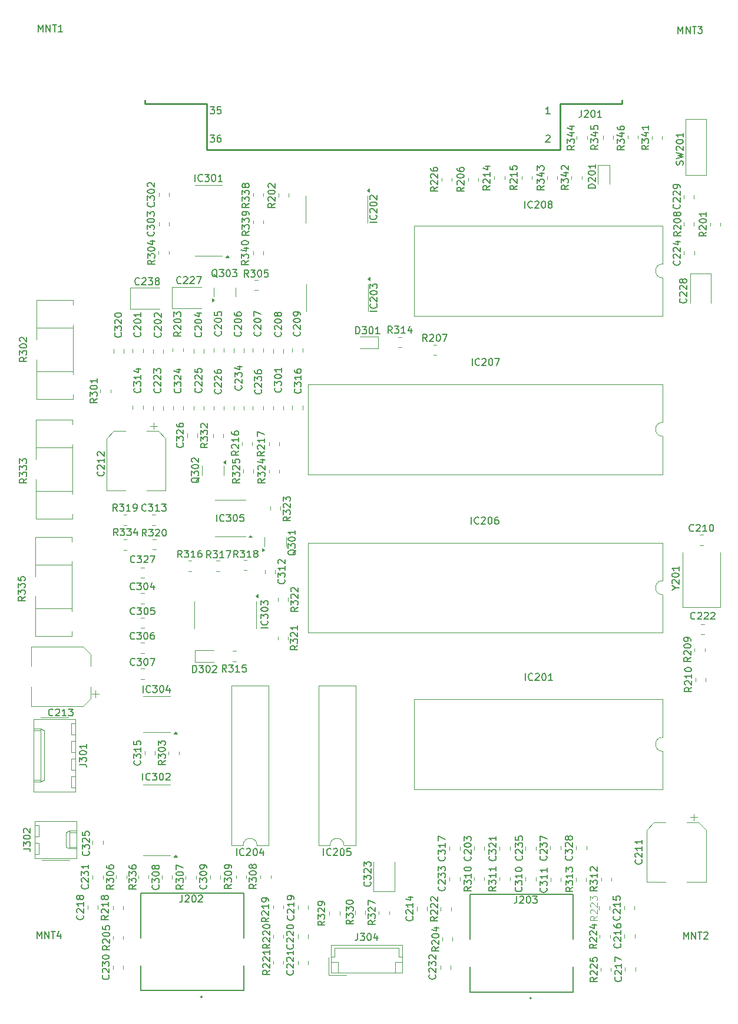
<source format=gbr>
%TF.GenerationSoftware,KiCad,Pcbnew,8.0.4*%
%TF.CreationDate,2024-08-19T15:21:18+02:00*%
%TF.ProjectId,LogicBoard 3GE,4c6f6769-6342-46f6-9172-64203347452e,rev?*%
%TF.SameCoordinates,Original*%
%TF.FileFunction,Legend,Top*%
%TF.FilePolarity,Positive*%
%FSLAX46Y46*%
G04 Gerber Fmt 4.6, Leading zero omitted, Abs format (unit mm)*
G04 Created by KiCad (PCBNEW 8.0.4) date 2024-08-19 15:21:18*
%MOMM*%
%LPD*%
G01*
G04 APERTURE LIST*
%ADD10C,0.150000*%
%ADD11C,0.125000*%
%ADD12C,0.120000*%
%ADD13C,0.254000*%
%ADD14C,0.200000*%
%ADD15C,0.127000*%
G04 APERTURE END LIST*
D10*
X144815714Y-158834819D02*
X144815714Y-157834819D01*
X144815714Y-157834819D02*
X145149047Y-158549104D01*
X145149047Y-158549104D02*
X145482380Y-157834819D01*
X145482380Y-157834819D02*
X145482380Y-158834819D01*
X145958571Y-158834819D02*
X145958571Y-157834819D01*
X145958571Y-157834819D02*
X146529999Y-158834819D01*
X146529999Y-158834819D02*
X146529999Y-157834819D01*
X146863333Y-157834819D02*
X147434761Y-157834819D01*
X147149047Y-158834819D02*
X147149047Y-157834819D01*
X147720476Y-157930057D02*
X147768095Y-157882438D01*
X147768095Y-157882438D02*
X147863333Y-157834819D01*
X147863333Y-157834819D02*
X148101428Y-157834819D01*
X148101428Y-157834819D02*
X148196666Y-157882438D01*
X148196666Y-157882438D02*
X148244285Y-157930057D01*
X148244285Y-157930057D02*
X148291904Y-158025295D01*
X148291904Y-158025295D02*
X148291904Y-158120533D01*
X148291904Y-158120533D02*
X148244285Y-158263390D01*
X148244285Y-158263390D02*
X147672857Y-158834819D01*
X147672857Y-158834819D02*
X148291904Y-158834819D01*
X122061429Y-121714819D02*
X122061429Y-120714819D01*
X123109047Y-121619580D02*
X123061428Y-121667200D01*
X123061428Y-121667200D02*
X122918571Y-121714819D01*
X122918571Y-121714819D02*
X122823333Y-121714819D01*
X122823333Y-121714819D02*
X122680476Y-121667200D01*
X122680476Y-121667200D02*
X122585238Y-121571961D01*
X122585238Y-121571961D02*
X122537619Y-121476723D01*
X122537619Y-121476723D02*
X122490000Y-121286247D01*
X122490000Y-121286247D02*
X122490000Y-121143390D01*
X122490000Y-121143390D02*
X122537619Y-120952914D01*
X122537619Y-120952914D02*
X122585238Y-120857676D01*
X122585238Y-120857676D02*
X122680476Y-120762438D01*
X122680476Y-120762438D02*
X122823333Y-120714819D01*
X122823333Y-120714819D02*
X122918571Y-120714819D01*
X122918571Y-120714819D02*
X123061428Y-120762438D01*
X123061428Y-120762438D02*
X123109047Y-120810057D01*
X123490000Y-120810057D02*
X123537619Y-120762438D01*
X123537619Y-120762438D02*
X123632857Y-120714819D01*
X123632857Y-120714819D02*
X123870952Y-120714819D01*
X123870952Y-120714819D02*
X123966190Y-120762438D01*
X123966190Y-120762438D02*
X124013809Y-120810057D01*
X124013809Y-120810057D02*
X124061428Y-120905295D01*
X124061428Y-120905295D02*
X124061428Y-121000533D01*
X124061428Y-121000533D02*
X124013809Y-121143390D01*
X124013809Y-121143390D02*
X123442381Y-121714819D01*
X123442381Y-121714819D02*
X124061428Y-121714819D01*
X124680476Y-120714819D02*
X124775714Y-120714819D01*
X124775714Y-120714819D02*
X124870952Y-120762438D01*
X124870952Y-120762438D02*
X124918571Y-120810057D01*
X124918571Y-120810057D02*
X124966190Y-120905295D01*
X124966190Y-120905295D02*
X125013809Y-121095771D01*
X125013809Y-121095771D02*
X125013809Y-121333866D01*
X125013809Y-121333866D02*
X124966190Y-121524342D01*
X124966190Y-121524342D02*
X124918571Y-121619580D01*
X124918571Y-121619580D02*
X124870952Y-121667200D01*
X124870952Y-121667200D02*
X124775714Y-121714819D01*
X124775714Y-121714819D02*
X124680476Y-121714819D01*
X124680476Y-121714819D02*
X124585238Y-121667200D01*
X124585238Y-121667200D02*
X124537619Y-121619580D01*
X124537619Y-121619580D02*
X124490000Y-121524342D01*
X124490000Y-121524342D02*
X124442381Y-121333866D01*
X124442381Y-121333866D02*
X124442381Y-121095771D01*
X124442381Y-121095771D02*
X124490000Y-120905295D01*
X124490000Y-120905295D02*
X124537619Y-120810057D01*
X124537619Y-120810057D02*
X124585238Y-120762438D01*
X124585238Y-120762438D02*
X124680476Y-120714819D01*
X125966190Y-121714819D02*
X125394762Y-121714819D01*
X125680476Y-121714819D02*
X125680476Y-120714819D01*
X125680476Y-120714819D02*
X125585238Y-120857676D01*
X125585238Y-120857676D02*
X125490000Y-120952914D01*
X125490000Y-120952914D02*
X125394762Y-121000533D01*
X99739580Y-150641547D02*
X99787200Y-150689166D01*
X99787200Y-150689166D02*
X99834819Y-150832023D01*
X99834819Y-150832023D02*
X99834819Y-150927261D01*
X99834819Y-150927261D02*
X99787200Y-151070118D01*
X99787200Y-151070118D02*
X99691961Y-151165356D01*
X99691961Y-151165356D02*
X99596723Y-151212975D01*
X99596723Y-151212975D02*
X99406247Y-151260594D01*
X99406247Y-151260594D02*
X99263390Y-151260594D01*
X99263390Y-151260594D02*
X99072914Y-151212975D01*
X99072914Y-151212975D02*
X98977676Y-151165356D01*
X98977676Y-151165356D02*
X98882438Y-151070118D01*
X98882438Y-151070118D02*
X98834819Y-150927261D01*
X98834819Y-150927261D02*
X98834819Y-150832023D01*
X98834819Y-150832023D02*
X98882438Y-150689166D01*
X98882438Y-150689166D02*
X98930057Y-150641547D01*
X98834819Y-150308213D02*
X98834819Y-149689166D01*
X98834819Y-149689166D02*
X99215771Y-150022499D01*
X99215771Y-150022499D02*
X99215771Y-149879642D01*
X99215771Y-149879642D02*
X99263390Y-149784404D01*
X99263390Y-149784404D02*
X99311009Y-149736785D01*
X99311009Y-149736785D02*
X99406247Y-149689166D01*
X99406247Y-149689166D02*
X99644342Y-149689166D01*
X99644342Y-149689166D02*
X99739580Y-149736785D01*
X99739580Y-149736785D02*
X99787200Y-149784404D01*
X99787200Y-149784404D02*
X99834819Y-149879642D01*
X99834819Y-149879642D02*
X99834819Y-150165356D01*
X99834819Y-150165356D02*
X99787200Y-150260594D01*
X99787200Y-150260594D02*
X99739580Y-150308213D01*
X98930057Y-149308213D02*
X98882438Y-149260594D01*
X98882438Y-149260594D02*
X98834819Y-149165356D01*
X98834819Y-149165356D02*
X98834819Y-148927261D01*
X98834819Y-148927261D02*
X98882438Y-148832023D01*
X98882438Y-148832023D02*
X98930057Y-148784404D01*
X98930057Y-148784404D02*
X99025295Y-148736785D01*
X99025295Y-148736785D02*
X99120533Y-148736785D01*
X99120533Y-148736785D02*
X99263390Y-148784404D01*
X99263390Y-148784404D02*
X99834819Y-149355832D01*
X99834819Y-149355832D02*
X99834819Y-148736785D01*
X98834819Y-148403451D02*
X98834819Y-147784404D01*
X98834819Y-147784404D02*
X99215771Y-148117737D01*
X99215771Y-148117737D02*
X99215771Y-147974880D01*
X99215771Y-147974880D02*
X99263390Y-147879642D01*
X99263390Y-147879642D02*
X99311009Y-147832023D01*
X99311009Y-147832023D02*
X99406247Y-147784404D01*
X99406247Y-147784404D02*
X99644342Y-147784404D01*
X99644342Y-147784404D02*
X99739580Y-147832023D01*
X99739580Y-147832023D02*
X99787200Y-147879642D01*
X99787200Y-147879642D02*
X99834819Y-147974880D01*
X99834819Y-147974880D02*
X99834819Y-148260594D01*
X99834819Y-148260594D02*
X99787200Y-148355832D01*
X99787200Y-148355832D02*
X99739580Y-148403451D01*
X51835714Y-158744819D02*
X51835714Y-157744819D01*
X51835714Y-157744819D02*
X52169047Y-158459104D01*
X52169047Y-158459104D02*
X52502380Y-157744819D01*
X52502380Y-157744819D02*
X52502380Y-158744819D01*
X52978571Y-158744819D02*
X52978571Y-157744819D01*
X52978571Y-157744819D02*
X53549999Y-158744819D01*
X53549999Y-158744819D02*
X53549999Y-157744819D01*
X53883333Y-157744819D02*
X54454761Y-157744819D01*
X54169047Y-158744819D02*
X54169047Y-157744819D01*
X55216666Y-158078152D02*
X55216666Y-158744819D01*
X54978571Y-157697200D02*
X54740476Y-158411485D01*
X54740476Y-158411485D02*
X55359523Y-158411485D01*
X130112285Y-39842819D02*
X130112285Y-40557104D01*
X130112285Y-40557104D02*
X130064666Y-40699961D01*
X130064666Y-40699961D02*
X129969428Y-40795200D01*
X129969428Y-40795200D02*
X129826571Y-40842819D01*
X129826571Y-40842819D02*
X129731333Y-40842819D01*
X130540857Y-39938057D02*
X130588476Y-39890438D01*
X130588476Y-39890438D02*
X130683714Y-39842819D01*
X130683714Y-39842819D02*
X130921809Y-39842819D01*
X130921809Y-39842819D02*
X131017047Y-39890438D01*
X131017047Y-39890438D02*
X131064666Y-39938057D01*
X131064666Y-39938057D02*
X131112285Y-40033295D01*
X131112285Y-40033295D02*
X131112285Y-40128533D01*
X131112285Y-40128533D02*
X131064666Y-40271390D01*
X131064666Y-40271390D02*
X130493238Y-40842819D01*
X130493238Y-40842819D02*
X131112285Y-40842819D01*
X131731333Y-39842819D02*
X131826571Y-39842819D01*
X131826571Y-39842819D02*
X131921809Y-39890438D01*
X131921809Y-39890438D02*
X131969428Y-39938057D01*
X131969428Y-39938057D02*
X132017047Y-40033295D01*
X132017047Y-40033295D02*
X132064666Y-40223771D01*
X132064666Y-40223771D02*
X132064666Y-40461866D01*
X132064666Y-40461866D02*
X132017047Y-40652342D01*
X132017047Y-40652342D02*
X131969428Y-40747580D01*
X131969428Y-40747580D02*
X131921809Y-40795200D01*
X131921809Y-40795200D02*
X131826571Y-40842819D01*
X131826571Y-40842819D02*
X131731333Y-40842819D01*
X131731333Y-40842819D02*
X131636095Y-40795200D01*
X131636095Y-40795200D02*
X131588476Y-40747580D01*
X131588476Y-40747580D02*
X131540857Y-40652342D01*
X131540857Y-40652342D02*
X131493238Y-40461866D01*
X131493238Y-40461866D02*
X131493238Y-40223771D01*
X131493238Y-40223771D02*
X131540857Y-40033295D01*
X131540857Y-40033295D02*
X131588476Y-39938057D01*
X131588476Y-39938057D02*
X131636095Y-39890438D01*
X131636095Y-39890438D02*
X131731333Y-39842819D01*
X133017047Y-40842819D02*
X132445619Y-40842819D01*
X132731333Y-40842819D02*
X132731333Y-39842819D01*
X132731333Y-39842819D02*
X132636095Y-39985676D01*
X132636095Y-39985676D02*
X132540857Y-40080914D01*
X132540857Y-40080914D02*
X132445619Y-40128533D01*
X125016286Y-43494057D02*
X125063905Y-43446438D01*
X125063905Y-43446438D02*
X125159143Y-43398819D01*
X125159143Y-43398819D02*
X125397238Y-43398819D01*
X125397238Y-43398819D02*
X125492476Y-43446438D01*
X125492476Y-43446438D02*
X125540095Y-43494057D01*
X125540095Y-43494057D02*
X125587714Y-43589295D01*
X125587714Y-43589295D02*
X125587714Y-43684533D01*
X125587714Y-43684533D02*
X125540095Y-43827390D01*
X125540095Y-43827390D02*
X124968667Y-44398819D01*
X124968667Y-44398819D02*
X125587714Y-44398819D01*
X125587714Y-40334819D02*
X125016286Y-40334819D01*
X125302000Y-40334819D02*
X125302000Y-39334819D01*
X125302000Y-39334819D02*
X125206762Y-39477676D01*
X125206762Y-39477676D02*
X125111524Y-39572914D01*
X125111524Y-39572914D02*
X125016286Y-39620533D01*
X76740476Y-39334819D02*
X77359523Y-39334819D01*
X77359523Y-39334819D02*
X77026190Y-39715771D01*
X77026190Y-39715771D02*
X77169047Y-39715771D01*
X77169047Y-39715771D02*
X77264285Y-39763390D01*
X77264285Y-39763390D02*
X77311904Y-39811009D01*
X77311904Y-39811009D02*
X77359523Y-39906247D01*
X77359523Y-39906247D02*
X77359523Y-40144342D01*
X77359523Y-40144342D02*
X77311904Y-40239580D01*
X77311904Y-40239580D02*
X77264285Y-40287200D01*
X77264285Y-40287200D02*
X77169047Y-40334819D01*
X77169047Y-40334819D02*
X76883333Y-40334819D01*
X76883333Y-40334819D02*
X76788095Y-40287200D01*
X76788095Y-40287200D02*
X76740476Y-40239580D01*
X78264285Y-39334819D02*
X77788095Y-39334819D01*
X77788095Y-39334819D02*
X77740476Y-39811009D01*
X77740476Y-39811009D02*
X77788095Y-39763390D01*
X77788095Y-39763390D02*
X77883333Y-39715771D01*
X77883333Y-39715771D02*
X78121428Y-39715771D01*
X78121428Y-39715771D02*
X78216666Y-39763390D01*
X78216666Y-39763390D02*
X78264285Y-39811009D01*
X78264285Y-39811009D02*
X78311904Y-39906247D01*
X78311904Y-39906247D02*
X78311904Y-40144342D01*
X78311904Y-40144342D02*
X78264285Y-40239580D01*
X78264285Y-40239580D02*
X78216666Y-40287200D01*
X78216666Y-40287200D02*
X78121428Y-40334819D01*
X78121428Y-40334819D02*
X77883333Y-40334819D01*
X77883333Y-40334819D02*
X77788095Y-40287200D01*
X77788095Y-40287200D02*
X77740476Y-40239580D01*
X76740476Y-43398819D02*
X77359523Y-43398819D01*
X77359523Y-43398819D02*
X77026190Y-43779771D01*
X77026190Y-43779771D02*
X77169047Y-43779771D01*
X77169047Y-43779771D02*
X77264285Y-43827390D01*
X77264285Y-43827390D02*
X77311904Y-43875009D01*
X77311904Y-43875009D02*
X77359523Y-43970247D01*
X77359523Y-43970247D02*
X77359523Y-44208342D01*
X77359523Y-44208342D02*
X77311904Y-44303580D01*
X77311904Y-44303580D02*
X77264285Y-44351200D01*
X77264285Y-44351200D02*
X77169047Y-44398819D01*
X77169047Y-44398819D02*
X76883333Y-44398819D01*
X76883333Y-44398819D02*
X76788095Y-44351200D01*
X76788095Y-44351200D02*
X76740476Y-44303580D01*
X78216666Y-43398819D02*
X78026190Y-43398819D01*
X78026190Y-43398819D02*
X77930952Y-43446438D01*
X77930952Y-43446438D02*
X77883333Y-43494057D01*
X77883333Y-43494057D02*
X77788095Y-43636914D01*
X77788095Y-43636914D02*
X77740476Y-43827390D01*
X77740476Y-43827390D02*
X77740476Y-44208342D01*
X77740476Y-44208342D02*
X77788095Y-44303580D01*
X77788095Y-44303580D02*
X77835714Y-44351200D01*
X77835714Y-44351200D02*
X77930952Y-44398819D01*
X77930952Y-44398819D02*
X78121428Y-44398819D01*
X78121428Y-44398819D02*
X78216666Y-44351200D01*
X78216666Y-44351200D02*
X78264285Y-44303580D01*
X78264285Y-44303580D02*
X78311904Y-44208342D01*
X78311904Y-44208342D02*
X78311904Y-43970247D01*
X78311904Y-43970247D02*
X78264285Y-43875009D01*
X78264285Y-43875009D02*
X78216666Y-43827390D01*
X78216666Y-43827390D02*
X78121428Y-43779771D01*
X78121428Y-43779771D02*
X77930952Y-43779771D01*
X77930952Y-43779771D02*
X77835714Y-43827390D01*
X77835714Y-43827390D02*
X77788095Y-43875009D01*
X77788095Y-43875009D02*
X77740476Y-43970247D01*
X97934285Y-158044819D02*
X97934285Y-158759104D01*
X97934285Y-158759104D02*
X97886666Y-158901961D01*
X97886666Y-158901961D02*
X97791428Y-158997200D01*
X97791428Y-158997200D02*
X97648571Y-159044819D01*
X97648571Y-159044819D02*
X97553333Y-159044819D01*
X98315238Y-158044819D02*
X98934285Y-158044819D01*
X98934285Y-158044819D02*
X98600952Y-158425771D01*
X98600952Y-158425771D02*
X98743809Y-158425771D01*
X98743809Y-158425771D02*
X98839047Y-158473390D01*
X98839047Y-158473390D02*
X98886666Y-158521009D01*
X98886666Y-158521009D02*
X98934285Y-158616247D01*
X98934285Y-158616247D02*
X98934285Y-158854342D01*
X98934285Y-158854342D02*
X98886666Y-158949580D01*
X98886666Y-158949580D02*
X98839047Y-158997200D01*
X98839047Y-158997200D02*
X98743809Y-159044819D01*
X98743809Y-159044819D02*
X98458095Y-159044819D01*
X98458095Y-159044819D02*
X98362857Y-158997200D01*
X98362857Y-158997200D02*
X98315238Y-158949580D01*
X99553333Y-158044819D02*
X99648571Y-158044819D01*
X99648571Y-158044819D02*
X99743809Y-158092438D01*
X99743809Y-158092438D02*
X99791428Y-158140057D01*
X99791428Y-158140057D02*
X99839047Y-158235295D01*
X99839047Y-158235295D02*
X99886666Y-158425771D01*
X99886666Y-158425771D02*
X99886666Y-158663866D01*
X99886666Y-158663866D02*
X99839047Y-158854342D01*
X99839047Y-158854342D02*
X99791428Y-158949580D01*
X99791428Y-158949580D02*
X99743809Y-158997200D01*
X99743809Y-158997200D02*
X99648571Y-159044819D01*
X99648571Y-159044819D02*
X99553333Y-159044819D01*
X99553333Y-159044819D02*
X99458095Y-158997200D01*
X99458095Y-158997200D02*
X99410476Y-158949580D01*
X99410476Y-158949580D02*
X99362857Y-158854342D01*
X99362857Y-158854342D02*
X99315238Y-158663866D01*
X99315238Y-158663866D02*
X99315238Y-158425771D01*
X99315238Y-158425771D02*
X99362857Y-158235295D01*
X99362857Y-158235295D02*
X99410476Y-158140057D01*
X99410476Y-158140057D02*
X99458095Y-158092438D01*
X99458095Y-158092438D02*
X99553333Y-158044819D01*
X100743809Y-158378152D02*
X100743809Y-159044819D01*
X100505714Y-157997200D02*
X100267619Y-158711485D01*
X100267619Y-158711485D02*
X100886666Y-158711485D01*
X50134819Y-109679047D02*
X49658628Y-110012380D01*
X50134819Y-110250475D02*
X49134819Y-110250475D01*
X49134819Y-110250475D02*
X49134819Y-109869523D01*
X49134819Y-109869523D02*
X49182438Y-109774285D01*
X49182438Y-109774285D02*
X49230057Y-109726666D01*
X49230057Y-109726666D02*
X49325295Y-109679047D01*
X49325295Y-109679047D02*
X49468152Y-109679047D01*
X49468152Y-109679047D02*
X49563390Y-109726666D01*
X49563390Y-109726666D02*
X49611009Y-109774285D01*
X49611009Y-109774285D02*
X49658628Y-109869523D01*
X49658628Y-109869523D02*
X49658628Y-110250475D01*
X49134819Y-109345713D02*
X49134819Y-108726666D01*
X49134819Y-108726666D02*
X49515771Y-109059999D01*
X49515771Y-109059999D02*
X49515771Y-108917142D01*
X49515771Y-108917142D02*
X49563390Y-108821904D01*
X49563390Y-108821904D02*
X49611009Y-108774285D01*
X49611009Y-108774285D02*
X49706247Y-108726666D01*
X49706247Y-108726666D02*
X49944342Y-108726666D01*
X49944342Y-108726666D02*
X50039580Y-108774285D01*
X50039580Y-108774285D02*
X50087200Y-108821904D01*
X50087200Y-108821904D02*
X50134819Y-108917142D01*
X50134819Y-108917142D02*
X50134819Y-109202856D01*
X50134819Y-109202856D02*
X50087200Y-109298094D01*
X50087200Y-109298094D02*
X50039580Y-109345713D01*
X49134819Y-108393332D02*
X49134819Y-107774285D01*
X49134819Y-107774285D02*
X49515771Y-108107618D01*
X49515771Y-108107618D02*
X49515771Y-107964761D01*
X49515771Y-107964761D02*
X49563390Y-107869523D01*
X49563390Y-107869523D02*
X49611009Y-107821904D01*
X49611009Y-107821904D02*
X49706247Y-107774285D01*
X49706247Y-107774285D02*
X49944342Y-107774285D01*
X49944342Y-107774285D02*
X50039580Y-107821904D01*
X50039580Y-107821904D02*
X50087200Y-107869523D01*
X50087200Y-107869523D02*
X50134819Y-107964761D01*
X50134819Y-107964761D02*
X50134819Y-108250475D01*
X50134819Y-108250475D02*
X50087200Y-108345713D01*
X50087200Y-108345713D02*
X50039580Y-108393332D01*
X49134819Y-106869523D02*
X49134819Y-107345713D01*
X49134819Y-107345713D02*
X49611009Y-107393332D01*
X49611009Y-107393332D02*
X49563390Y-107345713D01*
X49563390Y-107345713D02*
X49515771Y-107250475D01*
X49515771Y-107250475D02*
X49515771Y-107012380D01*
X49515771Y-107012380D02*
X49563390Y-106917142D01*
X49563390Y-106917142D02*
X49611009Y-106869523D01*
X49611009Y-106869523D02*
X49706247Y-106821904D01*
X49706247Y-106821904D02*
X49944342Y-106821904D01*
X49944342Y-106821904D02*
X50039580Y-106869523D01*
X50039580Y-106869523D02*
X50087200Y-106917142D01*
X50087200Y-106917142D02*
X50134819Y-107012380D01*
X50134819Y-107012380D02*
X50134819Y-107250475D01*
X50134819Y-107250475D02*
X50087200Y-107345713D01*
X50087200Y-107345713D02*
X50039580Y-107393332D01*
X52035714Y-28544819D02*
X52035714Y-27544819D01*
X52035714Y-27544819D02*
X52369047Y-28259104D01*
X52369047Y-28259104D02*
X52702380Y-27544819D01*
X52702380Y-27544819D02*
X52702380Y-28544819D01*
X53178571Y-28544819D02*
X53178571Y-27544819D01*
X53178571Y-27544819D02*
X53749999Y-28544819D01*
X53749999Y-28544819D02*
X53749999Y-27544819D01*
X54083333Y-27544819D02*
X54654761Y-27544819D01*
X54369047Y-28544819D02*
X54369047Y-27544819D01*
X55511904Y-28544819D02*
X54940476Y-28544819D01*
X55226190Y-28544819D02*
X55226190Y-27544819D01*
X55226190Y-27544819D02*
X55130952Y-27687676D01*
X55130952Y-27687676D02*
X55035714Y-27782914D01*
X55035714Y-27782914D02*
X54940476Y-27830533D01*
X122001429Y-53874819D02*
X122001429Y-52874819D01*
X123049047Y-53779580D02*
X123001428Y-53827200D01*
X123001428Y-53827200D02*
X122858571Y-53874819D01*
X122858571Y-53874819D02*
X122763333Y-53874819D01*
X122763333Y-53874819D02*
X122620476Y-53827200D01*
X122620476Y-53827200D02*
X122525238Y-53731961D01*
X122525238Y-53731961D02*
X122477619Y-53636723D01*
X122477619Y-53636723D02*
X122430000Y-53446247D01*
X122430000Y-53446247D02*
X122430000Y-53303390D01*
X122430000Y-53303390D02*
X122477619Y-53112914D01*
X122477619Y-53112914D02*
X122525238Y-53017676D01*
X122525238Y-53017676D02*
X122620476Y-52922438D01*
X122620476Y-52922438D02*
X122763333Y-52874819D01*
X122763333Y-52874819D02*
X122858571Y-52874819D01*
X122858571Y-52874819D02*
X123001428Y-52922438D01*
X123001428Y-52922438D02*
X123049047Y-52970057D01*
X123430000Y-52970057D02*
X123477619Y-52922438D01*
X123477619Y-52922438D02*
X123572857Y-52874819D01*
X123572857Y-52874819D02*
X123810952Y-52874819D01*
X123810952Y-52874819D02*
X123906190Y-52922438D01*
X123906190Y-52922438D02*
X123953809Y-52970057D01*
X123953809Y-52970057D02*
X124001428Y-53065295D01*
X124001428Y-53065295D02*
X124001428Y-53160533D01*
X124001428Y-53160533D02*
X123953809Y-53303390D01*
X123953809Y-53303390D02*
X123382381Y-53874819D01*
X123382381Y-53874819D02*
X124001428Y-53874819D01*
X124620476Y-52874819D02*
X124715714Y-52874819D01*
X124715714Y-52874819D02*
X124810952Y-52922438D01*
X124810952Y-52922438D02*
X124858571Y-52970057D01*
X124858571Y-52970057D02*
X124906190Y-53065295D01*
X124906190Y-53065295D02*
X124953809Y-53255771D01*
X124953809Y-53255771D02*
X124953809Y-53493866D01*
X124953809Y-53493866D02*
X124906190Y-53684342D01*
X124906190Y-53684342D02*
X124858571Y-53779580D01*
X124858571Y-53779580D02*
X124810952Y-53827200D01*
X124810952Y-53827200D02*
X124715714Y-53874819D01*
X124715714Y-53874819D02*
X124620476Y-53874819D01*
X124620476Y-53874819D02*
X124525238Y-53827200D01*
X124525238Y-53827200D02*
X124477619Y-53779580D01*
X124477619Y-53779580D02*
X124430000Y-53684342D01*
X124430000Y-53684342D02*
X124382381Y-53493866D01*
X124382381Y-53493866D02*
X124382381Y-53255771D01*
X124382381Y-53255771D02*
X124430000Y-53065295D01*
X124430000Y-53065295D02*
X124477619Y-52970057D01*
X124477619Y-52970057D02*
X124525238Y-52922438D01*
X124525238Y-52922438D02*
X124620476Y-52874819D01*
X125525238Y-53303390D02*
X125430000Y-53255771D01*
X125430000Y-53255771D02*
X125382381Y-53208152D01*
X125382381Y-53208152D02*
X125334762Y-53112914D01*
X125334762Y-53112914D02*
X125334762Y-53065295D01*
X125334762Y-53065295D02*
X125382381Y-52970057D01*
X125382381Y-52970057D02*
X125430000Y-52922438D01*
X125430000Y-52922438D02*
X125525238Y-52874819D01*
X125525238Y-52874819D02*
X125715714Y-52874819D01*
X125715714Y-52874819D02*
X125810952Y-52922438D01*
X125810952Y-52922438D02*
X125858571Y-52970057D01*
X125858571Y-52970057D02*
X125906190Y-53065295D01*
X125906190Y-53065295D02*
X125906190Y-53112914D01*
X125906190Y-53112914D02*
X125858571Y-53208152D01*
X125858571Y-53208152D02*
X125810952Y-53255771D01*
X125810952Y-53255771D02*
X125715714Y-53303390D01*
X125715714Y-53303390D02*
X125525238Y-53303390D01*
X125525238Y-53303390D02*
X125430000Y-53351009D01*
X125430000Y-53351009D02*
X125382381Y-53398628D01*
X125382381Y-53398628D02*
X125334762Y-53493866D01*
X125334762Y-53493866D02*
X125334762Y-53684342D01*
X125334762Y-53684342D02*
X125382381Y-53779580D01*
X125382381Y-53779580D02*
X125430000Y-53827200D01*
X125430000Y-53827200D02*
X125525238Y-53874819D01*
X125525238Y-53874819D02*
X125715714Y-53874819D01*
X125715714Y-53874819D02*
X125810952Y-53827200D01*
X125810952Y-53827200D02*
X125858571Y-53779580D01*
X125858571Y-53779580D02*
X125906190Y-53684342D01*
X125906190Y-53684342D02*
X125906190Y-53493866D01*
X125906190Y-53493866D02*
X125858571Y-53398628D01*
X125858571Y-53398628D02*
X125810952Y-53351009D01*
X125810952Y-53351009D02*
X125715714Y-53303390D01*
X72734285Y-152554819D02*
X72734285Y-153269104D01*
X72734285Y-153269104D02*
X72686666Y-153411961D01*
X72686666Y-153411961D02*
X72591428Y-153507200D01*
X72591428Y-153507200D02*
X72448571Y-153554819D01*
X72448571Y-153554819D02*
X72353333Y-153554819D01*
X73162857Y-152650057D02*
X73210476Y-152602438D01*
X73210476Y-152602438D02*
X73305714Y-152554819D01*
X73305714Y-152554819D02*
X73543809Y-152554819D01*
X73543809Y-152554819D02*
X73639047Y-152602438D01*
X73639047Y-152602438D02*
X73686666Y-152650057D01*
X73686666Y-152650057D02*
X73734285Y-152745295D01*
X73734285Y-152745295D02*
X73734285Y-152840533D01*
X73734285Y-152840533D02*
X73686666Y-152983390D01*
X73686666Y-152983390D02*
X73115238Y-153554819D01*
X73115238Y-153554819D02*
X73734285Y-153554819D01*
X74353333Y-152554819D02*
X74448571Y-152554819D01*
X74448571Y-152554819D02*
X74543809Y-152602438D01*
X74543809Y-152602438D02*
X74591428Y-152650057D01*
X74591428Y-152650057D02*
X74639047Y-152745295D01*
X74639047Y-152745295D02*
X74686666Y-152935771D01*
X74686666Y-152935771D02*
X74686666Y-153173866D01*
X74686666Y-153173866D02*
X74639047Y-153364342D01*
X74639047Y-153364342D02*
X74591428Y-153459580D01*
X74591428Y-153459580D02*
X74543809Y-153507200D01*
X74543809Y-153507200D02*
X74448571Y-153554819D01*
X74448571Y-153554819D02*
X74353333Y-153554819D01*
X74353333Y-153554819D02*
X74258095Y-153507200D01*
X74258095Y-153507200D02*
X74210476Y-153459580D01*
X74210476Y-153459580D02*
X74162857Y-153364342D01*
X74162857Y-153364342D02*
X74115238Y-153173866D01*
X74115238Y-153173866D02*
X74115238Y-152935771D01*
X74115238Y-152935771D02*
X74162857Y-152745295D01*
X74162857Y-152745295D02*
X74210476Y-152650057D01*
X74210476Y-152650057D02*
X74258095Y-152602438D01*
X74258095Y-152602438D02*
X74353333Y-152554819D01*
X75067619Y-152650057D02*
X75115238Y-152602438D01*
X75115238Y-152602438D02*
X75210476Y-152554819D01*
X75210476Y-152554819D02*
X75448571Y-152554819D01*
X75448571Y-152554819D02*
X75543809Y-152602438D01*
X75543809Y-152602438D02*
X75591428Y-152650057D01*
X75591428Y-152650057D02*
X75639047Y-152745295D01*
X75639047Y-152745295D02*
X75639047Y-152840533D01*
X75639047Y-152840533D02*
X75591428Y-152983390D01*
X75591428Y-152983390D02*
X75020000Y-153554819D01*
X75020000Y-153554819D02*
X75639047Y-153554819D01*
X144015714Y-28784819D02*
X144015714Y-27784819D01*
X144015714Y-27784819D02*
X144349047Y-28499104D01*
X144349047Y-28499104D02*
X144682380Y-27784819D01*
X144682380Y-27784819D02*
X144682380Y-28784819D01*
X145158571Y-28784819D02*
X145158571Y-27784819D01*
X145158571Y-27784819D02*
X145729999Y-28784819D01*
X145729999Y-28784819D02*
X145729999Y-27784819D01*
X146063333Y-27784819D02*
X146634761Y-27784819D01*
X146349047Y-28784819D02*
X146349047Y-27784819D01*
X146872857Y-27784819D02*
X147491904Y-27784819D01*
X147491904Y-27784819D02*
X147158571Y-28165771D01*
X147158571Y-28165771D02*
X147301428Y-28165771D01*
X147301428Y-28165771D02*
X147396666Y-28213390D01*
X147396666Y-28213390D02*
X147444285Y-28261009D01*
X147444285Y-28261009D02*
X147491904Y-28356247D01*
X147491904Y-28356247D02*
X147491904Y-28594342D01*
X147491904Y-28594342D02*
X147444285Y-28689580D01*
X147444285Y-28689580D02*
X147396666Y-28737200D01*
X147396666Y-28737200D02*
X147301428Y-28784819D01*
X147301428Y-28784819D02*
X147015714Y-28784819D01*
X147015714Y-28784819D02*
X146920476Y-28737200D01*
X146920476Y-28737200D02*
X146872857Y-28689580D01*
X50364819Y-92749047D02*
X49888628Y-93082380D01*
X50364819Y-93320475D02*
X49364819Y-93320475D01*
X49364819Y-93320475D02*
X49364819Y-92939523D01*
X49364819Y-92939523D02*
X49412438Y-92844285D01*
X49412438Y-92844285D02*
X49460057Y-92796666D01*
X49460057Y-92796666D02*
X49555295Y-92749047D01*
X49555295Y-92749047D02*
X49698152Y-92749047D01*
X49698152Y-92749047D02*
X49793390Y-92796666D01*
X49793390Y-92796666D02*
X49841009Y-92844285D01*
X49841009Y-92844285D02*
X49888628Y-92939523D01*
X49888628Y-92939523D02*
X49888628Y-93320475D01*
X49364819Y-92415713D02*
X49364819Y-91796666D01*
X49364819Y-91796666D02*
X49745771Y-92129999D01*
X49745771Y-92129999D02*
X49745771Y-91987142D01*
X49745771Y-91987142D02*
X49793390Y-91891904D01*
X49793390Y-91891904D02*
X49841009Y-91844285D01*
X49841009Y-91844285D02*
X49936247Y-91796666D01*
X49936247Y-91796666D02*
X50174342Y-91796666D01*
X50174342Y-91796666D02*
X50269580Y-91844285D01*
X50269580Y-91844285D02*
X50317200Y-91891904D01*
X50317200Y-91891904D02*
X50364819Y-91987142D01*
X50364819Y-91987142D02*
X50364819Y-92272856D01*
X50364819Y-92272856D02*
X50317200Y-92368094D01*
X50317200Y-92368094D02*
X50269580Y-92415713D01*
X49364819Y-91463332D02*
X49364819Y-90844285D01*
X49364819Y-90844285D02*
X49745771Y-91177618D01*
X49745771Y-91177618D02*
X49745771Y-91034761D01*
X49745771Y-91034761D02*
X49793390Y-90939523D01*
X49793390Y-90939523D02*
X49841009Y-90891904D01*
X49841009Y-90891904D02*
X49936247Y-90844285D01*
X49936247Y-90844285D02*
X50174342Y-90844285D01*
X50174342Y-90844285D02*
X50269580Y-90891904D01*
X50269580Y-90891904D02*
X50317200Y-90939523D01*
X50317200Y-90939523D02*
X50364819Y-91034761D01*
X50364819Y-91034761D02*
X50364819Y-91320475D01*
X50364819Y-91320475D02*
X50317200Y-91415713D01*
X50317200Y-91415713D02*
X50269580Y-91463332D01*
X49364819Y-90510951D02*
X49364819Y-89891904D01*
X49364819Y-89891904D02*
X49745771Y-90225237D01*
X49745771Y-90225237D02*
X49745771Y-90082380D01*
X49745771Y-90082380D02*
X49793390Y-89987142D01*
X49793390Y-89987142D02*
X49841009Y-89939523D01*
X49841009Y-89939523D02*
X49936247Y-89891904D01*
X49936247Y-89891904D02*
X50174342Y-89891904D01*
X50174342Y-89891904D02*
X50269580Y-89939523D01*
X50269580Y-89939523D02*
X50317200Y-89987142D01*
X50317200Y-89987142D02*
X50364819Y-90082380D01*
X50364819Y-90082380D02*
X50364819Y-90368094D01*
X50364819Y-90368094D02*
X50317200Y-90463332D01*
X50317200Y-90463332D02*
X50269580Y-90510951D01*
X57944819Y-133765714D02*
X58659104Y-133765714D01*
X58659104Y-133765714D02*
X58801961Y-133813333D01*
X58801961Y-133813333D02*
X58897200Y-133908571D01*
X58897200Y-133908571D02*
X58944819Y-134051428D01*
X58944819Y-134051428D02*
X58944819Y-134146666D01*
X57944819Y-133384761D02*
X57944819Y-132765714D01*
X57944819Y-132765714D02*
X58325771Y-133099047D01*
X58325771Y-133099047D02*
X58325771Y-132956190D01*
X58325771Y-132956190D02*
X58373390Y-132860952D01*
X58373390Y-132860952D02*
X58421009Y-132813333D01*
X58421009Y-132813333D02*
X58516247Y-132765714D01*
X58516247Y-132765714D02*
X58754342Y-132765714D01*
X58754342Y-132765714D02*
X58849580Y-132813333D01*
X58849580Y-132813333D02*
X58897200Y-132860952D01*
X58897200Y-132860952D02*
X58944819Y-132956190D01*
X58944819Y-132956190D02*
X58944819Y-133241904D01*
X58944819Y-133241904D02*
X58897200Y-133337142D01*
X58897200Y-133337142D02*
X58849580Y-133384761D01*
X57944819Y-132146666D02*
X57944819Y-132051428D01*
X57944819Y-132051428D02*
X57992438Y-131956190D01*
X57992438Y-131956190D02*
X58040057Y-131908571D01*
X58040057Y-131908571D02*
X58135295Y-131860952D01*
X58135295Y-131860952D02*
X58325771Y-131813333D01*
X58325771Y-131813333D02*
X58563866Y-131813333D01*
X58563866Y-131813333D02*
X58754342Y-131860952D01*
X58754342Y-131860952D02*
X58849580Y-131908571D01*
X58849580Y-131908571D02*
X58897200Y-131956190D01*
X58897200Y-131956190D02*
X58944819Y-132051428D01*
X58944819Y-132051428D02*
X58944819Y-132146666D01*
X58944819Y-132146666D02*
X58897200Y-132241904D01*
X58897200Y-132241904D02*
X58849580Y-132289523D01*
X58849580Y-132289523D02*
X58754342Y-132337142D01*
X58754342Y-132337142D02*
X58563866Y-132384761D01*
X58563866Y-132384761D02*
X58325771Y-132384761D01*
X58325771Y-132384761D02*
X58135295Y-132337142D01*
X58135295Y-132337142D02*
X58040057Y-132289523D01*
X58040057Y-132289523D02*
X57992438Y-132241904D01*
X57992438Y-132241904D02*
X57944819Y-132146666D01*
X58944819Y-130860952D02*
X58944819Y-131432380D01*
X58944819Y-131146666D02*
X57944819Y-131146666D01*
X57944819Y-131146666D02*
X58087676Y-131241904D01*
X58087676Y-131241904D02*
X58182914Y-131337142D01*
X58182914Y-131337142D02*
X58230533Y-131432380D01*
X50364819Y-75299047D02*
X49888628Y-75632380D01*
X50364819Y-75870475D02*
X49364819Y-75870475D01*
X49364819Y-75870475D02*
X49364819Y-75489523D01*
X49364819Y-75489523D02*
X49412438Y-75394285D01*
X49412438Y-75394285D02*
X49460057Y-75346666D01*
X49460057Y-75346666D02*
X49555295Y-75299047D01*
X49555295Y-75299047D02*
X49698152Y-75299047D01*
X49698152Y-75299047D02*
X49793390Y-75346666D01*
X49793390Y-75346666D02*
X49841009Y-75394285D01*
X49841009Y-75394285D02*
X49888628Y-75489523D01*
X49888628Y-75489523D02*
X49888628Y-75870475D01*
X49364819Y-74965713D02*
X49364819Y-74346666D01*
X49364819Y-74346666D02*
X49745771Y-74679999D01*
X49745771Y-74679999D02*
X49745771Y-74537142D01*
X49745771Y-74537142D02*
X49793390Y-74441904D01*
X49793390Y-74441904D02*
X49841009Y-74394285D01*
X49841009Y-74394285D02*
X49936247Y-74346666D01*
X49936247Y-74346666D02*
X50174342Y-74346666D01*
X50174342Y-74346666D02*
X50269580Y-74394285D01*
X50269580Y-74394285D02*
X50317200Y-74441904D01*
X50317200Y-74441904D02*
X50364819Y-74537142D01*
X50364819Y-74537142D02*
X50364819Y-74822856D01*
X50364819Y-74822856D02*
X50317200Y-74918094D01*
X50317200Y-74918094D02*
X50269580Y-74965713D01*
X49364819Y-73727618D02*
X49364819Y-73632380D01*
X49364819Y-73632380D02*
X49412438Y-73537142D01*
X49412438Y-73537142D02*
X49460057Y-73489523D01*
X49460057Y-73489523D02*
X49555295Y-73441904D01*
X49555295Y-73441904D02*
X49745771Y-73394285D01*
X49745771Y-73394285D02*
X49983866Y-73394285D01*
X49983866Y-73394285D02*
X50174342Y-73441904D01*
X50174342Y-73441904D02*
X50269580Y-73489523D01*
X50269580Y-73489523D02*
X50317200Y-73537142D01*
X50317200Y-73537142D02*
X50364819Y-73632380D01*
X50364819Y-73632380D02*
X50364819Y-73727618D01*
X50364819Y-73727618D02*
X50317200Y-73822856D01*
X50317200Y-73822856D02*
X50269580Y-73870475D01*
X50269580Y-73870475D02*
X50174342Y-73918094D01*
X50174342Y-73918094D02*
X49983866Y-73965713D01*
X49983866Y-73965713D02*
X49745771Y-73965713D01*
X49745771Y-73965713D02*
X49555295Y-73918094D01*
X49555295Y-73918094D02*
X49460057Y-73870475D01*
X49460057Y-73870475D02*
X49412438Y-73822856D01*
X49412438Y-73822856D02*
X49364819Y-73727618D01*
X49460057Y-73013332D02*
X49412438Y-72965713D01*
X49412438Y-72965713D02*
X49364819Y-72870475D01*
X49364819Y-72870475D02*
X49364819Y-72632380D01*
X49364819Y-72632380D02*
X49412438Y-72537142D01*
X49412438Y-72537142D02*
X49460057Y-72489523D01*
X49460057Y-72489523D02*
X49555295Y-72441904D01*
X49555295Y-72441904D02*
X49650533Y-72441904D01*
X49650533Y-72441904D02*
X49793390Y-72489523D01*
X49793390Y-72489523D02*
X50364819Y-73060951D01*
X50364819Y-73060951D02*
X50364819Y-72441904D01*
X49884819Y-145885714D02*
X50599104Y-145885714D01*
X50599104Y-145885714D02*
X50741961Y-145933333D01*
X50741961Y-145933333D02*
X50837200Y-146028571D01*
X50837200Y-146028571D02*
X50884819Y-146171428D01*
X50884819Y-146171428D02*
X50884819Y-146266666D01*
X49884819Y-145504761D02*
X49884819Y-144885714D01*
X49884819Y-144885714D02*
X50265771Y-145219047D01*
X50265771Y-145219047D02*
X50265771Y-145076190D01*
X50265771Y-145076190D02*
X50313390Y-144980952D01*
X50313390Y-144980952D02*
X50361009Y-144933333D01*
X50361009Y-144933333D02*
X50456247Y-144885714D01*
X50456247Y-144885714D02*
X50694342Y-144885714D01*
X50694342Y-144885714D02*
X50789580Y-144933333D01*
X50789580Y-144933333D02*
X50837200Y-144980952D01*
X50837200Y-144980952D02*
X50884819Y-145076190D01*
X50884819Y-145076190D02*
X50884819Y-145361904D01*
X50884819Y-145361904D02*
X50837200Y-145457142D01*
X50837200Y-145457142D02*
X50789580Y-145504761D01*
X49884819Y-144266666D02*
X49884819Y-144171428D01*
X49884819Y-144171428D02*
X49932438Y-144076190D01*
X49932438Y-144076190D02*
X49980057Y-144028571D01*
X49980057Y-144028571D02*
X50075295Y-143980952D01*
X50075295Y-143980952D02*
X50265771Y-143933333D01*
X50265771Y-143933333D02*
X50503866Y-143933333D01*
X50503866Y-143933333D02*
X50694342Y-143980952D01*
X50694342Y-143980952D02*
X50789580Y-144028571D01*
X50789580Y-144028571D02*
X50837200Y-144076190D01*
X50837200Y-144076190D02*
X50884819Y-144171428D01*
X50884819Y-144171428D02*
X50884819Y-144266666D01*
X50884819Y-144266666D02*
X50837200Y-144361904D01*
X50837200Y-144361904D02*
X50789580Y-144409523D01*
X50789580Y-144409523D02*
X50694342Y-144457142D01*
X50694342Y-144457142D02*
X50503866Y-144504761D01*
X50503866Y-144504761D02*
X50265771Y-144504761D01*
X50265771Y-144504761D02*
X50075295Y-144457142D01*
X50075295Y-144457142D02*
X49980057Y-144409523D01*
X49980057Y-144409523D02*
X49932438Y-144361904D01*
X49932438Y-144361904D02*
X49884819Y-144266666D01*
X49980057Y-143552380D02*
X49932438Y-143504761D01*
X49932438Y-143504761D02*
X49884819Y-143409523D01*
X49884819Y-143409523D02*
X49884819Y-143171428D01*
X49884819Y-143171428D02*
X49932438Y-143076190D01*
X49932438Y-143076190D02*
X49980057Y-143028571D01*
X49980057Y-143028571D02*
X50075295Y-142980952D01*
X50075295Y-142980952D02*
X50170533Y-142980952D01*
X50170533Y-142980952D02*
X50313390Y-143028571D01*
X50313390Y-143028571D02*
X50884819Y-143599999D01*
X50884819Y-143599999D02*
X50884819Y-142980952D01*
X120824285Y-152704819D02*
X120824285Y-153419104D01*
X120824285Y-153419104D02*
X120776666Y-153561961D01*
X120776666Y-153561961D02*
X120681428Y-153657200D01*
X120681428Y-153657200D02*
X120538571Y-153704819D01*
X120538571Y-153704819D02*
X120443333Y-153704819D01*
X121252857Y-152800057D02*
X121300476Y-152752438D01*
X121300476Y-152752438D02*
X121395714Y-152704819D01*
X121395714Y-152704819D02*
X121633809Y-152704819D01*
X121633809Y-152704819D02*
X121729047Y-152752438D01*
X121729047Y-152752438D02*
X121776666Y-152800057D01*
X121776666Y-152800057D02*
X121824285Y-152895295D01*
X121824285Y-152895295D02*
X121824285Y-152990533D01*
X121824285Y-152990533D02*
X121776666Y-153133390D01*
X121776666Y-153133390D02*
X121205238Y-153704819D01*
X121205238Y-153704819D02*
X121824285Y-153704819D01*
X122443333Y-152704819D02*
X122538571Y-152704819D01*
X122538571Y-152704819D02*
X122633809Y-152752438D01*
X122633809Y-152752438D02*
X122681428Y-152800057D01*
X122681428Y-152800057D02*
X122729047Y-152895295D01*
X122729047Y-152895295D02*
X122776666Y-153085771D01*
X122776666Y-153085771D02*
X122776666Y-153323866D01*
X122776666Y-153323866D02*
X122729047Y-153514342D01*
X122729047Y-153514342D02*
X122681428Y-153609580D01*
X122681428Y-153609580D02*
X122633809Y-153657200D01*
X122633809Y-153657200D02*
X122538571Y-153704819D01*
X122538571Y-153704819D02*
X122443333Y-153704819D01*
X122443333Y-153704819D02*
X122348095Y-153657200D01*
X122348095Y-153657200D02*
X122300476Y-153609580D01*
X122300476Y-153609580D02*
X122252857Y-153514342D01*
X122252857Y-153514342D02*
X122205238Y-153323866D01*
X122205238Y-153323866D02*
X122205238Y-153085771D01*
X122205238Y-153085771D02*
X122252857Y-152895295D01*
X122252857Y-152895295D02*
X122300476Y-152800057D01*
X122300476Y-152800057D02*
X122348095Y-152752438D01*
X122348095Y-152752438D02*
X122443333Y-152704819D01*
X123110000Y-152704819D02*
X123729047Y-152704819D01*
X123729047Y-152704819D02*
X123395714Y-153085771D01*
X123395714Y-153085771D02*
X123538571Y-153085771D01*
X123538571Y-153085771D02*
X123633809Y-153133390D01*
X123633809Y-153133390D02*
X123681428Y-153181009D01*
X123681428Y-153181009D02*
X123729047Y-153276247D01*
X123729047Y-153276247D02*
X123729047Y-153514342D01*
X123729047Y-153514342D02*
X123681428Y-153609580D01*
X123681428Y-153609580D02*
X123633809Y-153657200D01*
X123633809Y-153657200D02*
X123538571Y-153704819D01*
X123538571Y-153704819D02*
X123252857Y-153704819D01*
X123252857Y-153704819D02*
X123157619Y-153657200D01*
X123157619Y-153657200D02*
X123110000Y-153609580D01*
X144687200Y-47665713D02*
X144734819Y-47522856D01*
X144734819Y-47522856D02*
X144734819Y-47284761D01*
X144734819Y-47284761D02*
X144687200Y-47189523D01*
X144687200Y-47189523D02*
X144639580Y-47141904D01*
X144639580Y-47141904D02*
X144544342Y-47094285D01*
X144544342Y-47094285D02*
X144449104Y-47094285D01*
X144449104Y-47094285D02*
X144353866Y-47141904D01*
X144353866Y-47141904D02*
X144306247Y-47189523D01*
X144306247Y-47189523D02*
X144258628Y-47284761D01*
X144258628Y-47284761D02*
X144211009Y-47475237D01*
X144211009Y-47475237D02*
X144163390Y-47570475D01*
X144163390Y-47570475D02*
X144115771Y-47618094D01*
X144115771Y-47618094D02*
X144020533Y-47665713D01*
X144020533Y-47665713D02*
X143925295Y-47665713D01*
X143925295Y-47665713D02*
X143830057Y-47618094D01*
X143830057Y-47618094D02*
X143782438Y-47570475D01*
X143782438Y-47570475D02*
X143734819Y-47475237D01*
X143734819Y-47475237D02*
X143734819Y-47237142D01*
X143734819Y-47237142D02*
X143782438Y-47094285D01*
X143734819Y-46760951D02*
X144734819Y-46522856D01*
X144734819Y-46522856D02*
X144020533Y-46332380D01*
X144020533Y-46332380D02*
X144734819Y-46141904D01*
X144734819Y-46141904D02*
X143734819Y-45903809D01*
X143830057Y-45570475D02*
X143782438Y-45522856D01*
X143782438Y-45522856D02*
X143734819Y-45427618D01*
X143734819Y-45427618D02*
X143734819Y-45189523D01*
X143734819Y-45189523D02*
X143782438Y-45094285D01*
X143782438Y-45094285D02*
X143830057Y-45046666D01*
X143830057Y-45046666D02*
X143925295Y-44999047D01*
X143925295Y-44999047D02*
X144020533Y-44999047D01*
X144020533Y-44999047D02*
X144163390Y-45046666D01*
X144163390Y-45046666D02*
X144734819Y-45618094D01*
X144734819Y-45618094D02*
X144734819Y-44999047D01*
X143734819Y-44379999D02*
X143734819Y-44284761D01*
X143734819Y-44284761D02*
X143782438Y-44189523D01*
X143782438Y-44189523D02*
X143830057Y-44141904D01*
X143830057Y-44141904D02*
X143925295Y-44094285D01*
X143925295Y-44094285D02*
X144115771Y-44046666D01*
X144115771Y-44046666D02*
X144353866Y-44046666D01*
X144353866Y-44046666D02*
X144544342Y-44094285D01*
X144544342Y-44094285D02*
X144639580Y-44141904D01*
X144639580Y-44141904D02*
X144687200Y-44189523D01*
X144687200Y-44189523D02*
X144734819Y-44284761D01*
X144734819Y-44284761D02*
X144734819Y-44379999D01*
X144734819Y-44379999D02*
X144687200Y-44475237D01*
X144687200Y-44475237D02*
X144639580Y-44522856D01*
X144639580Y-44522856D02*
X144544342Y-44570475D01*
X144544342Y-44570475D02*
X144353866Y-44618094D01*
X144353866Y-44618094D02*
X144115771Y-44618094D01*
X144115771Y-44618094D02*
X143925295Y-44570475D01*
X143925295Y-44570475D02*
X143830057Y-44522856D01*
X143830057Y-44522856D02*
X143782438Y-44475237D01*
X143782438Y-44475237D02*
X143734819Y-44379999D01*
X144734819Y-43094285D02*
X144734819Y-43665713D01*
X144734819Y-43379999D02*
X143734819Y-43379999D01*
X143734819Y-43379999D02*
X143877676Y-43475237D01*
X143877676Y-43475237D02*
X143972914Y-43570475D01*
X143972914Y-43570475D02*
X144020533Y-43665713D01*
X100484819Y-156199047D02*
X100008628Y-156532380D01*
X100484819Y-156770475D02*
X99484819Y-156770475D01*
X99484819Y-156770475D02*
X99484819Y-156389523D01*
X99484819Y-156389523D02*
X99532438Y-156294285D01*
X99532438Y-156294285D02*
X99580057Y-156246666D01*
X99580057Y-156246666D02*
X99675295Y-156199047D01*
X99675295Y-156199047D02*
X99818152Y-156199047D01*
X99818152Y-156199047D02*
X99913390Y-156246666D01*
X99913390Y-156246666D02*
X99961009Y-156294285D01*
X99961009Y-156294285D02*
X100008628Y-156389523D01*
X100008628Y-156389523D02*
X100008628Y-156770475D01*
X99484819Y-155865713D02*
X99484819Y-155246666D01*
X99484819Y-155246666D02*
X99865771Y-155579999D01*
X99865771Y-155579999D02*
X99865771Y-155437142D01*
X99865771Y-155437142D02*
X99913390Y-155341904D01*
X99913390Y-155341904D02*
X99961009Y-155294285D01*
X99961009Y-155294285D02*
X100056247Y-155246666D01*
X100056247Y-155246666D02*
X100294342Y-155246666D01*
X100294342Y-155246666D02*
X100389580Y-155294285D01*
X100389580Y-155294285D02*
X100437200Y-155341904D01*
X100437200Y-155341904D02*
X100484819Y-155437142D01*
X100484819Y-155437142D02*
X100484819Y-155722856D01*
X100484819Y-155722856D02*
X100437200Y-155818094D01*
X100437200Y-155818094D02*
X100389580Y-155865713D01*
X99580057Y-154865713D02*
X99532438Y-154818094D01*
X99532438Y-154818094D02*
X99484819Y-154722856D01*
X99484819Y-154722856D02*
X99484819Y-154484761D01*
X99484819Y-154484761D02*
X99532438Y-154389523D01*
X99532438Y-154389523D02*
X99580057Y-154341904D01*
X99580057Y-154341904D02*
X99675295Y-154294285D01*
X99675295Y-154294285D02*
X99770533Y-154294285D01*
X99770533Y-154294285D02*
X99913390Y-154341904D01*
X99913390Y-154341904D02*
X100484819Y-154913332D01*
X100484819Y-154913332D02*
X100484819Y-154294285D01*
X99484819Y-153960951D02*
X99484819Y-153294285D01*
X99484819Y-153294285D02*
X100484819Y-153722856D01*
X128854819Y-151419047D02*
X128378628Y-151752380D01*
X128854819Y-151990475D02*
X127854819Y-151990475D01*
X127854819Y-151990475D02*
X127854819Y-151609523D01*
X127854819Y-151609523D02*
X127902438Y-151514285D01*
X127902438Y-151514285D02*
X127950057Y-151466666D01*
X127950057Y-151466666D02*
X128045295Y-151419047D01*
X128045295Y-151419047D02*
X128188152Y-151419047D01*
X128188152Y-151419047D02*
X128283390Y-151466666D01*
X128283390Y-151466666D02*
X128331009Y-151514285D01*
X128331009Y-151514285D02*
X128378628Y-151609523D01*
X128378628Y-151609523D02*
X128378628Y-151990475D01*
X127854819Y-151085713D02*
X127854819Y-150466666D01*
X127854819Y-150466666D02*
X128235771Y-150799999D01*
X128235771Y-150799999D02*
X128235771Y-150657142D01*
X128235771Y-150657142D02*
X128283390Y-150561904D01*
X128283390Y-150561904D02*
X128331009Y-150514285D01*
X128331009Y-150514285D02*
X128426247Y-150466666D01*
X128426247Y-150466666D02*
X128664342Y-150466666D01*
X128664342Y-150466666D02*
X128759580Y-150514285D01*
X128759580Y-150514285D02*
X128807200Y-150561904D01*
X128807200Y-150561904D02*
X128854819Y-150657142D01*
X128854819Y-150657142D02*
X128854819Y-150942856D01*
X128854819Y-150942856D02*
X128807200Y-151038094D01*
X128807200Y-151038094D02*
X128759580Y-151085713D01*
X128854819Y-149514285D02*
X128854819Y-150085713D01*
X128854819Y-149799999D02*
X127854819Y-149799999D01*
X127854819Y-149799999D02*
X127997676Y-149895237D01*
X127997676Y-149895237D02*
X128092914Y-149990475D01*
X128092914Y-149990475D02*
X128140533Y-150085713D01*
X127854819Y-149180951D02*
X127854819Y-148561904D01*
X127854819Y-148561904D02*
X128235771Y-148895237D01*
X128235771Y-148895237D02*
X128235771Y-148752380D01*
X128235771Y-148752380D02*
X128283390Y-148657142D01*
X128283390Y-148657142D02*
X128331009Y-148609523D01*
X128331009Y-148609523D02*
X128426247Y-148561904D01*
X128426247Y-148561904D02*
X128664342Y-148561904D01*
X128664342Y-148561904D02*
X128759580Y-148609523D01*
X128759580Y-148609523D02*
X128807200Y-148657142D01*
X128807200Y-148657142D02*
X128854819Y-148752380D01*
X128854819Y-148752380D02*
X128854819Y-149038094D01*
X128854819Y-149038094D02*
X128807200Y-149133332D01*
X128807200Y-149133332D02*
X128759580Y-149180951D01*
X109079580Y-163989047D02*
X109127200Y-164036666D01*
X109127200Y-164036666D02*
X109174819Y-164179523D01*
X109174819Y-164179523D02*
X109174819Y-164274761D01*
X109174819Y-164274761D02*
X109127200Y-164417618D01*
X109127200Y-164417618D02*
X109031961Y-164512856D01*
X109031961Y-164512856D02*
X108936723Y-164560475D01*
X108936723Y-164560475D02*
X108746247Y-164608094D01*
X108746247Y-164608094D02*
X108603390Y-164608094D01*
X108603390Y-164608094D02*
X108412914Y-164560475D01*
X108412914Y-164560475D02*
X108317676Y-164512856D01*
X108317676Y-164512856D02*
X108222438Y-164417618D01*
X108222438Y-164417618D02*
X108174819Y-164274761D01*
X108174819Y-164274761D02*
X108174819Y-164179523D01*
X108174819Y-164179523D02*
X108222438Y-164036666D01*
X108222438Y-164036666D02*
X108270057Y-163989047D01*
X108270057Y-163608094D02*
X108222438Y-163560475D01*
X108222438Y-163560475D02*
X108174819Y-163465237D01*
X108174819Y-163465237D02*
X108174819Y-163227142D01*
X108174819Y-163227142D02*
X108222438Y-163131904D01*
X108222438Y-163131904D02*
X108270057Y-163084285D01*
X108270057Y-163084285D02*
X108365295Y-163036666D01*
X108365295Y-163036666D02*
X108460533Y-163036666D01*
X108460533Y-163036666D02*
X108603390Y-163084285D01*
X108603390Y-163084285D02*
X109174819Y-163655713D01*
X109174819Y-163655713D02*
X109174819Y-163036666D01*
X108174819Y-162703332D02*
X108174819Y-162084285D01*
X108174819Y-162084285D02*
X108555771Y-162417618D01*
X108555771Y-162417618D02*
X108555771Y-162274761D01*
X108555771Y-162274761D02*
X108603390Y-162179523D01*
X108603390Y-162179523D02*
X108651009Y-162131904D01*
X108651009Y-162131904D02*
X108746247Y-162084285D01*
X108746247Y-162084285D02*
X108984342Y-162084285D01*
X108984342Y-162084285D02*
X109079580Y-162131904D01*
X109079580Y-162131904D02*
X109127200Y-162179523D01*
X109127200Y-162179523D02*
X109174819Y-162274761D01*
X109174819Y-162274761D02*
X109174819Y-162560475D01*
X109174819Y-162560475D02*
X109127200Y-162655713D01*
X109127200Y-162655713D02*
X109079580Y-162703332D01*
X108270057Y-161703332D02*
X108222438Y-161655713D01*
X108222438Y-161655713D02*
X108174819Y-161560475D01*
X108174819Y-161560475D02*
X108174819Y-161322380D01*
X108174819Y-161322380D02*
X108222438Y-161227142D01*
X108222438Y-161227142D02*
X108270057Y-161179523D01*
X108270057Y-161179523D02*
X108365295Y-161131904D01*
X108365295Y-161131904D02*
X108460533Y-161131904D01*
X108460533Y-161131904D02*
X108603390Y-161179523D01*
X108603390Y-161179523D02*
X109174819Y-161750951D01*
X109174819Y-161750951D02*
X109174819Y-161131904D01*
X125069580Y-151519047D02*
X125117200Y-151566666D01*
X125117200Y-151566666D02*
X125164819Y-151709523D01*
X125164819Y-151709523D02*
X125164819Y-151804761D01*
X125164819Y-151804761D02*
X125117200Y-151947618D01*
X125117200Y-151947618D02*
X125021961Y-152042856D01*
X125021961Y-152042856D02*
X124926723Y-152090475D01*
X124926723Y-152090475D02*
X124736247Y-152138094D01*
X124736247Y-152138094D02*
X124593390Y-152138094D01*
X124593390Y-152138094D02*
X124402914Y-152090475D01*
X124402914Y-152090475D02*
X124307676Y-152042856D01*
X124307676Y-152042856D02*
X124212438Y-151947618D01*
X124212438Y-151947618D02*
X124164819Y-151804761D01*
X124164819Y-151804761D02*
X124164819Y-151709523D01*
X124164819Y-151709523D02*
X124212438Y-151566666D01*
X124212438Y-151566666D02*
X124260057Y-151519047D01*
X124164819Y-151185713D02*
X124164819Y-150566666D01*
X124164819Y-150566666D02*
X124545771Y-150899999D01*
X124545771Y-150899999D02*
X124545771Y-150757142D01*
X124545771Y-150757142D02*
X124593390Y-150661904D01*
X124593390Y-150661904D02*
X124641009Y-150614285D01*
X124641009Y-150614285D02*
X124736247Y-150566666D01*
X124736247Y-150566666D02*
X124974342Y-150566666D01*
X124974342Y-150566666D02*
X125069580Y-150614285D01*
X125069580Y-150614285D02*
X125117200Y-150661904D01*
X125117200Y-150661904D02*
X125164819Y-150757142D01*
X125164819Y-150757142D02*
X125164819Y-151042856D01*
X125164819Y-151042856D02*
X125117200Y-151138094D01*
X125117200Y-151138094D02*
X125069580Y-151185713D01*
X125164819Y-149614285D02*
X125164819Y-150185713D01*
X125164819Y-149899999D02*
X124164819Y-149899999D01*
X124164819Y-149899999D02*
X124307676Y-149995237D01*
X124307676Y-149995237D02*
X124402914Y-150090475D01*
X124402914Y-150090475D02*
X124450533Y-150185713D01*
X125164819Y-148661904D02*
X125164819Y-149233332D01*
X125164819Y-148947618D02*
X124164819Y-148947618D01*
X124164819Y-148947618D02*
X124307676Y-149042856D01*
X124307676Y-149042856D02*
X124402914Y-149138094D01*
X124402914Y-149138094D02*
X124450533Y-149233332D01*
X89619580Y-71629047D02*
X89667200Y-71676666D01*
X89667200Y-71676666D02*
X89714819Y-71819523D01*
X89714819Y-71819523D02*
X89714819Y-71914761D01*
X89714819Y-71914761D02*
X89667200Y-72057618D01*
X89667200Y-72057618D02*
X89571961Y-72152856D01*
X89571961Y-72152856D02*
X89476723Y-72200475D01*
X89476723Y-72200475D02*
X89286247Y-72248094D01*
X89286247Y-72248094D02*
X89143390Y-72248094D01*
X89143390Y-72248094D02*
X88952914Y-72200475D01*
X88952914Y-72200475D02*
X88857676Y-72152856D01*
X88857676Y-72152856D02*
X88762438Y-72057618D01*
X88762438Y-72057618D02*
X88714819Y-71914761D01*
X88714819Y-71914761D02*
X88714819Y-71819523D01*
X88714819Y-71819523D02*
X88762438Y-71676666D01*
X88762438Y-71676666D02*
X88810057Y-71629047D01*
X88810057Y-71248094D02*
X88762438Y-71200475D01*
X88762438Y-71200475D02*
X88714819Y-71105237D01*
X88714819Y-71105237D02*
X88714819Y-70867142D01*
X88714819Y-70867142D02*
X88762438Y-70771904D01*
X88762438Y-70771904D02*
X88810057Y-70724285D01*
X88810057Y-70724285D02*
X88905295Y-70676666D01*
X88905295Y-70676666D02*
X89000533Y-70676666D01*
X89000533Y-70676666D02*
X89143390Y-70724285D01*
X89143390Y-70724285D02*
X89714819Y-71295713D01*
X89714819Y-71295713D02*
X89714819Y-70676666D01*
X88714819Y-70057618D02*
X88714819Y-69962380D01*
X88714819Y-69962380D02*
X88762438Y-69867142D01*
X88762438Y-69867142D02*
X88810057Y-69819523D01*
X88810057Y-69819523D02*
X88905295Y-69771904D01*
X88905295Y-69771904D02*
X89095771Y-69724285D01*
X89095771Y-69724285D02*
X89333866Y-69724285D01*
X89333866Y-69724285D02*
X89524342Y-69771904D01*
X89524342Y-69771904D02*
X89619580Y-69819523D01*
X89619580Y-69819523D02*
X89667200Y-69867142D01*
X89667200Y-69867142D02*
X89714819Y-69962380D01*
X89714819Y-69962380D02*
X89714819Y-70057618D01*
X89714819Y-70057618D02*
X89667200Y-70152856D01*
X89667200Y-70152856D02*
X89619580Y-70200475D01*
X89619580Y-70200475D02*
X89524342Y-70248094D01*
X89524342Y-70248094D02*
X89333866Y-70295713D01*
X89333866Y-70295713D02*
X89095771Y-70295713D01*
X89095771Y-70295713D02*
X88905295Y-70248094D01*
X88905295Y-70248094D02*
X88810057Y-70200475D01*
X88810057Y-70200475D02*
X88762438Y-70152856D01*
X88762438Y-70152856D02*
X88714819Y-70057618D01*
X89714819Y-69248094D02*
X89714819Y-69057618D01*
X89714819Y-69057618D02*
X89667200Y-68962380D01*
X89667200Y-68962380D02*
X89619580Y-68914761D01*
X89619580Y-68914761D02*
X89476723Y-68819523D01*
X89476723Y-68819523D02*
X89286247Y-68771904D01*
X89286247Y-68771904D02*
X88905295Y-68771904D01*
X88905295Y-68771904D02*
X88810057Y-68819523D01*
X88810057Y-68819523D02*
X88762438Y-68867142D01*
X88762438Y-68867142D02*
X88714819Y-68962380D01*
X88714819Y-68962380D02*
X88714819Y-69152856D01*
X88714819Y-69152856D02*
X88762438Y-69248094D01*
X88762438Y-69248094D02*
X88810057Y-69295713D01*
X88810057Y-69295713D02*
X88905295Y-69343332D01*
X88905295Y-69343332D02*
X89143390Y-69343332D01*
X89143390Y-69343332D02*
X89238628Y-69295713D01*
X89238628Y-69295713D02*
X89286247Y-69248094D01*
X89286247Y-69248094D02*
X89333866Y-69152856D01*
X89333866Y-69152856D02*
X89333866Y-68962380D01*
X89333866Y-68962380D02*
X89286247Y-68867142D01*
X89286247Y-68867142D02*
X89238628Y-68819523D01*
X89238628Y-68819523D02*
X89143390Y-68771904D01*
X136264819Y-44934047D02*
X135788628Y-45267380D01*
X136264819Y-45505475D02*
X135264819Y-45505475D01*
X135264819Y-45505475D02*
X135264819Y-45124523D01*
X135264819Y-45124523D02*
X135312438Y-45029285D01*
X135312438Y-45029285D02*
X135360057Y-44981666D01*
X135360057Y-44981666D02*
X135455295Y-44934047D01*
X135455295Y-44934047D02*
X135598152Y-44934047D01*
X135598152Y-44934047D02*
X135693390Y-44981666D01*
X135693390Y-44981666D02*
X135741009Y-45029285D01*
X135741009Y-45029285D02*
X135788628Y-45124523D01*
X135788628Y-45124523D02*
X135788628Y-45505475D01*
X135264819Y-44600713D02*
X135264819Y-43981666D01*
X135264819Y-43981666D02*
X135645771Y-44314999D01*
X135645771Y-44314999D02*
X135645771Y-44172142D01*
X135645771Y-44172142D02*
X135693390Y-44076904D01*
X135693390Y-44076904D02*
X135741009Y-44029285D01*
X135741009Y-44029285D02*
X135836247Y-43981666D01*
X135836247Y-43981666D02*
X136074342Y-43981666D01*
X136074342Y-43981666D02*
X136169580Y-44029285D01*
X136169580Y-44029285D02*
X136217200Y-44076904D01*
X136217200Y-44076904D02*
X136264819Y-44172142D01*
X136264819Y-44172142D02*
X136264819Y-44457856D01*
X136264819Y-44457856D02*
X136217200Y-44553094D01*
X136217200Y-44553094D02*
X136169580Y-44600713D01*
X135598152Y-43124523D02*
X136264819Y-43124523D01*
X135217200Y-43362618D02*
X135931485Y-43600713D01*
X135931485Y-43600713D02*
X135931485Y-42981666D01*
X135264819Y-42172142D02*
X135264819Y-42362618D01*
X135264819Y-42362618D02*
X135312438Y-42457856D01*
X135312438Y-42457856D02*
X135360057Y-42505475D01*
X135360057Y-42505475D02*
X135502914Y-42600713D01*
X135502914Y-42600713D02*
X135693390Y-42648332D01*
X135693390Y-42648332D02*
X136074342Y-42648332D01*
X136074342Y-42648332D02*
X136169580Y-42600713D01*
X136169580Y-42600713D02*
X136217200Y-42553094D01*
X136217200Y-42553094D02*
X136264819Y-42457856D01*
X136264819Y-42457856D02*
X136264819Y-42267380D01*
X136264819Y-42267380D02*
X136217200Y-42172142D01*
X136217200Y-42172142D02*
X136169580Y-42124523D01*
X136169580Y-42124523D02*
X136074342Y-42076904D01*
X136074342Y-42076904D02*
X135836247Y-42076904D01*
X135836247Y-42076904D02*
X135741009Y-42124523D01*
X135741009Y-42124523D02*
X135693390Y-42172142D01*
X135693390Y-42172142D02*
X135645771Y-42267380D01*
X135645771Y-42267380D02*
X135645771Y-42457856D01*
X135645771Y-42457856D02*
X135693390Y-42553094D01*
X135693390Y-42553094D02*
X135741009Y-42600713D01*
X135741009Y-42600713D02*
X135836247Y-42648332D01*
X68644580Y-53076547D02*
X68692200Y-53124166D01*
X68692200Y-53124166D02*
X68739819Y-53267023D01*
X68739819Y-53267023D02*
X68739819Y-53362261D01*
X68739819Y-53362261D02*
X68692200Y-53505118D01*
X68692200Y-53505118D02*
X68596961Y-53600356D01*
X68596961Y-53600356D02*
X68501723Y-53647975D01*
X68501723Y-53647975D02*
X68311247Y-53695594D01*
X68311247Y-53695594D02*
X68168390Y-53695594D01*
X68168390Y-53695594D02*
X67977914Y-53647975D01*
X67977914Y-53647975D02*
X67882676Y-53600356D01*
X67882676Y-53600356D02*
X67787438Y-53505118D01*
X67787438Y-53505118D02*
X67739819Y-53362261D01*
X67739819Y-53362261D02*
X67739819Y-53267023D01*
X67739819Y-53267023D02*
X67787438Y-53124166D01*
X67787438Y-53124166D02*
X67835057Y-53076547D01*
X67739819Y-52743213D02*
X67739819Y-52124166D01*
X67739819Y-52124166D02*
X68120771Y-52457499D01*
X68120771Y-52457499D02*
X68120771Y-52314642D01*
X68120771Y-52314642D02*
X68168390Y-52219404D01*
X68168390Y-52219404D02*
X68216009Y-52171785D01*
X68216009Y-52171785D02*
X68311247Y-52124166D01*
X68311247Y-52124166D02*
X68549342Y-52124166D01*
X68549342Y-52124166D02*
X68644580Y-52171785D01*
X68644580Y-52171785D02*
X68692200Y-52219404D01*
X68692200Y-52219404D02*
X68739819Y-52314642D01*
X68739819Y-52314642D02*
X68739819Y-52600356D01*
X68739819Y-52600356D02*
X68692200Y-52695594D01*
X68692200Y-52695594D02*
X68644580Y-52743213D01*
X67739819Y-51505118D02*
X67739819Y-51409880D01*
X67739819Y-51409880D02*
X67787438Y-51314642D01*
X67787438Y-51314642D02*
X67835057Y-51267023D01*
X67835057Y-51267023D02*
X67930295Y-51219404D01*
X67930295Y-51219404D02*
X68120771Y-51171785D01*
X68120771Y-51171785D02*
X68358866Y-51171785D01*
X68358866Y-51171785D02*
X68549342Y-51219404D01*
X68549342Y-51219404D02*
X68644580Y-51267023D01*
X68644580Y-51267023D02*
X68692200Y-51314642D01*
X68692200Y-51314642D02*
X68739819Y-51409880D01*
X68739819Y-51409880D02*
X68739819Y-51505118D01*
X68739819Y-51505118D02*
X68692200Y-51600356D01*
X68692200Y-51600356D02*
X68644580Y-51647975D01*
X68644580Y-51647975D02*
X68549342Y-51695594D01*
X68549342Y-51695594D02*
X68358866Y-51743213D01*
X68358866Y-51743213D02*
X68120771Y-51743213D01*
X68120771Y-51743213D02*
X67930295Y-51695594D01*
X67930295Y-51695594D02*
X67835057Y-51647975D01*
X67835057Y-51647975D02*
X67787438Y-51600356D01*
X67787438Y-51600356D02*
X67739819Y-51505118D01*
X67835057Y-50790832D02*
X67787438Y-50743213D01*
X67787438Y-50743213D02*
X67739819Y-50647975D01*
X67739819Y-50647975D02*
X67739819Y-50409880D01*
X67739819Y-50409880D02*
X67787438Y-50314642D01*
X67787438Y-50314642D02*
X67835057Y-50267023D01*
X67835057Y-50267023D02*
X67930295Y-50219404D01*
X67930295Y-50219404D02*
X68025533Y-50219404D01*
X68025533Y-50219404D02*
X68168390Y-50267023D01*
X68168390Y-50267023D02*
X68739819Y-50838451D01*
X68739819Y-50838451D02*
X68739819Y-50219404D01*
X138739580Y-147469047D02*
X138787200Y-147516666D01*
X138787200Y-147516666D02*
X138834819Y-147659523D01*
X138834819Y-147659523D02*
X138834819Y-147754761D01*
X138834819Y-147754761D02*
X138787200Y-147897618D01*
X138787200Y-147897618D02*
X138691961Y-147992856D01*
X138691961Y-147992856D02*
X138596723Y-148040475D01*
X138596723Y-148040475D02*
X138406247Y-148088094D01*
X138406247Y-148088094D02*
X138263390Y-148088094D01*
X138263390Y-148088094D02*
X138072914Y-148040475D01*
X138072914Y-148040475D02*
X137977676Y-147992856D01*
X137977676Y-147992856D02*
X137882438Y-147897618D01*
X137882438Y-147897618D02*
X137834819Y-147754761D01*
X137834819Y-147754761D02*
X137834819Y-147659523D01*
X137834819Y-147659523D02*
X137882438Y-147516666D01*
X137882438Y-147516666D02*
X137930057Y-147469047D01*
X137930057Y-147088094D02*
X137882438Y-147040475D01*
X137882438Y-147040475D02*
X137834819Y-146945237D01*
X137834819Y-146945237D02*
X137834819Y-146707142D01*
X137834819Y-146707142D02*
X137882438Y-146611904D01*
X137882438Y-146611904D02*
X137930057Y-146564285D01*
X137930057Y-146564285D02*
X138025295Y-146516666D01*
X138025295Y-146516666D02*
X138120533Y-146516666D01*
X138120533Y-146516666D02*
X138263390Y-146564285D01*
X138263390Y-146564285D02*
X138834819Y-147135713D01*
X138834819Y-147135713D02*
X138834819Y-146516666D01*
X138834819Y-145564285D02*
X138834819Y-146135713D01*
X138834819Y-145849999D02*
X137834819Y-145849999D01*
X137834819Y-145849999D02*
X137977676Y-145945237D01*
X137977676Y-145945237D02*
X138072914Y-146040475D01*
X138072914Y-146040475D02*
X138120533Y-146135713D01*
X138834819Y-144611904D02*
X138834819Y-145183332D01*
X138834819Y-144897618D02*
X137834819Y-144897618D01*
X137834819Y-144897618D02*
X137977676Y-144992856D01*
X137977676Y-144992856D02*
X138072914Y-145088094D01*
X138072914Y-145088094D02*
X138120533Y-145183332D01*
X109424819Y-50869047D02*
X108948628Y-51202380D01*
X109424819Y-51440475D02*
X108424819Y-51440475D01*
X108424819Y-51440475D02*
X108424819Y-51059523D01*
X108424819Y-51059523D02*
X108472438Y-50964285D01*
X108472438Y-50964285D02*
X108520057Y-50916666D01*
X108520057Y-50916666D02*
X108615295Y-50869047D01*
X108615295Y-50869047D02*
X108758152Y-50869047D01*
X108758152Y-50869047D02*
X108853390Y-50916666D01*
X108853390Y-50916666D02*
X108901009Y-50964285D01*
X108901009Y-50964285D02*
X108948628Y-51059523D01*
X108948628Y-51059523D02*
X108948628Y-51440475D01*
X108520057Y-50488094D02*
X108472438Y-50440475D01*
X108472438Y-50440475D02*
X108424819Y-50345237D01*
X108424819Y-50345237D02*
X108424819Y-50107142D01*
X108424819Y-50107142D02*
X108472438Y-50011904D01*
X108472438Y-50011904D02*
X108520057Y-49964285D01*
X108520057Y-49964285D02*
X108615295Y-49916666D01*
X108615295Y-49916666D02*
X108710533Y-49916666D01*
X108710533Y-49916666D02*
X108853390Y-49964285D01*
X108853390Y-49964285D02*
X109424819Y-50535713D01*
X109424819Y-50535713D02*
X109424819Y-49916666D01*
X108520057Y-49535713D02*
X108472438Y-49488094D01*
X108472438Y-49488094D02*
X108424819Y-49392856D01*
X108424819Y-49392856D02*
X108424819Y-49154761D01*
X108424819Y-49154761D02*
X108472438Y-49059523D01*
X108472438Y-49059523D02*
X108520057Y-49011904D01*
X108520057Y-49011904D02*
X108615295Y-48964285D01*
X108615295Y-48964285D02*
X108710533Y-48964285D01*
X108710533Y-48964285D02*
X108853390Y-49011904D01*
X108853390Y-49011904D02*
X109424819Y-49583332D01*
X109424819Y-49583332D02*
X109424819Y-48964285D01*
X108424819Y-48107142D02*
X108424819Y-48297618D01*
X108424819Y-48297618D02*
X108472438Y-48392856D01*
X108472438Y-48392856D02*
X108520057Y-48440475D01*
X108520057Y-48440475D02*
X108662914Y-48535713D01*
X108662914Y-48535713D02*
X108853390Y-48583332D01*
X108853390Y-48583332D02*
X109234342Y-48583332D01*
X109234342Y-48583332D02*
X109329580Y-48535713D01*
X109329580Y-48535713D02*
X109377200Y-48488094D01*
X109377200Y-48488094D02*
X109424819Y-48392856D01*
X109424819Y-48392856D02*
X109424819Y-48202380D01*
X109424819Y-48202380D02*
X109377200Y-48107142D01*
X109377200Y-48107142D02*
X109329580Y-48059523D01*
X109329580Y-48059523D02*
X109234342Y-48011904D01*
X109234342Y-48011904D02*
X108996247Y-48011904D01*
X108996247Y-48011904D02*
X108901009Y-48059523D01*
X108901009Y-48059523D02*
X108853390Y-48107142D01*
X108853390Y-48107142D02*
X108805771Y-48202380D01*
X108805771Y-48202380D02*
X108805771Y-48392856D01*
X108805771Y-48392856D02*
X108853390Y-48488094D01*
X108853390Y-48488094D02*
X108901009Y-48535713D01*
X108901009Y-48535713D02*
X108996247Y-48583332D01*
X132384819Y-151354047D02*
X131908628Y-151687380D01*
X132384819Y-151925475D02*
X131384819Y-151925475D01*
X131384819Y-151925475D02*
X131384819Y-151544523D01*
X131384819Y-151544523D02*
X131432438Y-151449285D01*
X131432438Y-151449285D02*
X131480057Y-151401666D01*
X131480057Y-151401666D02*
X131575295Y-151354047D01*
X131575295Y-151354047D02*
X131718152Y-151354047D01*
X131718152Y-151354047D02*
X131813390Y-151401666D01*
X131813390Y-151401666D02*
X131861009Y-151449285D01*
X131861009Y-151449285D02*
X131908628Y-151544523D01*
X131908628Y-151544523D02*
X131908628Y-151925475D01*
X131384819Y-151020713D02*
X131384819Y-150401666D01*
X131384819Y-150401666D02*
X131765771Y-150734999D01*
X131765771Y-150734999D02*
X131765771Y-150592142D01*
X131765771Y-150592142D02*
X131813390Y-150496904D01*
X131813390Y-150496904D02*
X131861009Y-150449285D01*
X131861009Y-150449285D02*
X131956247Y-150401666D01*
X131956247Y-150401666D02*
X132194342Y-150401666D01*
X132194342Y-150401666D02*
X132289580Y-150449285D01*
X132289580Y-150449285D02*
X132337200Y-150496904D01*
X132337200Y-150496904D02*
X132384819Y-150592142D01*
X132384819Y-150592142D02*
X132384819Y-150877856D01*
X132384819Y-150877856D02*
X132337200Y-150973094D01*
X132337200Y-150973094D02*
X132289580Y-151020713D01*
X132384819Y-149449285D02*
X132384819Y-150020713D01*
X132384819Y-149734999D02*
X131384819Y-149734999D01*
X131384819Y-149734999D02*
X131527676Y-149830237D01*
X131527676Y-149830237D02*
X131622914Y-149925475D01*
X131622914Y-149925475D02*
X131670533Y-150020713D01*
X131480057Y-149068332D02*
X131432438Y-149020713D01*
X131432438Y-149020713D02*
X131384819Y-148925475D01*
X131384819Y-148925475D02*
X131384819Y-148687380D01*
X131384819Y-148687380D02*
X131432438Y-148592142D01*
X131432438Y-148592142D02*
X131480057Y-148544523D01*
X131480057Y-148544523D02*
X131575295Y-148496904D01*
X131575295Y-148496904D02*
X131670533Y-148496904D01*
X131670533Y-148496904D02*
X131813390Y-148544523D01*
X131813390Y-148544523D02*
X132384819Y-149115951D01*
X132384819Y-149115951D02*
X132384819Y-148496904D01*
X139784819Y-44881547D02*
X139308628Y-45214880D01*
X139784819Y-45452975D02*
X138784819Y-45452975D01*
X138784819Y-45452975D02*
X138784819Y-45072023D01*
X138784819Y-45072023D02*
X138832438Y-44976785D01*
X138832438Y-44976785D02*
X138880057Y-44929166D01*
X138880057Y-44929166D02*
X138975295Y-44881547D01*
X138975295Y-44881547D02*
X139118152Y-44881547D01*
X139118152Y-44881547D02*
X139213390Y-44929166D01*
X139213390Y-44929166D02*
X139261009Y-44976785D01*
X139261009Y-44976785D02*
X139308628Y-45072023D01*
X139308628Y-45072023D02*
X139308628Y-45452975D01*
X138784819Y-44548213D02*
X138784819Y-43929166D01*
X138784819Y-43929166D02*
X139165771Y-44262499D01*
X139165771Y-44262499D02*
X139165771Y-44119642D01*
X139165771Y-44119642D02*
X139213390Y-44024404D01*
X139213390Y-44024404D02*
X139261009Y-43976785D01*
X139261009Y-43976785D02*
X139356247Y-43929166D01*
X139356247Y-43929166D02*
X139594342Y-43929166D01*
X139594342Y-43929166D02*
X139689580Y-43976785D01*
X139689580Y-43976785D02*
X139737200Y-44024404D01*
X139737200Y-44024404D02*
X139784819Y-44119642D01*
X139784819Y-44119642D02*
X139784819Y-44405356D01*
X139784819Y-44405356D02*
X139737200Y-44500594D01*
X139737200Y-44500594D02*
X139689580Y-44548213D01*
X139118152Y-43072023D02*
X139784819Y-43072023D01*
X138737200Y-43310118D02*
X139451485Y-43548213D01*
X139451485Y-43548213D02*
X139451485Y-42929166D01*
X139784819Y-42024404D02*
X139784819Y-42595832D01*
X139784819Y-42310118D02*
X138784819Y-42310118D01*
X138784819Y-42310118D02*
X138927676Y-42405356D01*
X138927676Y-42405356D02*
X139022914Y-42500594D01*
X139022914Y-42500594D02*
X139070533Y-42595832D01*
X132364819Y-164369047D02*
X131888628Y-164702380D01*
X132364819Y-164940475D02*
X131364819Y-164940475D01*
X131364819Y-164940475D02*
X131364819Y-164559523D01*
X131364819Y-164559523D02*
X131412438Y-164464285D01*
X131412438Y-164464285D02*
X131460057Y-164416666D01*
X131460057Y-164416666D02*
X131555295Y-164369047D01*
X131555295Y-164369047D02*
X131698152Y-164369047D01*
X131698152Y-164369047D02*
X131793390Y-164416666D01*
X131793390Y-164416666D02*
X131841009Y-164464285D01*
X131841009Y-164464285D02*
X131888628Y-164559523D01*
X131888628Y-164559523D02*
X131888628Y-164940475D01*
X131460057Y-163988094D02*
X131412438Y-163940475D01*
X131412438Y-163940475D02*
X131364819Y-163845237D01*
X131364819Y-163845237D02*
X131364819Y-163607142D01*
X131364819Y-163607142D02*
X131412438Y-163511904D01*
X131412438Y-163511904D02*
X131460057Y-163464285D01*
X131460057Y-163464285D02*
X131555295Y-163416666D01*
X131555295Y-163416666D02*
X131650533Y-163416666D01*
X131650533Y-163416666D02*
X131793390Y-163464285D01*
X131793390Y-163464285D02*
X132364819Y-164035713D01*
X132364819Y-164035713D02*
X132364819Y-163416666D01*
X131460057Y-163035713D02*
X131412438Y-162988094D01*
X131412438Y-162988094D02*
X131364819Y-162892856D01*
X131364819Y-162892856D02*
X131364819Y-162654761D01*
X131364819Y-162654761D02*
X131412438Y-162559523D01*
X131412438Y-162559523D02*
X131460057Y-162511904D01*
X131460057Y-162511904D02*
X131555295Y-162464285D01*
X131555295Y-162464285D02*
X131650533Y-162464285D01*
X131650533Y-162464285D02*
X131793390Y-162511904D01*
X131793390Y-162511904D02*
X132364819Y-163083332D01*
X132364819Y-163083332D02*
X132364819Y-162464285D01*
X131364819Y-161559523D02*
X131364819Y-162035713D01*
X131364819Y-162035713D02*
X131841009Y-162083332D01*
X131841009Y-162083332D02*
X131793390Y-162035713D01*
X131793390Y-162035713D02*
X131745771Y-161940475D01*
X131745771Y-161940475D02*
X131745771Y-161702380D01*
X131745771Y-161702380D02*
X131793390Y-161607142D01*
X131793390Y-161607142D02*
X131841009Y-161559523D01*
X131841009Y-161559523D02*
X131936247Y-161511904D01*
X131936247Y-161511904D02*
X132174342Y-161511904D01*
X132174342Y-161511904D02*
X132269580Y-161559523D01*
X132269580Y-161559523D02*
X132317200Y-161607142D01*
X132317200Y-161607142D02*
X132364819Y-161702380D01*
X132364819Y-161702380D02*
X132364819Y-161940475D01*
X132364819Y-161940475D02*
X132317200Y-162035713D01*
X132317200Y-162035713D02*
X132269580Y-162083332D01*
X97679524Y-71924819D02*
X97679524Y-70924819D01*
X97679524Y-70924819D02*
X97917619Y-70924819D01*
X97917619Y-70924819D02*
X98060476Y-70972438D01*
X98060476Y-70972438D02*
X98155714Y-71067676D01*
X98155714Y-71067676D02*
X98203333Y-71162914D01*
X98203333Y-71162914D02*
X98250952Y-71353390D01*
X98250952Y-71353390D02*
X98250952Y-71496247D01*
X98250952Y-71496247D02*
X98203333Y-71686723D01*
X98203333Y-71686723D02*
X98155714Y-71781961D01*
X98155714Y-71781961D02*
X98060476Y-71877200D01*
X98060476Y-71877200D02*
X97917619Y-71924819D01*
X97917619Y-71924819D02*
X97679524Y-71924819D01*
X98584286Y-70924819D02*
X99203333Y-70924819D01*
X99203333Y-70924819D02*
X98870000Y-71305771D01*
X98870000Y-71305771D02*
X99012857Y-71305771D01*
X99012857Y-71305771D02*
X99108095Y-71353390D01*
X99108095Y-71353390D02*
X99155714Y-71401009D01*
X99155714Y-71401009D02*
X99203333Y-71496247D01*
X99203333Y-71496247D02*
X99203333Y-71734342D01*
X99203333Y-71734342D02*
X99155714Y-71829580D01*
X99155714Y-71829580D02*
X99108095Y-71877200D01*
X99108095Y-71877200D02*
X99012857Y-71924819D01*
X99012857Y-71924819D02*
X98727143Y-71924819D01*
X98727143Y-71924819D02*
X98631905Y-71877200D01*
X98631905Y-71877200D02*
X98584286Y-71829580D01*
X99822381Y-70924819D02*
X99917619Y-70924819D01*
X99917619Y-70924819D02*
X100012857Y-70972438D01*
X100012857Y-70972438D02*
X100060476Y-71020057D01*
X100060476Y-71020057D02*
X100108095Y-71115295D01*
X100108095Y-71115295D02*
X100155714Y-71305771D01*
X100155714Y-71305771D02*
X100155714Y-71543866D01*
X100155714Y-71543866D02*
X100108095Y-71734342D01*
X100108095Y-71734342D02*
X100060476Y-71829580D01*
X100060476Y-71829580D02*
X100012857Y-71877200D01*
X100012857Y-71877200D02*
X99917619Y-71924819D01*
X99917619Y-71924819D02*
X99822381Y-71924819D01*
X99822381Y-71924819D02*
X99727143Y-71877200D01*
X99727143Y-71877200D02*
X99679524Y-71829580D01*
X99679524Y-71829580D02*
X99631905Y-71734342D01*
X99631905Y-71734342D02*
X99584286Y-71543866D01*
X99584286Y-71543866D02*
X99584286Y-71305771D01*
X99584286Y-71305771D02*
X99631905Y-71115295D01*
X99631905Y-71115295D02*
X99679524Y-71020057D01*
X99679524Y-71020057D02*
X99727143Y-70972438D01*
X99727143Y-70972438D02*
X99822381Y-70924819D01*
X101108095Y-71924819D02*
X100536667Y-71924819D01*
X100822381Y-71924819D02*
X100822381Y-70924819D01*
X100822381Y-70924819D02*
X100727143Y-71067676D01*
X100727143Y-71067676D02*
X100631905Y-71162914D01*
X100631905Y-71162914D02*
X100536667Y-71210533D01*
X82339819Y-53224047D02*
X81863628Y-53557380D01*
X82339819Y-53795475D02*
X81339819Y-53795475D01*
X81339819Y-53795475D02*
X81339819Y-53414523D01*
X81339819Y-53414523D02*
X81387438Y-53319285D01*
X81387438Y-53319285D02*
X81435057Y-53271666D01*
X81435057Y-53271666D02*
X81530295Y-53224047D01*
X81530295Y-53224047D02*
X81673152Y-53224047D01*
X81673152Y-53224047D02*
X81768390Y-53271666D01*
X81768390Y-53271666D02*
X81816009Y-53319285D01*
X81816009Y-53319285D02*
X81863628Y-53414523D01*
X81863628Y-53414523D02*
X81863628Y-53795475D01*
X81339819Y-52890713D02*
X81339819Y-52271666D01*
X81339819Y-52271666D02*
X81720771Y-52604999D01*
X81720771Y-52604999D02*
X81720771Y-52462142D01*
X81720771Y-52462142D02*
X81768390Y-52366904D01*
X81768390Y-52366904D02*
X81816009Y-52319285D01*
X81816009Y-52319285D02*
X81911247Y-52271666D01*
X81911247Y-52271666D02*
X82149342Y-52271666D01*
X82149342Y-52271666D02*
X82244580Y-52319285D01*
X82244580Y-52319285D02*
X82292200Y-52366904D01*
X82292200Y-52366904D02*
X82339819Y-52462142D01*
X82339819Y-52462142D02*
X82339819Y-52747856D01*
X82339819Y-52747856D02*
X82292200Y-52843094D01*
X82292200Y-52843094D02*
X82244580Y-52890713D01*
X81339819Y-51938332D02*
X81339819Y-51319285D01*
X81339819Y-51319285D02*
X81720771Y-51652618D01*
X81720771Y-51652618D02*
X81720771Y-51509761D01*
X81720771Y-51509761D02*
X81768390Y-51414523D01*
X81768390Y-51414523D02*
X81816009Y-51366904D01*
X81816009Y-51366904D02*
X81911247Y-51319285D01*
X81911247Y-51319285D02*
X82149342Y-51319285D01*
X82149342Y-51319285D02*
X82244580Y-51366904D01*
X82244580Y-51366904D02*
X82292200Y-51414523D01*
X82292200Y-51414523D02*
X82339819Y-51509761D01*
X82339819Y-51509761D02*
X82339819Y-51795475D01*
X82339819Y-51795475D02*
X82292200Y-51890713D01*
X82292200Y-51890713D02*
X82244580Y-51938332D01*
X81768390Y-50747856D02*
X81720771Y-50843094D01*
X81720771Y-50843094D02*
X81673152Y-50890713D01*
X81673152Y-50890713D02*
X81577914Y-50938332D01*
X81577914Y-50938332D02*
X81530295Y-50938332D01*
X81530295Y-50938332D02*
X81435057Y-50890713D01*
X81435057Y-50890713D02*
X81387438Y-50843094D01*
X81387438Y-50843094D02*
X81339819Y-50747856D01*
X81339819Y-50747856D02*
X81339819Y-50557380D01*
X81339819Y-50557380D02*
X81387438Y-50462142D01*
X81387438Y-50462142D02*
X81435057Y-50414523D01*
X81435057Y-50414523D02*
X81530295Y-50366904D01*
X81530295Y-50366904D02*
X81577914Y-50366904D01*
X81577914Y-50366904D02*
X81673152Y-50414523D01*
X81673152Y-50414523D02*
X81720771Y-50462142D01*
X81720771Y-50462142D02*
X81768390Y-50557380D01*
X81768390Y-50557380D02*
X81768390Y-50747856D01*
X81768390Y-50747856D02*
X81816009Y-50843094D01*
X81816009Y-50843094D02*
X81863628Y-50890713D01*
X81863628Y-50890713D02*
X81958866Y-50938332D01*
X81958866Y-50938332D02*
X82149342Y-50938332D01*
X82149342Y-50938332D02*
X82244580Y-50890713D01*
X82244580Y-50890713D02*
X82292200Y-50843094D01*
X82292200Y-50843094D02*
X82339819Y-50747856D01*
X82339819Y-50747856D02*
X82339819Y-50557380D01*
X82339819Y-50557380D02*
X82292200Y-50462142D01*
X82292200Y-50462142D02*
X82244580Y-50414523D01*
X82244580Y-50414523D02*
X82149342Y-50366904D01*
X82149342Y-50366904D02*
X81958866Y-50366904D01*
X81958866Y-50366904D02*
X81863628Y-50414523D01*
X81863628Y-50414523D02*
X81816009Y-50462142D01*
X81816009Y-50462142D02*
X81768390Y-50557380D01*
X102898452Y-71854819D02*
X102565119Y-71378628D01*
X102327024Y-71854819D02*
X102327024Y-70854819D01*
X102327024Y-70854819D02*
X102707976Y-70854819D01*
X102707976Y-70854819D02*
X102803214Y-70902438D01*
X102803214Y-70902438D02*
X102850833Y-70950057D01*
X102850833Y-70950057D02*
X102898452Y-71045295D01*
X102898452Y-71045295D02*
X102898452Y-71188152D01*
X102898452Y-71188152D02*
X102850833Y-71283390D01*
X102850833Y-71283390D02*
X102803214Y-71331009D01*
X102803214Y-71331009D02*
X102707976Y-71378628D01*
X102707976Y-71378628D02*
X102327024Y-71378628D01*
X103231786Y-70854819D02*
X103850833Y-70854819D01*
X103850833Y-70854819D02*
X103517500Y-71235771D01*
X103517500Y-71235771D02*
X103660357Y-71235771D01*
X103660357Y-71235771D02*
X103755595Y-71283390D01*
X103755595Y-71283390D02*
X103803214Y-71331009D01*
X103803214Y-71331009D02*
X103850833Y-71426247D01*
X103850833Y-71426247D02*
X103850833Y-71664342D01*
X103850833Y-71664342D02*
X103803214Y-71759580D01*
X103803214Y-71759580D02*
X103755595Y-71807200D01*
X103755595Y-71807200D02*
X103660357Y-71854819D01*
X103660357Y-71854819D02*
X103374643Y-71854819D01*
X103374643Y-71854819D02*
X103279405Y-71807200D01*
X103279405Y-71807200D02*
X103231786Y-71759580D01*
X104803214Y-71854819D02*
X104231786Y-71854819D01*
X104517500Y-71854819D02*
X104517500Y-70854819D01*
X104517500Y-70854819D02*
X104422262Y-70997676D01*
X104422262Y-70997676D02*
X104327024Y-71092914D01*
X104327024Y-71092914D02*
X104231786Y-71140533D01*
X105660357Y-71188152D02*
X105660357Y-71854819D01*
X105422262Y-70807200D02*
X105184167Y-71521485D01*
X105184167Y-71521485D02*
X105803214Y-71521485D01*
X68614580Y-57276547D02*
X68662200Y-57324166D01*
X68662200Y-57324166D02*
X68709819Y-57467023D01*
X68709819Y-57467023D02*
X68709819Y-57562261D01*
X68709819Y-57562261D02*
X68662200Y-57705118D01*
X68662200Y-57705118D02*
X68566961Y-57800356D01*
X68566961Y-57800356D02*
X68471723Y-57847975D01*
X68471723Y-57847975D02*
X68281247Y-57895594D01*
X68281247Y-57895594D02*
X68138390Y-57895594D01*
X68138390Y-57895594D02*
X67947914Y-57847975D01*
X67947914Y-57847975D02*
X67852676Y-57800356D01*
X67852676Y-57800356D02*
X67757438Y-57705118D01*
X67757438Y-57705118D02*
X67709819Y-57562261D01*
X67709819Y-57562261D02*
X67709819Y-57467023D01*
X67709819Y-57467023D02*
X67757438Y-57324166D01*
X67757438Y-57324166D02*
X67805057Y-57276547D01*
X67709819Y-56943213D02*
X67709819Y-56324166D01*
X67709819Y-56324166D02*
X68090771Y-56657499D01*
X68090771Y-56657499D02*
X68090771Y-56514642D01*
X68090771Y-56514642D02*
X68138390Y-56419404D01*
X68138390Y-56419404D02*
X68186009Y-56371785D01*
X68186009Y-56371785D02*
X68281247Y-56324166D01*
X68281247Y-56324166D02*
X68519342Y-56324166D01*
X68519342Y-56324166D02*
X68614580Y-56371785D01*
X68614580Y-56371785D02*
X68662200Y-56419404D01*
X68662200Y-56419404D02*
X68709819Y-56514642D01*
X68709819Y-56514642D02*
X68709819Y-56800356D01*
X68709819Y-56800356D02*
X68662200Y-56895594D01*
X68662200Y-56895594D02*
X68614580Y-56943213D01*
X67709819Y-55705118D02*
X67709819Y-55609880D01*
X67709819Y-55609880D02*
X67757438Y-55514642D01*
X67757438Y-55514642D02*
X67805057Y-55467023D01*
X67805057Y-55467023D02*
X67900295Y-55419404D01*
X67900295Y-55419404D02*
X68090771Y-55371785D01*
X68090771Y-55371785D02*
X68328866Y-55371785D01*
X68328866Y-55371785D02*
X68519342Y-55419404D01*
X68519342Y-55419404D02*
X68614580Y-55467023D01*
X68614580Y-55467023D02*
X68662200Y-55514642D01*
X68662200Y-55514642D02*
X68709819Y-55609880D01*
X68709819Y-55609880D02*
X68709819Y-55705118D01*
X68709819Y-55705118D02*
X68662200Y-55800356D01*
X68662200Y-55800356D02*
X68614580Y-55847975D01*
X68614580Y-55847975D02*
X68519342Y-55895594D01*
X68519342Y-55895594D02*
X68328866Y-55943213D01*
X68328866Y-55943213D02*
X68090771Y-55943213D01*
X68090771Y-55943213D02*
X67900295Y-55895594D01*
X67900295Y-55895594D02*
X67805057Y-55847975D01*
X67805057Y-55847975D02*
X67757438Y-55800356D01*
X67757438Y-55800356D02*
X67709819Y-55705118D01*
X67709819Y-55038451D02*
X67709819Y-54419404D01*
X67709819Y-54419404D02*
X68090771Y-54752737D01*
X68090771Y-54752737D02*
X68090771Y-54609880D01*
X68090771Y-54609880D02*
X68138390Y-54514642D01*
X68138390Y-54514642D02*
X68186009Y-54467023D01*
X68186009Y-54467023D02*
X68281247Y-54419404D01*
X68281247Y-54419404D02*
X68519342Y-54419404D01*
X68519342Y-54419404D02*
X68614580Y-54467023D01*
X68614580Y-54467023D02*
X68662200Y-54514642D01*
X68662200Y-54514642D02*
X68709819Y-54609880D01*
X68709819Y-54609880D02*
X68709819Y-54895594D01*
X68709819Y-54895594D02*
X68662200Y-54990832D01*
X68662200Y-54990832D02*
X68614580Y-55038451D01*
X132294819Y-159591547D02*
X131818628Y-159924880D01*
X132294819Y-160162975D02*
X131294819Y-160162975D01*
X131294819Y-160162975D02*
X131294819Y-159782023D01*
X131294819Y-159782023D02*
X131342438Y-159686785D01*
X131342438Y-159686785D02*
X131390057Y-159639166D01*
X131390057Y-159639166D02*
X131485295Y-159591547D01*
X131485295Y-159591547D02*
X131628152Y-159591547D01*
X131628152Y-159591547D02*
X131723390Y-159639166D01*
X131723390Y-159639166D02*
X131771009Y-159686785D01*
X131771009Y-159686785D02*
X131818628Y-159782023D01*
X131818628Y-159782023D02*
X131818628Y-160162975D01*
X131390057Y-159210594D02*
X131342438Y-159162975D01*
X131342438Y-159162975D02*
X131294819Y-159067737D01*
X131294819Y-159067737D02*
X131294819Y-158829642D01*
X131294819Y-158829642D02*
X131342438Y-158734404D01*
X131342438Y-158734404D02*
X131390057Y-158686785D01*
X131390057Y-158686785D02*
X131485295Y-158639166D01*
X131485295Y-158639166D02*
X131580533Y-158639166D01*
X131580533Y-158639166D02*
X131723390Y-158686785D01*
X131723390Y-158686785D02*
X132294819Y-159258213D01*
X132294819Y-159258213D02*
X132294819Y-158639166D01*
X131390057Y-158258213D02*
X131342438Y-158210594D01*
X131342438Y-158210594D02*
X131294819Y-158115356D01*
X131294819Y-158115356D02*
X131294819Y-157877261D01*
X131294819Y-157877261D02*
X131342438Y-157782023D01*
X131342438Y-157782023D02*
X131390057Y-157734404D01*
X131390057Y-157734404D02*
X131485295Y-157686785D01*
X131485295Y-157686785D02*
X131580533Y-157686785D01*
X131580533Y-157686785D02*
X131723390Y-157734404D01*
X131723390Y-157734404D02*
X132294819Y-158305832D01*
X132294819Y-158305832D02*
X132294819Y-157686785D01*
X131628152Y-156829642D02*
X132294819Y-156829642D01*
X131247200Y-157067737D02*
X131961485Y-157305832D01*
X131961485Y-157305832D02*
X131961485Y-156686785D01*
X62139580Y-164029047D02*
X62187200Y-164076666D01*
X62187200Y-164076666D02*
X62234819Y-164219523D01*
X62234819Y-164219523D02*
X62234819Y-164314761D01*
X62234819Y-164314761D02*
X62187200Y-164457618D01*
X62187200Y-164457618D02*
X62091961Y-164552856D01*
X62091961Y-164552856D02*
X61996723Y-164600475D01*
X61996723Y-164600475D02*
X61806247Y-164648094D01*
X61806247Y-164648094D02*
X61663390Y-164648094D01*
X61663390Y-164648094D02*
X61472914Y-164600475D01*
X61472914Y-164600475D02*
X61377676Y-164552856D01*
X61377676Y-164552856D02*
X61282438Y-164457618D01*
X61282438Y-164457618D02*
X61234819Y-164314761D01*
X61234819Y-164314761D02*
X61234819Y-164219523D01*
X61234819Y-164219523D02*
X61282438Y-164076666D01*
X61282438Y-164076666D02*
X61330057Y-164029047D01*
X61330057Y-163648094D02*
X61282438Y-163600475D01*
X61282438Y-163600475D02*
X61234819Y-163505237D01*
X61234819Y-163505237D02*
X61234819Y-163267142D01*
X61234819Y-163267142D02*
X61282438Y-163171904D01*
X61282438Y-163171904D02*
X61330057Y-163124285D01*
X61330057Y-163124285D02*
X61425295Y-163076666D01*
X61425295Y-163076666D02*
X61520533Y-163076666D01*
X61520533Y-163076666D02*
X61663390Y-163124285D01*
X61663390Y-163124285D02*
X62234819Y-163695713D01*
X62234819Y-163695713D02*
X62234819Y-163076666D01*
X61234819Y-162743332D02*
X61234819Y-162124285D01*
X61234819Y-162124285D02*
X61615771Y-162457618D01*
X61615771Y-162457618D02*
X61615771Y-162314761D01*
X61615771Y-162314761D02*
X61663390Y-162219523D01*
X61663390Y-162219523D02*
X61711009Y-162171904D01*
X61711009Y-162171904D02*
X61806247Y-162124285D01*
X61806247Y-162124285D02*
X62044342Y-162124285D01*
X62044342Y-162124285D02*
X62139580Y-162171904D01*
X62139580Y-162171904D02*
X62187200Y-162219523D01*
X62187200Y-162219523D02*
X62234819Y-162314761D01*
X62234819Y-162314761D02*
X62234819Y-162600475D01*
X62234819Y-162600475D02*
X62187200Y-162695713D01*
X62187200Y-162695713D02*
X62139580Y-162743332D01*
X61234819Y-161505237D02*
X61234819Y-161409999D01*
X61234819Y-161409999D02*
X61282438Y-161314761D01*
X61282438Y-161314761D02*
X61330057Y-161267142D01*
X61330057Y-161267142D02*
X61425295Y-161219523D01*
X61425295Y-161219523D02*
X61615771Y-161171904D01*
X61615771Y-161171904D02*
X61853866Y-161171904D01*
X61853866Y-161171904D02*
X62044342Y-161219523D01*
X62044342Y-161219523D02*
X62139580Y-161267142D01*
X62139580Y-161267142D02*
X62187200Y-161314761D01*
X62187200Y-161314761D02*
X62234819Y-161409999D01*
X62234819Y-161409999D02*
X62234819Y-161505237D01*
X62234819Y-161505237D02*
X62187200Y-161600475D01*
X62187200Y-161600475D02*
X62139580Y-161648094D01*
X62139580Y-161648094D02*
X62044342Y-161695713D01*
X62044342Y-161695713D02*
X61853866Y-161743332D01*
X61853866Y-161743332D02*
X61615771Y-161743332D01*
X61615771Y-161743332D02*
X61425295Y-161695713D01*
X61425295Y-161695713D02*
X61330057Y-161648094D01*
X61330057Y-161648094D02*
X61282438Y-161600475D01*
X61282438Y-161600475D02*
X61234819Y-161505237D01*
X67570952Y-100984819D02*
X67237619Y-100508628D01*
X66999524Y-100984819D02*
X66999524Y-99984819D01*
X66999524Y-99984819D02*
X67380476Y-99984819D01*
X67380476Y-99984819D02*
X67475714Y-100032438D01*
X67475714Y-100032438D02*
X67523333Y-100080057D01*
X67523333Y-100080057D02*
X67570952Y-100175295D01*
X67570952Y-100175295D02*
X67570952Y-100318152D01*
X67570952Y-100318152D02*
X67523333Y-100413390D01*
X67523333Y-100413390D02*
X67475714Y-100461009D01*
X67475714Y-100461009D02*
X67380476Y-100508628D01*
X67380476Y-100508628D02*
X66999524Y-100508628D01*
X67904286Y-99984819D02*
X68523333Y-99984819D01*
X68523333Y-99984819D02*
X68190000Y-100365771D01*
X68190000Y-100365771D02*
X68332857Y-100365771D01*
X68332857Y-100365771D02*
X68428095Y-100413390D01*
X68428095Y-100413390D02*
X68475714Y-100461009D01*
X68475714Y-100461009D02*
X68523333Y-100556247D01*
X68523333Y-100556247D02*
X68523333Y-100794342D01*
X68523333Y-100794342D02*
X68475714Y-100889580D01*
X68475714Y-100889580D02*
X68428095Y-100937200D01*
X68428095Y-100937200D02*
X68332857Y-100984819D01*
X68332857Y-100984819D02*
X68047143Y-100984819D01*
X68047143Y-100984819D02*
X67951905Y-100937200D01*
X67951905Y-100937200D02*
X67904286Y-100889580D01*
X68904286Y-100080057D02*
X68951905Y-100032438D01*
X68951905Y-100032438D02*
X69047143Y-99984819D01*
X69047143Y-99984819D02*
X69285238Y-99984819D01*
X69285238Y-99984819D02*
X69380476Y-100032438D01*
X69380476Y-100032438D02*
X69428095Y-100080057D01*
X69428095Y-100080057D02*
X69475714Y-100175295D01*
X69475714Y-100175295D02*
X69475714Y-100270533D01*
X69475714Y-100270533D02*
X69428095Y-100413390D01*
X69428095Y-100413390D02*
X68856667Y-100984819D01*
X68856667Y-100984819D02*
X69475714Y-100984819D01*
X70094762Y-99984819D02*
X70190000Y-99984819D01*
X70190000Y-99984819D02*
X70285238Y-100032438D01*
X70285238Y-100032438D02*
X70332857Y-100080057D01*
X70332857Y-100080057D02*
X70380476Y-100175295D01*
X70380476Y-100175295D02*
X70428095Y-100365771D01*
X70428095Y-100365771D02*
X70428095Y-100603866D01*
X70428095Y-100603866D02*
X70380476Y-100794342D01*
X70380476Y-100794342D02*
X70332857Y-100889580D01*
X70332857Y-100889580D02*
X70285238Y-100937200D01*
X70285238Y-100937200D02*
X70190000Y-100984819D01*
X70190000Y-100984819D02*
X70094762Y-100984819D01*
X70094762Y-100984819D02*
X69999524Y-100937200D01*
X69999524Y-100937200D02*
X69951905Y-100889580D01*
X69951905Y-100889580D02*
X69904286Y-100794342D01*
X69904286Y-100794342D02*
X69856667Y-100603866D01*
X69856667Y-100603866D02*
X69856667Y-100365771D01*
X69856667Y-100365771D02*
X69904286Y-100175295D01*
X69904286Y-100175295D02*
X69951905Y-100080057D01*
X69951905Y-100080057D02*
X69999524Y-100032438D01*
X69999524Y-100032438D02*
X70094762Y-99984819D01*
X81199580Y-79389047D02*
X81247200Y-79436666D01*
X81247200Y-79436666D02*
X81294819Y-79579523D01*
X81294819Y-79579523D02*
X81294819Y-79674761D01*
X81294819Y-79674761D02*
X81247200Y-79817618D01*
X81247200Y-79817618D02*
X81151961Y-79912856D01*
X81151961Y-79912856D02*
X81056723Y-79960475D01*
X81056723Y-79960475D02*
X80866247Y-80008094D01*
X80866247Y-80008094D02*
X80723390Y-80008094D01*
X80723390Y-80008094D02*
X80532914Y-79960475D01*
X80532914Y-79960475D02*
X80437676Y-79912856D01*
X80437676Y-79912856D02*
X80342438Y-79817618D01*
X80342438Y-79817618D02*
X80294819Y-79674761D01*
X80294819Y-79674761D02*
X80294819Y-79579523D01*
X80294819Y-79579523D02*
X80342438Y-79436666D01*
X80342438Y-79436666D02*
X80390057Y-79389047D01*
X80390057Y-79008094D02*
X80342438Y-78960475D01*
X80342438Y-78960475D02*
X80294819Y-78865237D01*
X80294819Y-78865237D02*
X80294819Y-78627142D01*
X80294819Y-78627142D02*
X80342438Y-78531904D01*
X80342438Y-78531904D02*
X80390057Y-78484285D01*
X80390057Y-78484285D02*
X80485295Y-78436666D01*
X80485295Y-78436666D02*
X80580533Y-78436666D01*
X80580533Y-78436666D02*
X80723390Y-78484285D01*
X80723390Y-78484285D02*
X81294819Y-79055713D01*
X81294819Y-79055713D02*
X81294819Y-78436666D01*
X80294819Y-78103332D02*
X80294819Y-77484285D01*
X80294819Y-77484285D02*
X80675771Y-77817618D01*
X80675771Y-77817618D02*
X80675771Y-77674761D01*
X80675771Y-77674761D02*
X80723390Y-77579523D01*
X80723390Y-77579523D02*
X80771009Y-77531904D01*
X80771009Y-77531904D02*
X80866247Y-77484285D01*
X80866247Y-77484285D02*
X81104342Y-77484285D01*
X81104342Y-77484285D02*
X81199580Y-77531904D01*
X81199580Y-77531904D02*
X81247200Y-77579523D01*
X81247200Y-77579523D02*
X81294819Y-77674761D01*
X81294819Y-77674761D02*
X81294819Y-77960475D01*
X81294819Y-77960475D02*
X81247200Y-78055713D01*
X81247200Y-78055713D02*
X81199580Y-78103332D01*
X80628152Y-76627142D02*
X81294819Y-76627142D01*
X80247200Y-76865237D02*
X80961485Y-77103332D01*
X80961485Y-77103332D02*
X80961485Y-76484285D01*
X145119580Y-66894047D02*
X145167200Y-66941666D01*
X145167200Y-66941666D02*
X145214819Y-67084523D01*
X145214819Y-67084523D02*
X145214819Y-67179761D01*
X145214819Y-67179761D02*
X145167200Y-67322618D01*
X145167200Y-67322618D02*
X145071961Y-67417856D01*
X145071961Y-67417856D02*
X144976723Y-67465475D01*
X144976723Y-67465475D02*
X144786247Y-67513094D01*
X144786247Y-67513094D02*
X144643390Y-67513094D01*
X144643390Y-67513094D02*
X144452914Y-67465475D01*
X144452914Y-67465475D02*
X144357676Y-67417856D01*
X144357676Y-67417856D02*
X144262438Y-67322618D01*
X144262438Y-67322618D02*
X144214819Y-67179761D01*
X144214819Y-67179761D02*
X144214819Y-67084523D01*
X144214819Y-67084523D02*
X144262438Y-66941666D01*
X144262438Y-66941666D02*
X144310057Y-66894047D01*
X144310057Y-66513094D02*
X144262438Y-66465475D01*
X144262438Y-66465475D02*
X144214819Y-66370237D01*
X144214819Y-66370237D02*
X144214819Y-66132142D01*
X144214819Y-66132142D02*
X144262438Y-66036904D01*
X144262438Y-66036904D02*
X144310057Y-65989285D01*
X144310057Y-65989285D02*
X144405295Y-65941666D01*
X144405295Y-65941666D02*
X144500533Y-65941666D01*
X144500533Y-65941666D02*
X144643390Y-65989285D01*
X144643390Y-65989285D02*
X145214819Y-66560713D01*
X145214819Y-66560713D02*
X145214819Y-65941666D01*
X144310057Y-65560713D02*
X144262438Y-65513094D01*
X144262438Y-65513094D02*
X144214819Y-65417856D01*
X144214819Y-65417856D02*
X144214819Y-65179761D01*
X144214819Y-65179761D02*
X144262438Y-65084523D01*
X144262438Y-65084523D02*
X144310057Y-65036904D01*
X144310057Y-65036904D02*
X144405295Y-64989285D01*
X144405295Y-64989285D02*
X144500533Y-64989285D01*
X144500533Y-64989285D02*
X144643390Y-65036904D01*
X144643390Y-65036904D02*
X145214819Y-65608332D01*
X145214819Y-65608332D02*
X145214819Y-64989285D01*
X144643390Y-64417856D02*
X144595771Y-64513094D01*
X144595771Y-64513094D02*
X144548152Y-64560713D01*
X144548152Y-64560713D02*
X144452914Y-64608332D01*
X144452914Y-64608332D02*
X144405295Y-64608332D01*
X144405295Y-64608332D02*
X144310057Y-64560713D01*
X144310057Y-64560713D02*
X144262438Y-64513094D01*
X144262438Y-64513094D02*
X144214819Y-64417856D01*
X144214819Y-64417856D02*
X144214819Y-64227380D01*
X144214819Y-64227380D02*
X144262438Y-64132142D01*
X144262438Y-64132142D02*
X144310057Y-64084523D01*
X144310057Y-64084523D02*
X144405295Y-64036904D01*
X144405295Y-64036904D02*
X144452914Y-64036904D01*
X144452914Y-64036904D02*
X144548152Y-64084523D01*
X144548152Y-64084523D02*
X144595771Y-64132142D01*
X144595771Y-64132142D02*
X144643390Y-64227380D01*
X144643390Y-64227380D02*
X144643390Y-64417856D01*
X144643390Y-64417856D02*
X144691009Y-64513094D01*
X144691009Y-64513094D02*
X144738628Y-64560713D01*
X144738628Y-64560713D02*
X144833866Y-64608332D01*
X144833866Y-64608332D02*
X145024342Y-64608332D01*
X145024342Y-64608332D02*
X145119580Y-64560713D01*
X145119580Y-64560713D02*
X145167200Y-64513094D01*
X145167200Y-64513094D02*
X145214819Y-64417856D01*
X145214819Y-64417856D02*
X145214819Y-64227380D01*
X145214819Y-64227380D02*
X145167200Y-64132142D01*
X145167200Y-64132142D02*
X145119580Y-64084523D01*
X145119580Y-64084523D02*
X145024342Y-64036904D01*
X145024342Y-64036904D02*
X144833866Y-64036904D01*
X144833866Y-64036904D02*
X144738628Y-64084523D01*
X144738628Y-64084523D02*
X144691009Y-64132142D01*
X144691009Y-64132142D02*
X144643390Y-64227380D01*
X74243366Y-120560977D02*
X74243366Y-119560977D01*
X74243366Y-119560977D02*
X74481461Y-119560977D01*
X74481461Y-119560977D02*
X74624318Y-119608596D01*
X74624318Y-119608596D02*
X74719556Y-119703834D01*
X74719556Y-119703834D02*
X74767175Y-119799072D01*
X74767175Y-119799072D02*
X74814794Y-119989548D01*
X74814794Y-119989548D02*
X74814794Y-120132405D01*
X74814794Y-120132405D02*
X74767175Y-120322881D01*
X74767175Y-120322881D02*
X74719556Y-120418119D01*
X74719556Y-120418119D02*
X74624318Y-120513358D01*
X74624318Y-120513358D02*
X74481461Y-120560977D01*
X74481461Y-120560977D02*
X74243366Y-120560977D01*
X75148128Y-119560977D02*
X75767175Y-119560977D01*
X75767175Y-119560977D02*
X75433842Y-119941929D01*
X75433842Y-119941929D02*
X75576699Y-119941929D01*
X75576699Y-119941929D02*
X75671937Y-119989548D01*
X75671937Y-119989548D02*
X75719556Y-120037167D01*
X75719556Y-120037167D02*
X75767175Y-120132405D01*
X75767175Y-120132405D02*
X75767175Y-120370500D01*
X75767175Y-120370500D02*
X75719556Y-120465738D01*
X75719556Y-120465738D02*
X75671937Y-120513358D01*
X75671937Y-120513358D02*
X75576699Y-120560977D01*
X75576699Y-120560977D02*
X75290985Y-120560977D01*
X75290985Y-120560977D02*
X75195747Y-120513358D01*
X75195747Y-120513358D02*
X75148128Y-120465738D01*
X76386223Y-119560977D02*
X76481461Y-119560977D01*
X76481461Y-119560977D02*
X76576699Y-119608596D01*
X76576699Y-119608596D02*
X76624318Y-119656215D01*
X76624318Y-119656215D02*
X76671937Y-119751453D01*
X76671937Y-119751453D02*
X76719556Y-119941929D01*
X76719556Y-119941929D02*
X76719556Y-120180024D01*
X76719556Y-120180024D02*
X76671937Y-120370500D01*
X76671937Y-120370500D02*
X76624318Y-120465738D01*
X76624318Y-120465738D02*
X76576699Y-120513358D01*
X76576699Y-120513358D02*
X76481461Y-120560977D01*
X76481461Y-120560977D02*
X76386223Y-120560977D01*
X76386223Y-120560977D02*
X76290985Y-120513358D01*
X76290985Y-120513358D02*
X76243366Y-120465738D01*
X76243366Y-120465738D02*
X76195747Y-120370500D01*
X76195747Y-120370500D02*
X76148128Y-120180024D01*
X76148128Y-120180024D02*
X76148128Y-119941929D01*
X76148128Y-119941929D02*
X76195747Y-119751453D01*
X76195747Y-119751453D02*
X76243366Y-119656215D01*
X76243366Y-119656215D02*
X76290985Y-119608596D01*
X76290985Y-119608596D02*
X76386223Y-119560977D01*
X77100509Y-119656215D02*
X77148128Y-119608596D01*
X77148128Y-119608596D02*
X77243366Y-119560977D01*
X77243366Y-119560977D02*
X77481461Y-119560977D01*
X77481461Y-119560977D02*
X77576699Y-119608596D01*
X77576699Y-119608596D02*
X77624318Y-119656215D01*
X77624318Y-119656215D02*
X77671937Y-119751453D01*
X77671937Y-119751453D02*
X77671937Y-119846691D01*
X77671937Y-119846691D02*
X77624318Y-119989548D01*
X77624318Y-119989548D02*
X77052890Y-120560977D01*
X77052890Y-120560977D02*
X77671937Y-120560977D01*
X75419580Y-71749047D02*
X75467200Y-71796666D01*
X75467200Y-71796666D02*
X75514819Y-71939523D01*
X75514819Y-71939523D02*
X75514819Y-72034761D01*
X75514819Y-72034761D02*
X75467200Y-72177618D01*
X75467200Y-72177618D02*
X75371961Y-72272856D01*
X75371961Y-72272856D02*
X75276723Y-72320475D01*
X75276723Y-72320475D02*
X75086247Y-72368094D01*
X75086247Y-72368094D02*
X74943390Y-72368094D01*
X74943390Y-72368094D02*
X74752914Y-72320475D01*
X74752914Y-72320475D02*
X74657676Y-72272856D01*
X74657676Y-72272856D02*
X74562438Y-72177618D01*
X74562438Y-72177618D02*
X74514819Y-72034761D01*
X74514819Y-72034761D02*
X74514819Y-71939523D01*
X74514819Y-71939523D02*
X74562438Y-71796666D01*
X74562438Y-71796666D02*
X74610057Y-71749047D01*
X74610057Y-71368094D02*
X74562438Y-71320475D01*
X74562438Y-71320475D02*
X74514819Y-71225237D01*
X74514819Y-71225237D02*
X74514819Y-70987142D01*
X74514819Y-70987142D02*
X74562438Y-70891904D01*
X74562438Y-70891904D02*
X74610057Y-70844285D01*
X74610057Y-70844285D02*
X74705295Y-70796666D01*
X74705295Y-70796666D02*
X74800533Y-70796666D01*
X74800533Y-70796666D02*
X74943390Y-70844285D01*
X74943390Y-70844285D02*
X75514819Y-71415713D01*
X75514819Y-71415713D02*
X75514819Y-70796666D01*
X74514819Y-70177618D02*
X74514819Y-70082380D01*
X74514819Y-70082380D02*
X74562438Y-69987142D01*
X74562438Y-69987142D02*
X74610057Y-69939523D01*
X74610057Y-69939523D02*
X74705295Y-69891904D01*
X74705295Y-69891904D02*
X74895771Y-69844285D01*
X74895771Y-69844285D02*
X75133866Y-69844285D01*
X75133866Y-69844285D02*
X75324342Y-69891904D01*
X75324342Y-69891904D02*
X75419580Y-69939523D01*
X75419580Y-69939523D02*
X75467200Y-69987142D01*
X75467200Y-69987142D02*
X75514819Y-70082380D01*
X75514819Y-70082380D02*
X75514819Y-70177618D01*
X75514819Y-70177618D02*
X75467200Y-70272856D01*
X75467200Y-70272856D02*
X75419580Y-70320475D01*
X75419580Y-70320475D02*
X75324342Y-70368094D01*
X75324342Y-70368094D02*
X75133866Y-70415713D01*
X75133866Y-70415713D02*
X74895771Y-70415713D01*
X74895771Y-70415713D02*
X74705295Y-70368094D01*
X74705295Y-70368094D02*
X74610057Y-70320475D01*
X74610057Y-70320475D02*
X74562438Y-70272856D01*
X74562438Y-70272856D02*
X74514819Y-70177618D01*
X74848152Y-68987142D02*
X75514819Y-68987142D01*
X74467200Y-69225237D02*
X75181485Y-69463332D01*
X75181485Y-69463332D02*
X75181485Y-68844285D01*
X124724819Y-50666547D02*
X124248628Y-50999880D01*
X124724819Y-51237975D02*
X123724819Y-51237975D01*
X123724819Y-51237975D02*
X123724819Y-50857023D01*
X123724819Y-50857023D02*
X123772438Y-50761785D01*
X123772438Y-50761785D02*
X123820057Y-50714166D01*
X123820057Y-50714166D02*
X123915295Y-50666547D01*
X123915295Y-50666547D02*
X124058152Y-50666547D01*
X124058152Y-50666547D02*
X124153390Y-50714166D01*
X124153390Y-50714166D02*
X124201009Y-50761785D01*
X124201009Y-50761785D02*
X124248628Y-50857023D01*
X124248628Y-50857023D02*
X124248628Y-51237975D01*
X123724819Y-50333213D02*
X123724819Y-49714166D01*
X123724819Y-49714166D02*
X124105771Y-50047499D01*
X124105771Y-50047499D02*
X124105771Y-49904642D01*
X124105771Y-49904642D02*
X124153390Y-49809404D01*
X124153390Y-49809404D02*
X124201009Y-49761785D01*
X124201009Y-49761785D02*
X124296247Y-49714166D01*
X124296247Y-49714166D02*
X124534342Y-49714166D01*
X124534342Y-49714166D02*
X124629580Y-49761785D01*
X124629580Y-49761785D02*
X124677200Y-49809404D01*
X124677200Y-49809404D02*
X124724819Y-49904642D01*
X124724819Y-49904642D02*
X124724819Y-50190356D01*
X124724819Y-50190356D02*
X124677200Y-50285594D01*
X124677200Y-50285594D02*
X124629580Y-50333213D01*
X124058152Y-48857023D02*
X124724819Y-48857023D01*
X123677200Y-49095118D02*
X124391485Y-49333213D01*
X124391485Y-49333213D02*
X124391485Y-48714166D01*
X123724819Y-48428451D02*
X123724819Y-47809404D01*
X123724819Y-47809404D02*
X124105771Y-48142737D01*
X124105771Y-48142737D02*
X124105771Y-47999880D01*
X124105771Y-47999880D02*
X124153390Y-47904642D01*
X124153390Y-47904642D02*
X124201009Y-47857023D01*
X124201009Y-47857023D02*
X124296247Y-47809404D01*
X124296247Y-47809404D02*
X124534342Y-47809404D01*
X124534342Y-47809404D02*
X124629580Y-47857023D01*
X124629580Y-47857023D02*
X124677200Y-47904642D01*
X124677200Y-47904642D02*
X124724819Y-47999880D01*
X124724819Y-47999880D02*
X124724819Y-48285594D01*
X124724819Y-48285594D02*
X124677200Y-48380832D01*
X124677200Y-48380832D02*
X124629580Y-48428451D01*
X89344819Y-111226547D02*
X88868628Y-111559880D01*
X89344819Y-111797975D02*
X88344819Y-111797975D01*
X88344819Y-111797975D02*
X88344819Y-111417023D01*
X88344819Y-111417023D02*
X88392438Y-111321785D01*
X88392438Y-111321785D02*
X88440057Y-111274166D01*
X88440057Y-111274166D02*
X88535295Y-111226547D01*
X88535295Y-111226547D02*
X88678152Y-111226547D01*
X88678152Y-111226547D02*
X88773390Y-111274166D01*
X88773390Y-111274166D02*
X88821009Y-111321785D01*
X88821009Y-111321785D02*
X88868628Y-111417023D01*
X88868628Y-111417023D02*
X88868628Y-111797975D01*
X88344819Y-110893213D02*
X88344819Y-110274166D01*
X88344819Y-110274166D02*
X88725771Y-110607499D01*
X88725771Y-110607499D02*
X88725771Y-110464642D01*
X88725771Y-110464642D02*
X88773390Y-110369404D01*
X88773390Y-110369404D02*
X88821009Y-110321785D01*
X88821009Y-110321785D02*
X88916247Y-110274166D01*
X88916247Y-110274166D02*
X89154342Y-110274166D01*
X89154342Y-110274166D02*
X89249580Y-110321785D01*
X89249580Y-110321785D02*
X89297200Y-110369404D01*
X89297200Y-110369404D02*
X89344819Y-110464642D01*
X89344819Y-110464642D02*
X89344819Y-110750356D01*
X89344819Y-110750356D02*
X89297200Y-110845594D01*
X89297200Y-110845594D02*
X89249580Y-110893213D01*
X88440057Y-109893213D02*
X88392438Y-109845594D01*
X88392438Y-109845594D02*
X88344819Y-109750356D01*
X88344819Y-109750356D02*
X88344819Y-109512261D01*
X88344819Y-109512261D02*
X88392438Y-109417023D01*
X88392438Y-109417023D02*
X88440057Y-109369404D01*
X88440057Y-109369404D02*
X88535295Y-109321785D01*
X88535295Y-109321785D02*
X88630533Y-109321785D01*
X88630533Y-109321785D02*
X88773390Y-109369404D01*
X88773390Y-109369404D02*
X89344819Y-109940832D01*
X89344819Y-109940832D02*
X89344819Y-109321785D01*
X88440057Y-108940832D02*
X88392438Y-108893213D01*
X88392438Y-108893213D02*
X88344819Y-108797975D01*
X88344819Y-108797975D02*
X88344819Y-108559880D01*
X88344819Y-108559880D02*
X88392438Y-108464642D01*
X88392438Y-108464642D02*
X88440057Y-108417023D01*
X88440057Y-108417023D02*
X88535295Y-108369404D01*
X88535295Y-108369404D02*
X88630533Y-108369404D01*
X88630533Y-108369404D02*
X88773390Y-108417023D01*
X88773390Y-108417023D02*
X89344819Y-108988451D01*
X89344819Y-108988451D02*
X89344819Y-108369404D01*
X80844819Y-88764047D02*
X80368628Y-89097380D01*
X80844819Y-89335475D02*
X79844819Y-89335475D01*
X79844819Y-89335475D02*
X79844819Y-88954523D01*
X79844819Y-88954523D02*
X79892438Y-88859285D01*
X79892438Y-88859285D02*
X79940057Y-88811666D01*
X79940057Y-88811666D02*
X80035295Y-88764047D01*
X80035295Y-88764047D02*
X80178152Y-88764047D01*
X80178152Y-88764047D02*
X80273390Y-88811666D01*
X80273390Y-88811666D02*
X80321009Y-88859285D01*
X80321009Y-88859285D02*
X80368628Y-88954523D01*
X80368628Y-88954523D02*
X80368628Y-89335475D01*
X79940057Y-88383094D02*
X79892438Y-88335475D01*
X79892438Y-88335475D02*
X79844819Y-88240237D01*
X79844819Y-88240237D02*
X79844819Y-88002142D01*
X79844819Y-88002142D02*
X79892438Y-87906904D01*
X79892438Y-87906904D02*
X79940057Y-87859285D01*
X79940057Y-87859285D02*
X80035295Y-87811666D01*
X80035295Y-87811666D02*
X80130533Y-87811666D01*
X80130533Y-87811666D02*
X80273390Y-87859285D01*
X80273390Y-87859285D02*
X80844819Y-88430713D01*
X80844819Y-88430713D02*
X80844819Y-87811666D01*
X80844819Y-86859285D02*
X80844819Y-87430713D01*
X80844819Y-87144999D02*
X79844819Y-87144999D01*
X79844819Y-87144999D02*
X79987676Y-87240237D01*
X79987676Y-87240237D02*
X80082914Y-87335475D01*
X80082914Y-87335475D02*
X80130533Y-87430713D01*
X79844819Y-86002142D02*
X79844819Y-86192618D01*
X79844819Y-86192618D02*
X79892438Y-86287856D01*
X79892438Y-86287856D02*
X79940057Y-86335475D01*
X79940057Y-86335475D02*
X80082914Y-86430713D01*
X80082914Y-86430713D02*
X80273390Y-86478332D01*
X80273390Y-86478332D02*
X80654342Y-86478332D01*
X80654342Y-86478332D02*
X80749580Y-86430713D01*
X80749580Y-86430713D02*
X80797200Y-86383094D01*
X80797200Y-86383094D02*
X80844819Y-86287856D01*
X80844819Y-86287856D02*
X80844819Y-86097380D01*
X80844819Y-86097380D02*
X80797200Y-86002142D01*
X80797200Y-86002142D02*
X80749580Y-85954523D01*
X80749580Y-85954523D02*
X80654342Y-85906904D01*
X80654342Y-85906904D02*
X80416247Y-85906904D01*
X80416247Y-85906904D02*
X80321009Y-85954523D01*
X80321009Y-85954523D02*
X80273390Y-86002142D01*
X80273390Y-86002142D02*
X80225771Y-86097380D01*
X80225771Y-86097380D02*
X80225771Y-86287856D01*
X80225771Y-86287856D02*
X80273390Y-86383094D01*
X80273390Y-86383094D02*
X80321009Y-86430713D01*
X80321009Y-86430713D02*
X80416247Y-86478332D01*
X82329819Y-57224047D02*
X81853628Y-57557380D01*
X82329819Y-57795475D02*
X81329819Y-57795475D01*
X81329819Y-57795475D02*
X81329819Y-57414523D01*
X81329819Y-57414523D02*
X81377438Y-57319285D01*
X81377438Y-57319285D02*
X81425057Y-57271666D01*
X81425057Y-57271666D02*
X81520295Y-57224047D01*
X81520295Y-57224047D02*
X81663152Y-57224047D01*
X81663152Y-57224047D02*
X81758390Y-57271666D01*
X81758390Y-57271666D02*
X81806009Y-57319285D01*
X81806009Y-57319285D02*
X81853628Y-57414523D01*
X81853628Y-57414523D02*
X81853628Y-57795475D01*
X81329819Y-56890713D02*
X81329819Y-56271666D01*
X81329819Y-56271666D02*
X81710771Y-56604999D01*
X81710771Y-56604999D02*
X81710771Y-56462142D01*
X81710771Y-56462142D02*
X81758390Y-56366904D01*
X81758390Y-56366904D02*
X81806009Y-56319285D01*
X81806009Y-56319285D02*
X81901247Y-56271666D01*
X81901247Y-56271666D02*
X82139342Y-56271666D01*
X82139342Y-56271666D02*
X82234580Y-56319285D01*
X82234580Y-56319285D02*
X82282200Y-56366904D01*
X82282200Y-56366904D02*
X82329819Y-56462142D01*
X82329819Y-56462142D02*
X82329819Y-56747856D01*
X82329819Y-56747856D02*
X82282200Y-56843094D01*
X82282200Y-56843094D02*
X82234580Y-56890713D01*
X81329819Y-55938332D02*
X81329819Y-55319285D01*
X81329819Y-55319285D02*
X81710771Y-55652618D01*
X81710771Y-55652618D02*
X81710771Y-55509761D01*
X81710771Y-55509761D02*
X81758390Y-55414523D01*
X81758390Y-55414523D02*
X81806009Y-55366904D01*
X81806009Y-55366904D02*
X81901247Y-55319285D01*
X81901247Y-55319285D02*
X82139342Y-55319285D01*
X82139342Y-55319285D02*
X82234580Y-55366904D01*
X82234580Y-55366904D02*
X82282200Y-55414523D01*
X82282200Y-55414523D02*
X82329819Y-55509761D01*
X82329819Y-55509761D02*
X82329819Y-55795475D01*
X82329819Y-55795475D02*
X82282200Y-55890713D01*
X82282200Y-55890713D02*
X82234580Y-55938332D01*
X82329819Y-54843094D02*
X82329819Y-54652618D01*
X82329819Y-54652618D02*
X82282200Y-54557380D01*
X82282200Y-54557380D02*
X82234580Y-54509761D01*
X82234580Y-54509761D02*
X82091723Y-54414523D01*
X82091723Y-54414523D02*
X81901247Y-54366904D01*
X81901247Y-54366904D02*
X81520295Y-54366904D01*
X81520295Y-54366904D02*
X81425057Y-54414523D01*
X81425057Y-54414523D02*
X81377438Y-54462142D01*
X81377438Y-54462142D02*
X81329819Y-54557380D01*
X81329819Y-54557380D02*
X81329819Y-54747856D01*
X81329819Y-54747856D02*
X81377438Y-54843094D01*
X81377438Y-54843094D02*
X81425057Y-54890713D01*
X81425057Y-54890713D02*
X81520295Y-54938332D01*
X81520295Y-54938332D02*
X81758390Y-54938332D01*
X81758390Y-54938332D02*
X81853628Y-54890713D01*
X81853628Y-54890713D02*
X81901247Y-54843094D01*
X81901247Y-54843094D02*
X81948866Y-54747856D01*
X81948866Y-54747856D02*
X81948866Y-54557380D01*
X81948866Y-54557380D02*
X81901247Y-54462142D01*
X81901247Y-54462142D02*
X81853628Y-54414523D01*
X81853628Y-54414523D02*
X81758390Y-54366904D01*
X114401429Y-76484819D02*
X114401429Y-75484819D01*
X115449047Y-76389580D02*
X115401428Y-76437200D01*
X115401428Y-76437200D02*
X115258571Y-76484819D01*
X115258571Y-76484819D02*
X115163333Y-76484819D01*
X115163333Y-76484819D02*
X115020476Y-76437200D01*
X115020476Y-76437200D02*
X114925238Y-76341961D01*
X114925238Y-76341961D02*
X114877619Y-76246723D01*
X114877619Y-76246723D02*
X114830000Y-76056247D01*
X114830000Y-76056247D02*
X114830000Y-75913390D01*
X114830000Y-75913390D02*
X114877619Y-75722914D01*
X114877619Y-75722914D02*
X114925238Y-75627676D01*
X114925238Y-75627676D02*
X115020476Y-75532438D01*
X115020476Y-75532438D02*
X115163333Y-75484819D01*
X115163333Y-75484819D02*
X115258571Y-75484819D01*
X115258571Y-75484819D02*
X115401428Y-75532438D01*
X115401428Y-75532438D02*
X115449047Y-75580057D01*
X115830000Y-75580057D02*
X115877619Y-75532438D01*
X115877619Y-75532438D02*
X115972857Y-75484819D01*
X115972857Y-75484819D02*
X116210952Y-75484819D01*
X116210952Y-75484819D02*
X116306190Y-75532438D01*
X116306190Y-75532438D02*
X116353809Y-75580057D01*
X116353809Y-75580057D02*
X116401428Y-75675295D01*
X116401428Y-75675295D02*
X116401428Y-75770533D01*
X116401428Y-75770533D02*
X116353809Y-75913390D01*
X116353809Y-75913390D02*
X115782381Y-76484819D01*
X115782381Y-76484819D02*
X116401428Y-76484819D01*
X117020476Y-75484819D02*
X117115714Y-75484819D01*
X117115714Y-75484819D02*
X117210952Y-75532438D01*
X117210952Y-75532438D02*
X117258571Y-75580057D01*
X117258571Y-75580057D02*
X117306190Y-75675295D01*
X117306190Y-75675295D02*
X117353809Y-75865771D01*
X117353809Y-75865771D02*
X117353809Y-76103866D01*
X117353809Y-76103866D02*
X117306190Y-76294342D01*
X117306190Y-76294342D02*
X117258571Y-76389580D01*
X117258571Y-76389580D02*
X117210952Y-76437200D01*
X117210952Y-76437200D02*
X117115714Y-76484819D01*
X117115714Y-76484819D02*
X117020476Y-76484819D01*
X117020476Y-76484819D02*
X116925238Y-76437200D01*
X116925238Y-76437200D02*
X116877619Y-76389580D01*
X116877619Y-76389580D02*
X116830000Y-76294342D01*
X116830000Y-76294342D02*
X116782381Y-76103866D01*
X116782381Y-76103866D02*
X116782381Y-75865771D01*
X116782381Y-75865771D02*
X116830000Y-75675295D01*
X116830000Y-75675295D02*
X116877619Y-75580057D01*
X116877619Y-75580057D02*
X116925238Y-75532438D01*
X116925238Y-75532438D02*
X117020476Y-75484819D01*
X117687143Y-75484819D02*
X118353809Y-75484819D01*
X118353809Y-75484819D02*
X117925238Y-76484819D01*
X88719580Y-155499047D02*
X88767200Y-155546666D01*
X88767200Y-155546666D02*
X88814819Y-155689523D01*
X88814819Y-155689523D02*
X88814819Y-155784761D01*
X88814819Y-155784761D02*
X88767200Y-155927618D01*
X88767200Y-155927618D02*
X88671961Y-156022856D01*
X88671961Y-156022856D02*
X88576723Y-156070475D01*
X88576723Y-156070475D02*
X88386247Y-156118094D01*
X88386247Y-156118094D02*
X88243390Y-156118094D01*
X88243390Y-156118094D02*
X88052914Y-156070475D01*
X88052914Y-156070475D02*
X87957676Y-156022856D01*
X87957676Y-156022856D02*
X87862438Y-155927618D01*
X87862438Y-155927618D02*
X87814819Y-155784761D01*
X87814819Y-155784761D02*
X87814819Y-155689523D01*
X87814819Y-155689523D02*
X87862438Y-155546666D01*
X87862438Y-155546666D02*
X87910057Y-155499047D01*
X87910057Y-155118094D02*
X87862438Y-155070475D01*
X87862438Y-155070475D02*
X87814819Y-154975237D01*
X87814819Y-154975237D02*
X87814819Y-154737142D01*
X87814819Y-154737142D02*
X87862438Y-154641904D01*
X87862438Y-154641904D02*
X87910057Y-154594285D01*
X87910057Y-154594285D02*
X88005295Y-154546666D01*
X88005295Y-154546666D02*
X88100533Y-154546666D01*
X88100533Y-154546666D02*
X88243390Y-154594285D01*
X88243390Y-154594285D02*
X88814819Y-155165713D01*
X88814819Y-155165713D02*
X88814819Y-154546666D01*
X88814819Y-153594285D02*
X88814819Y-154165713D01*
X88814819Y-153879999D02*
X87814819Y-153879999D01*
X87814819Y-153879999D02*
X87957676Y-153975237D01*
X87957676Y-153975237D02*
X88052914Y-154070475D01*
X88052914Y-154070475D02*
X88100533Y-154165713D01*
X88814819Y-153118094D02*
X88814819Y-152927618D01*
X88814819Y-152927618D02*
X88767200Y-152832380D01*
X88767200Y-152832380D02*
X88719580Y-152784761D01*
X88719580Y-152784761D02*
X88576723Y-152689523D01*
X88576723Y-152689523D02*
X88386247Y-152641904D01*
X88386247Y-152641904D02*
X88005295Y-152641904D01*
X88005295Y-152641904D02*
X87910057Y-152689523D01*
X87910057Y-152689523D02*
X87862438Y-152737142D01*
X87862438Y-152737142D02*
X87814819Y-152832380D01*
X87814819Y-152832380D02*
X87814819Y-153022856D01*
X87814819Y-153022856D02*
X87862438Y-153118094D01*
X87862438Y-153118094D02*
X87910057Y-153165713D01*
X87910057Y-153165713D02*
X88005295Y-153213332D01*
X88005295Y-153213332D02*
X88243390Y-153213332D01*
X88243390Y-153213332D02*
X88338628Y-153165713D01*
X88338628Y-153165713D02*
X88386247Y-153118094D01*
X88386247Y-153118094D02*
X88433866Y-153022856D01*
X88433866Y-153022856D02*
X88433866Y-152832380D01*
X88433866Y-152832380D02*
X88386247Y-152737142D01*
X88386247Y-152737142D02*
X88338628Y-152689523D01*
X88338628Y-152689523D02*
X88243390Y-152641904D01*
X128709580Y-146919047D02*
X128757200Y-146966666D01*
X128757200Y-146966666D02*
X128804819Y-147109523D01*
X128804819Y-147109523D02*
X128804819Y-147204761D01*
X128804819Y-147204761D02*
X128757200Y-147347618D01*
X128757200Y-147347618D02*
X128661961Y-147442856D01*
X128661961Y-147442856D02*
X128566723Y-147490475D01*
X128566723Y-147490475D02*
X128376247Y-147538094D01*
X128376247Y-147538094D02*
X128233390Y-147538094D01*
X128233390Y-147538094D02*
X128042914Y-147490475D01*
X128042914Y-147490475D02*
X127947676Y-147442856D01*
X127947676Y-147442856D02*
X127852438Y-147347618D01*
X127852438Y-147347618D02*
X127804819Y-147204761D01*
X127804819Y-147204761D02*
X127804819Y-147109523D01*
X127804819Y-147109523D02*
X127852438Y-146966666D01*
X127852438Y-146966666D02*
X127900057Y-146919047D01*
X127804819Y-146585713D02*
X127804819Y-145966666D01*
X127804819Y-145966666D02*
X128185771Y-146299999D01*
X128185771Y-146299999D02*
X128185771Y-146157142D01*
X128185771Y-146157142D02*
X128233390Y-146061904D01*
X128233390Y-146061904D02*
X128281009Y-146014285D01*
X128281009Y-146014285D02*
X128376247Y-145966666D01*
X128376247Y-145966666D02*
X128614342Y-145966666D01*
X128614342Y-145966666D02*
X128709580Y-146014285D01*
X128709580Y-146014285D02*
X128757200Y-146061904D01*
X128757200Y-146061904D02*
X128804819Y-146157142D01*
X128804819Y-146157142D02*
X128804819Y-146442856D01*
X128804819Y-146442856D02*
X128757200Y-146538094D01*
X128757200Y-146538094D02*
X128709580Y-146585713D01*
X127900057Y-145585713D02*
X127852438Y-145538094D01*
X127852438Y-145538094D02*
X127804819Y-145442856D01*
X127804819Y-145442856D02*
X127804819Y-145204761D01*
X127804819Y-145204761D02*
X127852438Y-145109523D01*
X127852438Y-145109523D02*
X127900057Y-145061904D01*
X127900057Y-145061904D02*
X127995295Y-145014285D01*
X127995295Y-145014285D02*
X128090533Y-145014285D01*
X128090533Y-145014285D02*
X128233390Y-145061904D01*
X128233390Y-145061904D02*
X128804819Y-145633332D01*
X128804819Y-145633332D02*
X128804819Y-145014285D01*
X128233390Y-144442856D02*
X128185771Y-144538094D01*
X128185771Y-144538094D02*
X128138152Y-144585713D01*
X128138152Y-144585713D02*
X128042914Y-144633332D01*
X128042914Y-144633332D02*
X127995295Y-144633332D01*
X127995295Y-144633332D02*
X127900057Y-144585713D01*
X127900057Y-144585713D02*
X127852438Y-144538094D01*
X127852438Y-144538094D02*
X127804819Y-144442856D01*
X127804819Y-144442856D02*
X127804819Y-144252380D01*
X127804819Y-144252380D02*
X127852438Y-144157142D01*
X127852438Y-144157142D02*
X127900057Y-144109523D01*
X127900057Y-144109523D02*
X127995295Y-144061904D01*
X127995295Y-144061904D02*
X128042914Y-144061904D01*
X128042914Y-144061904D02*
X128138152Y-144109523D01*
X128138152Y-144109523D02*
X128185771Y-144157142D01*
X128185771Y-144157142D02*
X128233390Y-144252380D01*
X128233390Y-144252380D02*
X128233390Y-144442856D01*
X128233390Y-144442856D02*
X128281009Y-144538094D01*
X128281009Y-144538094D02*
X128328628Y-144585713D01*
X128328628Y-144585713D02*
X128423866Y-144633332D01*
X128423866Y-144633332D02*
X128614342Y-144633332D01*
X128614342Y-144633332D02*
X128709580Y-144585713D01*
X128709580Y-144585713D02*
X128757200Y-144538094D01*
X128757200Y-144538094D02*
X128804819Y-144442856D01*
X128804819Y-144442856D02*
X128804819Y-144252380D01*
X128804819Y-144252380D02*
X128757200Y-144157142D01*
X128757200Y-144157142D02*
X128709580Y-144109523D01*
X128709580Y-144109523D02*
X128614342Y-144061904D01*
X128614342Y-144061904D02*
X128423866Y-144061904D01*
X128423866Y-144061904D02*
X128328628Y-144109523D01*
X128328628Y-144109523D02*
X128281009Y-144157142D01*
X128281009Y-144157142D02*
X128233390Y-144252380D01*
X132104819Y-51010475D02*
X131104819Y-51010475D01*
X131104819Y-51010475D02*
X131104819Y-50772380D01*
X131104819Y-50772380D02*
X131152438Y-50629523D01*
X131152438Y-50629523D02*
X131247676Y-50534285D01*
X131247676Y-50534285D02*
X131342914Y-50486666D01*
X131342914Y-50486666D02*
X131533390Y-50439047D01*
X131533390Y-50439047D02*
X131676247Y-50439047D01*
X131676247Y-50439047D02*
X131866723Y-50486666D01*
X131866723Y-50486666D02*
X131961961Y-50534285D01*
X131961961Y-50534285D02*
X132057200Y-50629523D01*
X132057200Y-50629523D02*
X132104819Y-50772380D01*
X132104819Y-50772380D02*
X132104819Y-51010475D01*
X131200057Y-50058094D02*
X131152438Y-50010475D01*
X131152438Y-50010475D02*
X131104819Y-49915237D01*
X131104819Y-49915237D02*
X131104819Y-49677142D01*
X131104819Y-49677142D02*
X131152438Y-49581904D01*
X131152438Y-49581904D02*
X131200057Y-49534285D01*
X131200057Y-49534285D02*
X131295295Y-49486666D01*
X131295295Y-49486666D02*
X131390533Y-49486666D01*
X131390533Y-49486666D02*
X131533390Y-49534285D01*
X131533390Y-49534285D02*
X132104819Y-50105713D01*
X132104819Y-50105713D02*
X132104819Y-49486666D01*
X131104819Y-48867618D02*
X131104819Y-48772380D01*
X131104819Y-48772380D02*
X131152438Y-48677142D01*
X131152438Y-48677142D02*
X131200057Y-48629523D01*
X131200057Y-48629523D02*
X131295295Y-48581904D01*
X131295295Y-48581904D02*
X131485771Y-48534285D01*
X131485771Y-48534285D02*
X131723866Y-48534285D01*
X131723866Y-48534285D02*
X131914342Y-48581904D01*
X131914342Y-48581904D02*
X132009580Y-48629523D01*
X132009580Y-48629523D02*
X132057200Y-48677142D01*
X132057200Y-48677142D02*
X132104819Y-48772380D01*
X132104819Y-48772380D02*
X132104819Y-48867618D01*
X132104819Y-48867618D02*
X132057200Y-48962856D01*
X132057200Y-48962856D02*
X132009580Y-49010475D01*
X132009580Y-49010475D02*
X131914342Y-49058094D01*
X131914342Y-49058094D02*
X131723866Y-49105713D01*
X131723866Y-49105713D02*
X131485771Y-49105713D01*
X131485771Y-49105713D02*
X131295295Y-49058094D01*
X131295295Y-49058094D02*
X131200057Y-49010475D01*
X131200057Y-49010475D02*
X131152438Y-48962856D01*
X131152438Y-48962856D02*
X131104819Y-48867618D01*
X132104819Y-47581904D02*
X132104819Y-48153332D01*
X132104819Y-47867618D02*
X131104819Y-47867618D01*
X131104819Y-47867618D02*
X131247676Y-47962856D01*
X131247676Y-47962856D02*
X131342914Y-48058094D01*
X131342914Y-48058094D02*
X131390533Y-48153332D01*
X66689580Y-79759047D02*
X66737200Y-79806666D01*
X66737200Y-79806666D02*
X66784819Y-79949523D01*
X66784819Y-79949523D02*
X66784819Y-80044761D01*
X66784819Y-80044761D02*
X66737200Y-80187618D01*
X66737200Y-80187618D02*
X66641961Y-80282856D01*
X66641961Y-80282856D02*
X66546723Y-80330475D01*
X66546723Y-80330475D02*
X66356247Y-80378094D01*
X66356247Y-80378094D02*
X66213390Y-80378094D01*
X66213390Y-80378094D02*
X66022914Y-80330475D01*
X66022914Y-80330475D02*
X65927676Y-80282856D01*
X65927676Y-80282856D02*
X65832438Y-80187618D01*
X65832438Y-80187618D02*
X65784819Y-80044761D01*
X65784819Y-80044761D02*
X65784819Y-79949523D01*
X65784819Y-79949523D02*
X65832438Y-79806666D01*
X65832438Y-79806666D02*
X65880057Y-79759047D01*
X65784819Y-79425713D02*
X65784819Y-78806666D01*
X65784819Y-78806666D02*
X66165771Y-79139999D01*
X66165771Y-79139999D02*
X66165771Y-78997142D01*
X66165771Y-78997142D02*
X66213390Y-78901904D01*
X66213390Y-78901904D02*
X66261009Y-78854285D01*
X66261009Y-78854285D02*
X66356247Y-78806666D01*
X66356247Y-78806666D02*
X66594342Y-78806666D01*
X66594342Y-78806666D02*
X66689580Y-78854285D01*
X66689580Y-78854285D02*
X66737200Y-78901904D01*
X66737200Y-78901904D02*
X66784819Y-78997142D01*
X66784819Y-78997142D02*
X66784819Y-79282856D01*
X66784819Y-79282856D02*
X66737200Y-79378094D01*
X66737200Y-79378094D02*
X66689580Y-79425713D01*
X66784819Y-77854285D02*
X66784819Y-78425713D01*
X66784819Y-78139999D02*
X65784819Y-78139999D01*
X65784819Y-78139999D02*
X65927676Y-78235237D01*
X65927676Y-78235237D02*
X66022914Y-78330475D01*
X66022914Y-78330475D02*
X66070533Y-78425713D01*
X66118152Y-76997142D02*
X66784819Y-76997142D01*
X65737200Y-77235237D02*
X66451485Y-77473332D01*
X66451485Y-77473332D02*
X66451485Y-76854285D01*
X132494819Y-44854047D02*
X132018628Y-45187380D01*
X132494819Y-45425475D02*
X131494819Y-45425475D01*
X131494819Y-45425475D02*
X131494819Y-45044523D01*
X131494819Y-45044523D02*
X131542438Y-44949285D01*
X131542438Y-44949285D02*
X131590057Y-44901666D01*
X131590057Y-44901666D02*
X131685295Y-44854047D01*
X131685295Y-44854047D02*
X131828152Y-44854047D01*
X131828152Y-44854047D02*
X131923390Y-44901666D01*
X131923390Y-44901666D02*
X131971009Y-44949285D01*
X131971009Y-44949285D02*
X132018628Y-45044523D01*
X132018628Y-45044523D02*
X132018628Y-45425475D01*
X131494819Y-44520713D02*
X131494819Y-43901666D01*
X131494819Y-43901666D02*
X131875771Y-44234999D01*
X131875771Y-44234999D02*
X131875771Y-44092142D01*
X131875771Y-44092142D02*
X131923390Y-43996904D01*
X131923390Y-43996904D02*
X131971009Y-43949285D01*
X131971009Y-43949285D02*
X132066247Y-43901666D01*
X132066247Y-43901666D02*
X132304342Y-43901666D01*
X132304342Y-43901666D02*
X132399580Y-43949285D01*
X132399580Y-43949285D02*
X132447200Y-43996904D01*
X132447200Y-43996904D02*
X132494819Y-44092142D01*
X132494819Y-44092142D02*
X132494819Y-44377856D01*
X132494819Y-44377856D02*
X132447200Y-44473094D01*
X132447200Y-44473094D02*
X132399580Y-44520713D01*
X131828152Y-43044523D02*
X132494819Y-43044523D01*
X131447200Y-43282618D02*
X132161485Y-43520713D01*
X132161485Y-43520713D02*
X132161485Y-42901666D01*
X131494819Y-42044523D02*
X131494819Y-42520713D01*
X131494819Y-42520713D02*
X131971009Y-42568332D01*
X131971009Y-42568332D02*
X131923390Y-42520713D01*
X131923390Y-42520713D02*
X131875771Y-42425475D01*
X131875771Y-42425475D02*
X131875771Y-42187380D01*
X131875771Y-42187380D02*
X131923390Y-42092142D01*
X131923390Y-42092142D02*
X131971009Y-42044523D01*
X131971009Y-42044523D02*
X132066247Y-41996904D01*
X132066247Y-41996904D02*
X132304342Y-41996904D01*
X132304342Y-41996904D02*
X132399580Y-42044523D01*
X132399580Y-42044523D02*
X132447200Y-42092142D01*
X132447200Y-42092142D02*
X132494819Y-42187380D01*
X132494819Y-42187380D02*
X132494819Y-42425475D01*
X132494819Y-42425475D02*
X132447200Y-42520713D01*
X132447200Y-42520713D02*
X132399580Y-42568332D01*
X58449580Y-155449047D02*
X58497200Y-155496666D01*
X58497200Y-155496666D02*
X58544819Y-155639523D01*
X58544819Y-155639523D02*
X58544819Y-155734761D01*
X58544819Y-155734761D02*
X58497200Y-155877618D01*
X58497200Y-155877618D02*
X58401961Y-155972856D01*
X58401961Y-155972856D02*
X58306723Y-156020475D01*
X58306723Y-156020475D02*
X58116247Y-156068094D01*
X58116247Y-156068094D02*
X57973390Y-156068094D01*
X57973390Y-156068094D02*
X57782914Y-156020475D01*
X57782914Y-156020475D02*
X57687676Y-155972856D01*
X57687676Y-155972856D02*
X57592438Y-155877618D01*
X57592438Y-155877618D02*
X57544819Y-155734761D01*
X57544819Y-155734761D02*
X57544819Y-155639523D01*
X57544819Y-155639523D02*
X57592438Y-155496666D01*
X57592438Y-155496666D02*
X57640057Y-155449047D01*
X57640057Y-155068094D02*
X57592438Y-155020475D01*
X57592438Y-155020475D02*
X57544819Y-154925237D01*
X57544819Y-154925237D02*
X57544819Y-154687142D01*
X57544819Y-154687142D02*
X57592438Y-154591904D01*
X57592438Y-154591904D02*
X57640057Y-154544285D01*
X57640057Y-154544285D02*
X57735295Y-154496666D01*
X57735295Y-154496666D02*
X57830533Y-154496666D01*
X57830533Y-154496666D02*
X57973390Y-154544285D01*
X57973390Y-154544285D02*
X58544819Y-155115713D01*
X58544819Y-155115713D02*
X58544819Y-154496666D01*
X58544819Y-153544285D02*
X58544819Y-154115713D01*
X58544819Y-153829999D02*
X57544819Y-153829999D01*
X57544819Y-153829999D02*
X57687676Y-153925237D01*
X57687676Y-153925237D02*
X57782914Y-154020475D01*
X57782914Y-154020475D02*
X57830533Y-154115713D01*
X57973390Y-152972856D02*
X57925771Y-153068094D01*
X57925771Y-153068094D02*
X57878152Y-153115713D01*
X57878152Y-153115713D02*
X57782914Y-153163332D01*
X57782914Y-153163332D02*
X57735295Y-153163332D01*
X57735295Y-153163332D02*
X57640057Y-153115713D01*
X57640057Y-153115713D02*
X57592438Y-153068094D01*
X57592438Y-153068094D02*
X57544819Y-152972856D01*
X57544819Y-152972856D02*
X57544819Y-152782380D01*
X57544819Y-152782380D02*
X57592438Y-152687142D01*
X57592438Y-152687142D02*
X57640057Y-152639523D01*
X57640057Y-152639523D02*
X57735295Y-152591904D01*
X57735295Y-152591904D02*
X57782914Y-152591904D01*
X57782914Y-152591904D02*
X57878152Y-152639523D01*
X57878152Y-152639523D02*
X57925771Y-152687142D01*
X57925771Y-152687142D02*
X57973390Y-152782380D01*
X57973390Y-152782380D02*
X57973390Y-152972856D01*
X57973390Y-152972856D02*
X58021009Y-153068094D01*
X58021009Y-153068094D02*
X58068628Y-153115713D01*
X58068628Y-153115713D02*
X58163866Y-153163332D01*
X58163866Y-153163332D02*
X58354342Y-153163332D01*
X58354342Y-153163332D02*
X58449580Y-153115713D01*
X58449580Y-153115713D02*
X58497200Y-153068094D01*
X58497200Y-153068094D02*
X58544819Y-152972856D01*
X58544819Y-152972856D02*
X58544819Y-152782380D01*
X58544819Y-152782380D02*
X58497200Y-152687142D01*
X58497200Y-152687142D02*
X58449580Y-152639523D01*
X58449580Y-152639523D02*
X58354342Y-152591904D01*
X58354342Y-152591904D02*
X58163866Y-152591904D01*
X58163866Y-152591904D02*
X58068628Y-152639523D01*
X58068628Y-152639523D02*
X58021009Y-152687142D01*
X58021009Y-152687142D02*
X57973390Y-152782380D01*
X84039580Y-79969047D02*
X84087200Y-80016666D01*
X84087200Y-80016666D02*
X84134819Y-80159523D01*
X84134819Y-80159523D02*
X84134819Y-80254761D01*
X84134819Y-80254761D02*
X84087200Y-80397618D01*
X84087200Y-80397618D02*
X83991961Y-80492856D01*
X83991961Y-80492856D02*
X83896723Y-80540475D01*
X83896723Y-80540475D02*
X83706247Y-80588094D01*
X83706247Y-80588094D02*
X83563390Y-80588094D01*
X83563390Y-80588094D02*
X83372914Y-80540475D01*
X83372914Y-80540475D02*
X83277676Y-80492856D01*
X83277676Y-80492856D02*
X83182438Y-80397618D01*
X83182438Y-80397618D02*
X83134819Y-80254761D01*
X83134819Y-80254761D02*
X83134819Y-80159523D01*
X83134819Y-80159523D02*
X83182438Y-80016666D01*
X83182438Y-80016666D02*
X83230057Y-79969047D01*
X83230057Y-79588094D02*
X83182438Y-79540475D01*
X83182438Y-79540475D02*
X83134819Y-79445237D01*
X83134819Y-79445237D02*
X83134819Y-79207142D01*
X83134819Y-79207142D02*
X83182438Y-79111904D01*
X83182438Y-79111904D02*
X83230057Y-79064285D01*
X83230057Y-79064285D02*
X83325295Y-79016666D01*
X83325295Y-79016666D02*
X83420533Y-79016666D01*
X83420533Y-79016666D02*
X83563390Y-79064285D01*
X83563390Y-79064285D02*
X84134819Y-79635713D01*
X84134819Y-79635713D02*
X84134819Y-79016666D01*
X83134819Y-78683332D02*
X83134819Y-78064285D01*
X83134819Y-78064285D02*
X83515771Y-78397618D01*
X83515771Y-78397618D02*
X83515771Y-78254761D01*
X83515771Y-78254761D02*
X83563390Y-78159523D01*
X83563390Y-78159523D02*
X83611009Y-78111904D01*
X83611009Y-78111904D02*
X83706247Y-78064285D01*
X83706247Y-78064285D02*
X83944342Y-78064285D01*
X83944342Y-78064285D02*
X84039580Y-78111904D01*
X84039580Y-78111904D02*
X84087200Y-78159523D01*
X84087200Y-78159523D02*
X84134819Y-78254761D01*
X84134819Y-78254761D02*
X84134819Y-78540475D01*
X84134819Y-78540475D02*
X84087200Y-78635713D01*
X84087200Y-78635713D02*
X84039580Y-78683332D01*
X83134819Y-77207142D02*
X83134819Y-77397618D01*
X83134819Y-77397618D02*
X83182438Y-77492856D01*
X83182438Y-77492856D02*
X83230057Y-77540475D01*
X83230057Y-77540475D02*
X83372914Y-77635713D01*
X83372914Y-77635713D02*
X83563390Y-77683332D01*
X83563390Y-77683332D02*
X83944342Y-77683332D01*
X83944342Y-77683332D02*
X84039580Y-77635713D01*
X84039580Y-77635713D02*
X84087200Y-77588094D01*
X84087200Y-77588094D02*
X84134819Y-77492856D01*
X84134819Y-77492856D02*
X84134819Y-77302380D01*
X84134819Y-77302380D02*
X84087200Y-77207142D01*
X84087200Y-77207142D02*
X84039580Y-77159523D01*
X84039580Y-77159523D02*
X83944342Y-77111904D01*
X83944342Y-77111904D02*
X83706247Y-77111904D01*
X83706247Y-77111904D02*
X83611009Y-77159523D01*
X83611009Y-77159523D02*
X83563390Y-77207142D01*
X83563390Y-77207142D02*
X83515771Y-77302380D01*
X83515771Y-77302380D02*
X83515771Y-77492856D01*
X83515771Y-77492856D02*
X83563390Y-77588094D01*
X83563390Y-77588094D02*
X83611009Y-77635713D01*
X83611009Y-77635713D02*
X83706247Y-77683332D01*
X145954819Y-122729047D02*
X145478628Y-123062380D01*
X145954819Y-123300475D02*
X144954819Y-123300475D01*
X144954819Y-123300475D02*
X144954819Y-122919523D01*
X144954819Y-122919523D02*
X145002438Y-122824285D01*
X145002438Y-122824285D02*
X145050057Y-122776666D01*
X145050057Y-122776666D02*
X145145295Y-122729047D01*
X145145295Y-122729047D02*
X145288152Y-122729047D01*
X145288152Y-122729047D02*
X145383390Y-122776666D01*
X145383390Y-122776666D02*
X145431009Y-122824285D01*
X145431009Y-122824285D02*
X145478628Y-122919523D01*
X145478628Y-122919523D02*
X145478628Y-123300475D01*
X145050057Y-122348094D02*
X145002438Y-122300475D01*
X145002438Y-122300475D02*
X144954819Y-122205237D01*
X144954819Y-122205237D02*
X144954819Y-121967142D01*
X144954819Y-121967142D02*
X145002438Y-121871904D01*
X145002438Y-121871904D02*
X145050057Y-121824285D01*
X145050057Y-121824285D02*
X145145295Y-121776666D01*
X145145295Y-121776666D02*
X145240533Y-121776666D01*
X145240533Y-121776666D02*
X145383390Y-121824285D01*
X145383390Y-121824285D02*
X145954819Y-122395713D01*
X145954819Y-122395713D02*
X145954819Y-121776666D01*
X145954819Y-120824285D02*
X145954819Y-121395713D01*
X145954819Y-121109999D02*
X144954819Y-121109999D01*
X144954819Y-121109999D02*
X145097676Y-121205237D01*
X145097676Y-121205237D02*
X145192914Y-121300475D01*
X145192914Y-121300475D02*
X145240533Y-121395713D01*
X144954819Y-120205237D02*
X144954819Y-120109999D01*
X144954819Y-120109999D02*
X145002438Y-120014761D01*
X145002438Y-120014761D02*
X145050057Y-119967142D01*
X145050057Y-119967142D02*
X145145295Y-119919523D01*
X145145295Y-119919523D02*
X145335771Y-119871904D01*
X145335771Y-119871904D02*
X145573866Y-119871904D01*
X145573866Y-119871904D02*
X145764342Y-119919523D01*
X145764342Y-119919523D02*
X145859580Y-119967142D01*
X145859580Y-119967142D02*
X145907200Y-120014761D01*
X145907200Y-120014761D02*
X145954819Y-120109999D01*
X145954819Y-120109999D02*
X145954819Y-120205237D01*
X145954819Y-120205237D02*
X145907200Y-120300475D01*
X145907200Y-120300475D02*
X145859580Y-120348094D01*
X145859580Y-120348094D02*
X145764342Y-120395713D01*
X145764342Y-120395713D02*
X145573866Y-120443332D01*
X145573866Y-120443332D02*
X145335771Y-120443332D01*
X145335771Y-120443332D02*
X145145295Y-120395713D01*
X145145295Y-120395713D02*
X145050057Y-120348094D01*
X145050057Y-120348094D02*
X145002438Y-120300475D01*
X145002438Y-120300475D02*
X144954819Y-120205237D01*
X89304819Y-116719047D02*
X88828628Y-117052380D01*
X89304819Y-117290475D02*
X88304819Y-117290475D01*
X88304819Y-117290475D02*
X88304819Y-116909523D01*
X88304819Y-116909523D02*
X88352438Y-116814285D01*
X88352438Y-116814285D02*
X88400057Y-116766666D01*
X88400057Y-116766666D02*
X88495295Y-116719047D01*
X88495295Y-116719047D02*
X88638152Y-116719047D01*
X88638152Y-116719047D02*
X88733390Y-116766666D01*
X88733390Y-116766666D02*
X88781009Y-116814285D01*
X88781009Y-116814285D02*
X88828628Y-116909523D01*
X88828628Y-116909523D02*
X88828628Y-117290475D01*
X88304819Y-116385713D02*
X88304819Y-115766666D01*
X88304819Y-115766666D02*
X88685771Y-116099999D01*
X88685771Y-116099999D02*
X88685771Y-115957142D01*
X88685771Y-115957142D02*
X88733390Y-115861904D01*
X88733390Y-115861904D02*
X88781009Y-115814285D01*
X88781009Y-115814285D02*
X88876247Y-115766666D01*
X88876247Y-115766666D02*
X89114342Y-115766666D01*
X89114342Y-115766666D02*
X89209580Y-115814285D01*
X89209580Y-115814285D02*
X89257200Y-115861904D01*
X89257200Y-115861904D02*
X89304819Y-115957142D01*
X89304819Y-115957142D02*
X89304819Y-116242856D01*
X89304819Y-116242856D02*
X89257200Y-116338094D01*
X89257200Y-116338094D02*
X89209580Y-116385713D01*
X88400057Y-115385713D02*
X88352438Y-115338094D01*
X88352438Y-115338094D02*
X88304819Y-115242856D01*
X88304819Y-115242856D02*
X88304819Y-115004761D01*
X88304819Y-115004761D02*
X88352438Y-114909523D01*
X88352438Y-114909523D02*
X88400057Y-114861904D01*
X88400057Y-114861904D02*
X88495295Y-114814285D01*
X88495295Y-114814285D02*
X88590533Y-114814285D01*
X88590533Y-114814285D02*
X88733390Y-114861904D01*
X88733390Y-114861904D02*
X89304819Y-115433332D01*
X89304819Y-115433332D02*
X89304819Y-114814285D01*
X89304819Y-113861904D02*
X89304819Y-114433332D01*
X89304819Y-114147618D02*
X88304819Y-114147618D01*
X88304819Y-114147618D02*
X88447676Y-114242856D01*
X88447676Y-114242856D02*
X88542914Y-114338094D01*
X88542914Y-114338094D02*
X88590533Y-114433332D01*
X62094819Y-155479047D02*
X61618628Y-155812380D01*
X62094819Y-156050475D02*
X61094819Y-156050475D01*
X61094819Y-156050475D02*
X61094819Y-155669523D01*
X61094819Y-155669523D02*
X61142438Y-155574285D01*
X61142438Y-155574285D02*
X61190057Y-155526666D01*
X61190057Y-155526666D02*
X61285295Y-155479047D01*
X61285295Y-155479047D02*
X61428152Y-155479047D01*
X61428152Y-155479047D02*
X61523390Y-155526666D01*
X61523390Y-155526666D02*
X61571009Y-155574285D01*
X61571009Y-155574285D02*
X61618628Y-155669523D01*
X61618628Y-155669523D02*
X61618628Y-156050475D01*
X61190057Y-155098094D02*
X61142438Y-155050475D01*
X61142438Y-155050475D02*
X61094819Y-154955237D01*
X61094819Y-154955237D02*
X61094819Y-154717142D01*
X61094819Y-154717142D02*
X61142438Y-154621904D01*
X61142438Y-154621904D02*
X61190057Y-154574285D01*
X61190057Y-154574285D02*
X61285295Y-154526666D01*
X61285295Y-154526666D02*
X61380533Y-154526666D01*
X61380533Y-154526666D02*
X61523390Y-154574285D01*
X61523390Y-154574285D02*
X62094819Y-155145713D01*
X62094819Y-155145713D02*
X62094819Y-154526666D01*
X62094819Y-153574285D02*
X62094819Y-154145713D01*
X62094819Y-153859999D02*
X61094819Y-153859999D01*
X61094819Y-153859999D02*
X61237676Y-153955237D01*
X61237676Y-153955237D02*
X61332914Y-154050475D01*
X61332914Y-154050475D02*
X61380533Y-154145713D01*
X61523390Y-153002856D02*
X61475771Y-153098094D01*
X61475771Y-153098094D02*
X61428152Y-153145713D01*
X61428152Y-153145713D02*
X61332914Y-153193332D01*
X61332914Y-153193332D02*
X61285295Y-153193332D01*
X61285295Y-153193332D02*
X61190057Y-153145713D01*
X61190057Y-153145713D02*
X61142438Y-153098094D01*
X61142438Y-153098094D02*
X61094819Y-153002856D01*
X61094819Y-153002856D02*
X61094819Y-152812380D01*
X61094819Y-152812380D02*
X61142438Y-152717142D01*
X61142438Y-152717142D02*
X61190057Y-152669523D01*
X61190057Y-152669523D02*
X61285295Y-152621904D01*
X61285295Y-152621904D02*
X61332914Y-152621904D01*
X61332914Y-152621904D02*
X61428152Y-152669523D01*
X61428152Y-152669523D02*
X61475771Y-152717142D01*
X61475771Y-152717142D02*
X61523390Y-152812380D01*
X61523390Y-152812380D02*
X61523390Y-153002856D01*
X61523390Y-153002856D02*
X61571009Y-153098094D01*
X61571009Y-153098094D02*
X61618628Y-153145713D01*
X61618628Y-153145713D02*
X61713866Y-153193332D01*
X61713866Y-153193332D02*
X61904342Y-153193332D01*
X61904342Y-153193332D02*
X61999580Y-153145713D01*
X61999580Y-153145713D02*
X62047200Y-153098094D01*
X62047200Y-153098094D02*
X62094819Y-153002856D01*
X62094819Y-153002856D02*
X62094819Y-152812380D01*
X62094819Y-152812380D02*
X62047200Y-152717142D01*
X62047200Y-152717142D02*
X61999580Y-152669523D01*
X61999580Y-152669523D02*
X61904342Y-152621904D01*
X61904342Y-152621904D02*
X61713866Y-152621904D01*
X61713866Y-152621904D02*
X61618628Y-152669523D01*
X61618628Y-152669523D02*
X61571009Y-152717142D01*
X61571009Y-152717142D02*
X61523390Y-152812380D01*
X87389580Y-107209047D02*
X87437200Y-107256666D01*
X87437200Y-107256666D02*
X87484819Y-107399523D01*
X87484819Y-107399523D02*
X87484819Y-107494761D01*
X87484819Y-107494761D02*
X87437200Y-107637618D01*
X87437200Y-107637618D02*
X87341961Y-107732856D01*
X87341961Y-107732856D02*
X87246723Y-107780475D01*
X87246723Y-107780475D02*
X87056247Y-107828094D01*
X87056247Y-107828094D02*
X86913390Y-107828094D01*
X86913390Y-107828094D02*
X86722914Y-107780475D01*
X86722914Y-107780475D02*
X86627676Y-107732856D01*
X86627676Y-107732856D02*
X86532438Y-107637618D01*
X86532438Y-107637618D02*
X86484819Y-107494761D01*
X86484819Y-107494761D02*
X86484819Y-107399523D01*
X86484819Y-107399523D02*
X86532438Y-107256666D01*
X86532438Y-107256666D02*
X86580057Y-107209047D01*
X86484819Y-106875713D02*
X86484819Y-106256666D01*
X86484819Y-106256666D02*
X86865771Y-106589999D01*
X86865771Y-106589999D02*
X86865771Y-106447142D01*
X86865771Y-106447142D02*
X86913390Y-106351904D01*
X86913390Y-106351904D02*
X86961009Y-106304285D01*
X86961009Y-106304285D02*
X87056247Y-106256666D01*
X87056247Y-106256666D02*
X87294342Y-106256666D01*
X87294342Y-106256666D02*
X87389580Y-106304285D01*
X87389580Y-106304285D02*
X87437200Y-106351904D01*
X87437200Y-106351904D02*
X87484819Y-106447142D01*
X87484819Y-106447142D02*
X87484819Y-106732856D01*
X87484819Y-106732856D02*
X87437200Y-106828094D01*
X87437200Y-106828094D02*
X87389580Y-106875713D01*
X87484819Y-105304285D02*
X87484819Y-105875713D01*
X87484819Y-105589999D02*
X86484819Y-105589999D01*
X86484819Y-105589999D02*
X86627676Y-105685237D01*
X86627676Y-105685237D02*
X86722914Y-105780475D01*
X86722914Y-105780475D02*
X86770533Y-105875713D01*
X86580057Y-104923332D02*
X86532438Y-104875713D01*
X86532438Y-104875713D02*
X86484819Y-104780475D01*
X86484819Y-104780475D02*
X86484819Y-104542380D01*
X86484819Y-104542380D02*
X86532438Y-104447142D01*
X86532438Y-104447142D02*
X86580057Y-104399523D01*
X86580057Y-104399523D02*
X86675295Y-104351904D01*
X86675295Y-104351904D02*
X86770533Y-104351904D01*
X86770533Y-104351904D02*
X86913390Y-104399523D01*
X86913390Y-104399523D02*
X87484819Y-104970951D01*
X87484819Y-104970951D02*
X87484819Y-104351904D01*
X144199580Y-53339047D02*
X144247200Y-53386666D01*
X144247200Y-53386666D02*
X144294819Y-53529523D01*
X144294819Y-53529523D02*
X144294819Y-53624761D01*
X144294819Y-53624761D02*
X144247200Y-53767618D01*
X144247200Y-53767618D02*
X144151961Y-53862856D01*
X144151961Y-53862856D02*
X144056723Y-53910475D01*
X144056723Y-53910475D02*
X143866247Y-53958094D01*
X143866247Y-53958094D02*
X143723390Y-53958094D01*
X143723390Y-53958094D02*
X143532914Y-53910475D01*
X143532914Y-53910475D02*
X143437676Y-53862856D01*
X143437676Y-53862856D02*
X143342438Y-53767618D01*
X143342438Y-53767618D02*
X143294819Y-53624761D01*
X143294819Y-53624761D02*
X143294819Y-53529523D01*
X143294819Y-53529523D02*
X143342438Y-53386666D01*
X143342438Y-53386666D02*
X143390057Y-53339047D01*
X143390057Y-52958094D02*
X143342438Y-52910475D01*
X143342438Y-52910475D02*
X143294819Y-52815237D01*
X143294819Y-52815237D02*
X143294819Y-52577142D01*
X143294819Y-52577142D02*
X143342438Y-52481904D01*
X143342438Y-52481904D02*
X143390057Y-52434285D01*
X143390057Y-52434285D02*
X143485295Y-52386666D01*
X143485295Y-52386666D02*
X143580533Y-52386666D01*
X143580533Y-52386666D02*
X143723390Y-52434285D01*
X143723390Y-52434285D02*
X144294819Y-53005713D01*
X144294819Y-53005713D02*
X144294819Y-52386666D01*
X143390057Y-52005713D02*
X143342438Y-51958094D01*
X143342438Y-51958094D02*
X143294819Y-51862856D01*
X143294819Y-51862856D02*
X143294819Y-51624761D01*
X143294819Y-51624761D02*
X143342438Y-51529523D01*
X143342438Y-51529523D02*
X143390057Y-51481904D01*
X143390057Y-51481904D02*
X143485295Y-51434285D01*
X143485295Y-51434285D02*
X143580533Y-51434285D01*
X143580533Y-51434285D02*
X143723390Y-51481904D01*
X143723390Y-51481904D02*
X144294819Y-52053332D01*
X144294819Y-52053332D02*
X144294819Y-51434285D01*
X144294819Y-50958094D02*
X144294819Y-50767618D01*
X144294819Y-50767618D02*
X144247200Y-50672380D01*
X144247200Y-50672380D02*
X144199580Y-50624761D01*
X144199580Y-50624761D02*
X144056723Y-50529523D01*
X144056723Y-50529523D02*
X143866247Y-50481904D01*
X143866247Y-50481904D02*
X143485295Y-50481904D01*
X143485295Y-50481904D02*
X143390057Y-50529523D01*
X143390057Y-50529523D02*
X143342438Y-50577142D01*
X143342438Y-50577142D02*
X143294819Y-50672380D01*
X143294819Y-50672380D02*
X143294819Y-50862856D01*
X143294819Y-50862856D02*
X143342438Y-50958094D01*
X143342438Y-50958094D02*
X143390057Y-51005713D01*
X143390057Y-51005713D02*
X143485295Y-51053332D01*
X143485295Y-51053332D02*
X143723390Y-51053332D01*
X143723390Y-51053332D02*
X143818628Y-51005713D01*
X143818628Y-51005713D02*
X143866247Y-50958094D01*
X143866247Y-50958094D02*
X143913866Y-50862856D01*
X143913866Y-50862856D02*
X143913866Y-50672380D01*
X143913866Y-50672380D02*
X143866247Y-50577142D01*
X143866247Y-50577142D02*
X143818628Y-50529523D01*
X143818628Y-50529523D02*
X143723390Y-50481904D01*
X69309580Y-151106547D02*
X69357200Y-151154166D01*
X69357200Y-151154166D02*
X69404819Y-151297023D01*
X69404819Y-151297023D02*
X69404819Y-151392261D01*
X69404819Y-151392261D02*
X69357200Y-151535118D01*
X69357200Y-151535118D02*
X69261961Y-151630356D01*
X69261961Y-151630356D02*
X69166723Y-151677975D01*
X69166723Y-151677975D02*
X68976247Y-151725594D01*
X68976247Y-151725594D02*
X68833390Y-151725594D01*
X68833390Y-151725594D02*
X68642914Y-151677975D01*
X68642914Y-151677975D02*
X68547676Y-151630356D01*
X68547676Y-151630356D02*
X68452438Y-151535118D01*
X68452438Y-151535118D02*
X68404819Y-151392261D01*
X68404819Y-151392261D02*
X68404819Y-151297023D01*
X68404819Y-151297023D02*
X68452438Y-151154166D01*
X68452438Y-151154166D02*
X68500057Y-151106547D01*
X68404819Y-150773213D02*
X68404819Y-150154166D01*
X68404819Y-150154166D02*
X68785771Y-150487499D01*
X68785771Y-150487499D02*
X68785771Y-150344642D01*
X68785771Y-150344642D02*
X68833390Y-150249404D01*
X68833390Y-150249404D02*
X68881009Y-150201785D01*
X68881009Y-150201785D02*
X68976247Y-150154166D01*
X68976247Y-150154166D02*
X69214342Y-150154166D01*
X69214342Y-150154166D02*
X69309580Y-150201785D01*
X69309580Y-150201785D02*
X69357200Y-150249404D01*
X69357200Y-150249404D02*
X69404819Y-150344642D01*
X69404819Y-150344642D02*
X69404819Y-150630356D01*
X69404819Y-150630356D02*
X69357200Y-150725594D01*
X69357200Y-150725594D02*
X69309580Y-150773213D01*
X68404819Y-149535118D02*
X68404819Y-149439880D01*
X68404819Y-149439880D02*
X68452438Y-149344642D01*
X68452438Y-149344642D02*
X68500057Y-149297023D01*
X68500057Y-149297023D02*
X68595295Y-149249404D01*
X68595295Y-149249404D02*
X68785771Y-149201785D01*
X68785771Y-149201785D02*
X69023866Y-149201785D01*
X69023866Y-149201785D02*
X69214342Y-149249404D01*
X69214342Y-149249404D02*
X69309580Y-149297023D01*
X69309580Y-149297023D02*
X69357200Y-149344642D01*
X69357200Y-149344642D02*
X69404819Y-149439880D01*
X69404819Y-149439880D02*
X69404819Y-149535118D01*
X69404819Y-149535118D02*
X69357200Y-149630356D01*
X69357200Y-149630356D02*
X69309580Y-149677975D01*
X69309580Y-149677975D02*
X69214342Y-149725594D01*
X69214342Y-149725594D02*
X69023866Y-149773213D01*
X69023866Y-149773213D02*
X68785771Y-149773213D01*
X68785771Y-149773213D02*
X68595295Y-149725594D01*
X68595295Y-149725594D02*
X68500057Y-149677975D01*
X68500057Y-149677975D02*
X68452438Y-149630356D01*
X68452438Y-149630356D02*
X68404819Y-149535118D01*
X68833390Y-148630356D02*
X68785771Y-148725594D01*
X68785771Y-148725594D02*
X68738152Y-148773213D01*
X68738152Y-148773213D02*
X68642914Y-148820832D01*
X68642914Y-148820832D02*
X68595295Y-148820832D01*
X68595295Y-148820832D02*
X68500057Y-148773213D01*
X68500057Y-148773213D02*
X68452438Y-148725594D01*
X68452438Y-148725594D02*
X68404819Y-148630356D01*
X68404819Y-148630356D02*
X68404819Y-148439880D01*
X68404819Y-148439880D02*
X68452438Y-148344642D01*
X68452438Y-148344642D02*
X68500057Y-148297023D01*
X68500057Y-148297023D02*
X68595295Y-148249404D01*
X68595295Y-148249404D02*
X68642914Y-148249404D01*
X68642914Y-148249404D02*
X68738152Y-148297023D01*
X68738152Y-148297023D02*
X68785771Y-148344642D01*
X68785771Y-148344642D02*
X68833390Y-148439880D01*
X68833390Y-148439880D02*
X68833390Y-148630356D01*
X68833390Y-148630356D02*
X68881009Y-148725594D01*
X68881009Y-148725594D02*
X68928628Y-148773213D01*
X68928628Y-148773213D02*
X69023866Y-148820832D01*
X69023866Y-148820832D02*
X69214342Y-148820832D01*
X69214342Y-148820832D02*
X69309580Y-148773213D01*
X69309580Y-148773213D02*
X69357200Y-148725594D01*
X69357200Y-148725594D02*
X69404819Y-148630356D01*
X69404819Y-148630356D02*
X69404819Y-148439880D01*
X69404819Y-148439880D02*
X69357200Y-148344642D01*
X69357200Y-148344642D02*
X69309580Y-148297023D01*
X69309580Y-148297023D02*
X69214342Y-148249404D01*
X69214342Y-148249404D02*
X69023866Y-148249404D01*
X69023866Y-148249404D02*
X68928628Y-148297023D01*
X68928628Y-148297023D02*
X68881009Y-148344642D01*
X68881009Y-148344642D02*
X68833390Y-148439880D01*
X85334819Y-159604047D02*
X84858628Y-159937380D01*
X85334819Y-160175475D02*
X84334819Y-160175475D01*
X84334819Y-160175475D02*
X84334819Y-159794523D01*
X84334819Y-159794523D02*
X84382438Y-159699285D01*
X84382438Y-159699285D02*
X84430057Y-159651666D01*
X84430057Y-159651666D02*
X84525295Y-159604047D01*
X84525295Y-159604047D02*
X84668152Y-159604047D01*
X84668152Y-159604047D02*
X84763390Y-159651666D01*
X84763390Y-159651666D02*
X84811009Y-159699285D01*
X84811009Y-159699285D02*
X84858628Y-159794523D01*
X84858628Y-159794523D02*
X84858628Y-160175475D01*
X84430057Y-159223094D02*
X84382438Y-159175475D01*
X84382438Y-159175475D02*
X84334819Y-159080237D01*
X84334819Y-159080237D02*
X84334819Y-158842142D01*
X84334819Y-158842142D02*
X84382438Y-158746904D01*
X84382438Y-158746904D02*
X84430057Y-158699285D01*
X84430057Y-158699285D02*
X84525295Y-158651666D01*
X84525295Y-158651666D02*
X84620533Y-158651666D01*
X84620533Y-158651666D02*
X84763390Y-158699285D01*
X84763390Y-158699285D02*
X85334819Y-159270713D01*
X85334819Y-159270713D02*
X85334819Y-158651666D01*
X84430057Y-158270713D02*
X84382438Y-158223094D01*
X84382438Y-158223094D02*
X84334819Y-158127856D01*
X84334819Y-158127856D02*
X84334819Y-157889761D01*
X84334819Y-157889761D02*
X84382438Y-157794523D01*
X84382438Y-157794523D02*
X84430057Y-157746904D01*
X84430057Y-157746904D02*
X84525295Y-157699285D01*
X84525295Y-157699285D02*
X84620533Y-157699285D01*
X84620533Y-157699285D02*
X84763390Y-157746904D01*
X84763390Y-157746904D02*
X85334819Y-158318332D01*
X85334819Y-158318332D02*
X85334819Y-157699285D01*
X84334819Y-157080237D02*
X84334819Y-156984999D01*
X84334819Y-156984999D02*
X84382438Y-156889761D01*
X84382438Y-156889761D02*
X84430057Y-156842142D01*
X84430057Y-156842142D02*
X84525295Y-156794523D01*
X84525295Y-156794523D02*
X84715771Y-156746904D01*
X84715771Y-156746904D02*
X84953866Y-156746904D01*
X84953866Y-156746904D02*
X85144342Y-156794523D01*
X85144342Y-156794523D02*
X85239580Y-156842142D01*
X85239580Y-156842142D02*
X85287200Y-156889761D01*
X85287200Y-156889761D02*
X85334819Y-156984999D01*
X85334819Y-156984999D02*
X85334819Y-157080237D01*
X85334819Y-157080237D02*
X85287200Y-157175475D01*
X85287200Y-157175475D02*
X85239580Y-157223094D01*
X85239580Y-157223094D02*
X85144342Y-157270713D01*
X85144342Y-157270713D02*
X84953866Y-157318332D01*
X84953866Y-157318332D02*
X84715771Y-157318332D01*
X84715771Y-157318332D02*
X84525295Y-157270713D01*
X84525295Y-157270713D02*
X84430057Y-157223094D01*
X84430057Y-157223094D02*
X84382438Y-157175475D01*
X84382438Y-157175475D02*
X84334819Y-157080237D01*
X146240952Y-100219580D02*
X146193333Y-100267200D01*
X146193333Y-100267200D02*
X146050476Y-100314819D01*
X146050476Y-100314819D02*
X145955238Y-100314819D01*
X145955238Y-100314819D02*
X145812381Y-100267200D01*
X145812381Y-100267200D02*
X145717143Y-100171961D01*
X145717143Y-100171961D02*
X145669524Y-100076723D01*
X145669524Y-100076723D02*
X145621905Y-99886247D01*
X145621905Y-99886247D02*
X145621905Y-99743390D01*
X145621905Y-99743390D02*
X145669524Y-99552914D01*
X145669524Y-99552914D02*
X145717143Y-99457676D01*
X145717143Y-99457676D02*
X145812381Y-99362438D01*
X145812381Y-99362438D02*
X145955238Y-99314819D01*
X145955238Y-99314819D02*
X146050476Y-99314819D01*
X146050476Y-99314819D02*
X146193333Y-99362438D01*
X146193333Y-99362438D02*
X146240952Y-99410057D01*
X146621905Y-99410057D02*
X146669524Y-99362438D01*
X146669524Y-99362438D02*
X146764762Y-99314819D01*
X146764762Y-99314819D02*
X147002857Y-99314819D01*
X147002857Y-99314819D02*
X147098095Y-99362438D01*
X147098095Y-99362438D02*
X147145714Y-99410057D01*
X147145714Y-99410057D02*
X147193333Y-99505295D01*
X147193333Y-99505295D02*
X147193333Y-99600533D01*
X147193333Y-99600533D02*
X147145714Y-99743390D01*
X147145714Y-99743390D02*
X146574286Y-100314819D01*
X146574286Y-100314819D02*
X147193333Y-100314819D01*
X148145714Y-100314819D02*
X147574286Y-100314819D01*
X147860000Y-100314819D02*
X147860000Y-99314819D01*
X147860000Y-99314819D02*
X147764762Y-99457676D01*
X147764762Y-99457676D02*
X147669524Y-99552914D01*
X147669524Y-99552914D02*
X147574286Y-99600533D01*
X148764762Y-99314819D02*
X148860000Y-99314819D01*
X148860000Y-99314819D02*
X148955238Y-99362438D01*
X148955238Y-99362438D02*
X149002857Y-99410057D01*
X149002857Y-99410057D02*
X149050476Y-99505295D01*
X149050476Y-99505295D02*
X149098095Y-99695771D01*
X149098095Y-99695771D02*
X149098095Y-99933866D01*
X149098095Y-99933866D02*
X149050476Y-100124342D01*
X149050476Y-100124342D02*
X149002857Y-100219580D01*
X149002857Y-100219580D02*
X148955238Y-100267200D01*
X148955238Y-100267200D02*
X148860000Y-100314819D01*
X148860000Y-100314819D02*
X148764762Y-100314819D01*
X148764762Y-100314819D02*
X148669524Y-100267200D01*
X148669524Y-100267200D02*
X148621905Y-100219580D01*
X148621905Y-100219580D02*
X148574286Y-100124342D01*
X148574286Y-100124342D02*
X148526667Y-99933866D01*
X148526667Y-99933866D02*
X148526667Y-99695771D01*
X148526667Y-99695771D02*
X148574286Y-99505295D01*
X148574286Y-99505295D02*
X148621905Y-99410057D01*
X148621905Y-99410057D02*
X148669524Y-99362438D01*
X148669524Y-99362438D02*
X148764762Y-99314819D01*
X89070057Y-102982619D02*
X89022438Y-103077857D01*
X89022438Y-103077857D02*
X88927200Y-103173095D01*
X88927200Y-103173095D02*
X88784342Y-103315952D01*
X88784342Y-103315952D02*
X88736723Y-103411190D01*
X88736723Y-103411190D02*
X88736723Y-103506428D01*
X88974819Y-103458809D02*
X88927200Y-103554047D01*
X88927200Y-103554047D02*
X88831961Y-103649285D01*
X88831961Y-103649285D02*
X88641485Y-103696904D01*
X88641485Y-103696904D02*
X88308152Y-103696904D01*
X88308152Y-103696904D02*
X88117676Y-103649285D01*
X88117676Y-103649285D02*
X88022438Y-103554047D01*
X88022438Y-103554047D02*
X87974819Y-103458809D01*
X87974819Y-103458809D02*
X87974819Y-103268333D01*
X87974819Y-103268333D02*
X88022438Y-103173095D01*
X88022438Y-103173095D02*
X88117676Y-103077857D01*
X88117676Y-103077857D02*
X88308152Y-103030238D01*
X88308152Y-103030238D02*
X88641485Y-103030238D01*
X88641485Y-103030238D02*
X88831961Y-103077857D01*
X88831961Y-103077857D02*
X88927200Y-103173095D01*
X88927200Y-103173095D02*
X88974819Y-103268333D01*
X88974819Y-103268333D02*
X88974819Y-103458809D01*
X87974819Y-102696904D02*
X87974819Y-102077857D01*
X87974819Y-102077857D02*
X88355771Y-102411190D01*
X88355771Y-102411190D02*
X88355771Y-102268333D01*
X88355771Y-102268333D02*
X88403390Y-102173095D01*
X88403390Y-102173095D02*
X88451009Y-102125476D01*
X88451009Y-102125476D02*
X88546247Y-102077857D01*
X88546247Y-102077857D02*
X88784342Y-102077857D01*
X88784342Y-102077857D02*
X88879580Y-102125476D01*
X88879580Y-102125476D02*
X88927200Y-102173095D01*
X88927200Y-102173095D02*
X88974819Y-102268333D01*
X88974819Y-102268333D02*
X88974819Y-102554047D01*
X88974819Y-102554047D02*
X88927200Y-102649285D01*
X88927200Y-102649285D02*
X88879580Y-102696904D01*
X87974819Y-101458809D02*
X87974819Y-101363571D01*
X87974819Y-101363571D02*
X88022438Y-101268333D01*
X88022438Y-101268333D02*
X88070057Y-101220714D01*
X88070057Y-101220714D02*
X88165295Y-101173095D01*
X88165295Y-101173095D02*
X88355771Y-101125476D01*
X88355771Y-101125476D02*
X88593866Y-101125476D01*
X88593866Y-101125476D02*
X88784342Y-101173095D01*
X88784342Y-101173095D02*
X88879580Y-101220714D01*
X88879580Y-101220714D02*
X88927200Y-101268333D01*
X88927200Y-101268333D02*
X88974819Y-101363571D01*
X88974819Y-101363571D02*
X88974819Y-101458809D01*
X88974819Y-101458809D02*
X88927200Y-101554047D01*
X88927200Y-101554047D02*
X88879580Y-101601666D01*
X88879580Y-101601666D02*
X88784342Y-101649285D01*
X88784342Y-101649285D02*
X88593866Y-101696904D01*
X88593866Y-101696904D02*
X88355771Y-101696904D01*
X88355771Y-101696904D02*
X88165295Y-101649285D01*
X88165295Y-101649285D02*
X88070057Y-101601666D01*
X88070057Y-101601666D02*
X88022438Y-101554047D01*
X88022438Y-101554047D02*
X87974819Y-101458809D01*
X88974819Y-100173095D02*
X88974819Y-100744523D01*
X88974819Y-100458809D02*
X87974819Y-100458809D01*
X87974819Y-100458809D02*
X88117676Y-100554047D01*
X88117676Y-100554047D02*
X88212914Y-100649285D01*
X88212914Y-100649285D02*
X88260533Y-100744523D01*
X65880952Y-108599580D02*
X65833333Y-108647200D01*
X65833333Y-108647200D02*
X65690476Y-108694819D01*
X65690476Y-108694819D02*
X65595238Y-108694819D01*
X65595238Y-108694819D02*
X65452381Y-108647200D01*
X65452381Y-108647200D02*
X65357143Y-108551961D01*
X65357143Y-108551961D02*
X65309524Y-108456723D01*
X65309524Y-108456723D02*
X65261905Y-108266247D01*
X65261905Y-108266247D02*
X65261905Y-108123390D01*
X65261905Y-108123390D02*
X65309524Y-107932914D01*
X65309524Y-107932914D02*
X65357143Y-107837676D01*
X65357143Y-107837676D02*
X65452381Y-107742438D01*
X65452381Y-107742438D02*
X65595238Y-107694819D01*
X65595238Y-107694819D02*
X65690476Y-107694819D01*
X65690476Y-107694819D02*
X65833333Y-107742438D01*
X65833333Y-107742438D02*
X65880952Y-107790057D01*
X66214286Y-107694819D02*
X66833333Y-107694819D01*
X66833333Y-107694819D02*
X66500000Y-108075771D01*
X66500000Y-108075771D02*
X66642857Y-108075771D01*
X66642857Y-108075771D02*
X66738095Y-108123390D01*
X66738095Y-108123390D02*
X66785714Y-108171009D01*
X66785714Y-108171009D02*
X66833333Y-108266247D01*
X66833333Y-108266247D02*
X66833333Y-108504342D01*
X66833333Y-108504342D02*
X66785714Y-108599580D01*
X66785714Y-108599580D02*
X66738095Y-108647200D01*
X66738095Y-108647200D02*
X66642857Y-108694819D01*
X66642857Y-108694819D02*
X66357143Y-108694819D01*
X66357143Y-108694819D02*
X66261905Y-108647200D01*
X66261905Y-108647200D02*
X66214286Y-108599580D01*
X67452381Y-107694819D02*
X67547619Y-107694819D01*
X67547619Y-107694819D02*
X67642857Y-107742438D01*
X67642857Y-107742438D02*
X67690476Y-107790057D01*
X67690476Y-107790057D02*
X67738095Y-107885295D01*
X67738095Y-107885295D02*
X67785714Y-108075771D01*
X67785714Y-108075771D02*
X67785714Y-108313866D01*
X67785714Y-108313866D02*
X67738095Y-108504342D01*
X67738095Y-108504342D02*
X67690476Y-108599580D01*
X67690476Y-108599580D02*
X67642857Y-108647200D01*
X67642857Y-108647200D02*
X67547619Y-108694819D01*
X67547619Y-108694819D02*
X67452381Y-108694819D01*
X67452381Y-108694819D02*
X67357143Y-108647200D01*
X67357143Y-108647200D02*
X67309524Y-108599580D01*
X67309524Y-108599580D02*
X67261905Y-108504342D01*
X67261905Y-108504342D02*
X67214286Y-108313866D01*
X67214286Y-108313866D02*
X67214286Y-108075771D01*
X67214286Y-108075771D02*
X67261905Y-107885295D01*
X67261905Y-107885295D02*
X67309524Y-107790057D01*
X67309524Y-107790057D02*
X67357143Y-107742438D01*
X67357143Y-107742438D02*
X67452381Y-107694819D01*
X68642857Y-108028152D02*
X68642857Y-108694819D01*
X68404762Y-107647200D02*
X68166667Y-108361485D01*
X68166667Y-108361485D02*
X68785714Y-108361485D01*
X80551429Y-146854819D02*
X80551429Y-145854819D01*
X81599047Y-146759580D02*
X81551428Y-146807200D01*
X81551428Y-146807200D02*
X81408571Y-146854819D01*
X81408571Y-146854819D02*
X81313333Y-146854819D01*
X81313333Y-146854819D02*
X81170476Y-146807200D01*
X81170476Y-146807200D02*
X81075238Y-146711961D01*
X81075238Y-146711961D02*
X81027619Y-146616723D01*
X81027619Y-146616723D02*
X80980000Y-146426247D01*
X80980000Y-146426247D02*
X80980000Y-146283390D01*
X80980000Y-146283390D02*
X81027619Y-146092914D01*
X81027619Y-146092914D02*
X81075238Y-145997676D01*
X81075238Y-145997676D02*
X81170476Y-145902438D01*
X81170476Y-145902438D02*
X81313333Y-145854819D01*
X81313333Y-145854819D02*
X81408571Y-145854819D01*
X81408571Y-145854819D02*
X81551428Y-145902438D01*
X81551428Y-145902438D02*
X81599047Y-145950057D01*
X81980000Y-145950057D02*
X82027619Y-145902438D01*
X82027619Y-145902438D02*
X82122857Y-145854819D01*
X82122857Y-145854819D02*
X82360952Y-145854819D01*
X82360952Y-145854819D02*
X82456190Y-145902438D01*
X82456190Y-145902438D02*
X82503809Y-145950057D01*
X82503809Y-145950057D02*
X82551428Y-146045295D01*
X82551428Y-146045295D02*
X82551428Y-146140533D01*
X82551428Y-146140533D02*
X82503809Y-146283390D01*
X82503809Y-146283390D02*
X81932381Y-146854819D01*
X81932381Y-146854819D02*
X82551428Y-146854819D01*
X83170476Y-145854819D02*
X83265714Y-145854819D01*
X83265714Y-145854819D02*
X83360952Y-145902438D01*
X83360952Y-145902438D02*
X83408571Y-145950057D01*
X83408571Y-145950057D02*
X83456190Y-146045295D01*
X83456190Y-146045295D02*
X83503809Y-146235771D01*
X83503809Y-146235771D02*
X83503809Y-146473866D01*
X83503809Y-146473866D02*
X83456190Y-146664342D01*
X83456190Y-146664342D02*
X83408571Y-146759580D01*
X83408571Y-146759580D02*
X83360952Y-146807200D01*
X83360952Y-146807200D02*
X83265714Y-146854819D01*
X83265714Y-146854819D02*
X83170476Y-146854819D01*
X83170476Y-146854819D02*
X83075238Y-146807200D01*
X83075238Y-146807200D02*
X83027619Y-146759580D01*
X83027619Y-146759580D02*
X82980000Y-146664342D01*
X82980000Y-146664342D02*
X82932381Y-146473866D01*
X82932381Y-146473866D02*
X82932381Y-146235771D01*
X82932381Y-146235771D02*
X82980000Y-146045295D01*
X82980000Y-146045295D02*
X83027619Y-145950057D01*
X83027619Y-145950057D02*
X83075238Y-145902438D01*
X83075238Y-145902438D02*
X83170476Y-145854819D01*
X84360952Y-146188152D02*
X84360952Y-146854819D01*
X84122857Y-145807200D02*
X83884762Y-146521485D01*
X83884762Y-146521485D02*
X84503809Y-146521485D01*
X80725952Y-104034819D02*
X80392619Y-103558628D01*
X80154524Y-104034819D02*
X80154524Y-103034819D01*
X80154524Y-103034819D02*
X80535476Y-103034819D01*
X80535476Y-103034819D02*
X80630714Y-103082438D01*
X80630714Y-103082438D02*
X80678333Y-103130057D01*
X80678333Y-103130057D02*
X80725952Y-103225295D01*
X80725952Y-103225295D02*
X80725952Y-103368152D01*
X80725952Y-103368152D02*
X80678333Y-103463390D01*
X80678333Y-103463390D02*
X80630714Y-103511009D01*
X80630714Y-103511009D02*
X80535476Y-103558628D01*
X80535476Y-103558628D02*
X80154524Y-103558628D01*
X81059286Y-103034819D02*
X81678333Y-103034819D01*
X81678333Y-103034819D02*
X81345000Y-103415771D01*
X81345000Y-103415771D02*
X81487857Y-103415771D01*
X81487857Y-103415771D02*
X81583095Y-103463390D01*
X81583095Y-103463390D02*
X81630714Y-103511009D01*
X81630714Y-103511009D02*
X81678333Y-103606247D01*
X81678333Y-103606247D02*
X81678333Y-103844342D01*
X81678333Y-103844342D02*
X81630714Y-103939580D01*
X81630714Y-103939580D02*
X81583095Y-103987200D01*
X81583095Y-103987200D02*
X81487857Y-104034819D01*
X81487857Y-104034819D02*
X81202143Y-104034819D01*
X81202143Y-104034819D02*
X81106905Y-103987200D01*
X81106905Y-103987200D02*
X81059286Y-103939580D01*
X82630714Y-104034819D02*
X82059286Y-104034819D01*
X82345000Y-104034819D02*
X82345000Y-103034819D01*
X82345000Y-103034819D02*
X82249762Y-103177676D01*
X82249762Y-103177676D02*
X82154524Y-103272914D01*
X82154524Y-103272914D02*
X82059286Y-103320533D01*
X83202143Y-103463390D02*
X83106905Y-103415771D01*
X83106905Y-103415771D02*
X83059286Y-103368152D01*
X83059286Y-103368152D02*
X83011667Y-103272914D01*
X83011667Y-103272914D02*
X83011667Y-103225295D01*
X83011667Y-103225295D02*
X83059286Y-103130057D01*
X83059286Y-103130057D02*
X83106905Y-103082438D01*
X83106905Y-103082438D02*
X83202143Y-103034819D01*
X83202143Y-103034819D02*
X83392619Y-103034819D01*
X83392619Y-103034819D02*
X83487857Y-103082438D01*
X83487857Y-103082438D02*
X83535476Y-103130057D01*
X83535476Y-103130057D02*
X83583095Y-103225295D01*
X83583095Y-103225295D02*
X83583095Y-103272914D01*
X83583095Y-103272914D02*
X83535476Y-103368152D01*
X83535476Y-103368152D02*
X83487857Y-103415771D01*
X83487857Y-103415771D02*
X83392619Y-103463390D01*
X83392619Y-103463390D02*
X83202143Y-103463390D01*
X83202143Y-103463390D02*
X83106905Y-103511009D01*
X83106905Y-103511009D02*
X83059286Y-103558628D01*
X83059286Y-103558628D02*
X83011667Y-103653866D01*
X83011667Y-103653866D02*
X83011667Y-103844342D01*
X83011667Y-103844342D02*
X83059286Y-103939580D01*
X83059286Y-103939580D02*
X83106905Y-103987200D01*
X83106905Y-103987200D02*
X83202143Y-104034819D01*
X83202143Y-104034819D02*
X83392619Y-104034819D01*
X83392619Y-104034819D02*
X83487857Y-103987200D01*
X83487857Y-103987200D02*
X83535476Y-103939580D01*
X83535476Y-103939580D02*
X83583095Y-103844342D01*
X83583095Y-103844342D02*
X83583095Y-103653866D01*
X83583095Y-103653866D02*
X83535476Y-103558628D01*
X83535476Y-103558628D02*
X83487857Y-103511009D01*
X83487857Y-103511009D02*
X83392619Y-103463390D01*
X100724819Y-68683570D02*
X99724819Y-68683570D01*
X100629580Y-67635952D02*
X100677200Y-67683571D01*
X100677200Y-67683571D02*
X100724819Y-67826428D01*
X100724819Y-67826428D02*
X100724819Y-67921666D01*
X100724819Y-67921666D02*
X100677200Y-68064523D01*
X100677200Y-68064523D02*
X100581961Y-68159761D01*
X100581961Y-68159761D02*
X100486723Y-68207380D01*
X100486723Y-68207380D02*
X100296247Y-68254999D01*
X100296247Y-68254999D02*
X100153390Y-68254999D01*
X100153390Y-68254999D02*
X99962914Y-68207380D01*
X99962914Y-68207380D02*
X99867676Y-68159761D01*
X99867676Y-68159761D02*
X99772438Y-68064523D01*
X99772438Y-68064523D02*
X99724819Y-67921666D01*
X99724819Y-67921666D02*
X99724819Y-67826428D01*
X99724819Y-67826428D02*
X99772438Y-67683571D01*
X99772438Y-67683571D02*
X99820057Y-67635952D01*
X99820057Y-67254999D02*
X99772438Y-67207380D01*
X99772438Y-67207380D02*
X99724819Y-67112142D01*
X99724819Y-67112142D02*
X99724819Y-66874047D01*
X99724819Y-66874047D02*
X99772438Y-66778809D01*
X99772438Y-66778809D02*
X99820057Y-66731190D01*
X99820057Y-66731190D02*
X99915295Y-66683571D01*
X99915295Y-66683571D02*
X100010533Y-66683571D01*
X100010533Y-66683571D02*
X100153390Y-66731190D01*
X100153390Y-66731190D02*
X100724819Y-67302618D01*
X100724819Y-67302618D02*
X100724819Y-66683571D01*
X99724819Y-66064523D02*
X99724819Y-65969285D01*
X99724819Y-65969285D02*
X99772438Y-65874047D01*
X99772438Y-65874047D02*
X99820057Y-65826428D01*
X99820057Y-65826428D02*
X99915295Y-65778809D01*
X99915295Y-65778809D02*
X100105771Y-65731190D01*
X100105771Y-65731190D02*
X100343866Y-65731190D01*
X100343866Y-65731190D02*
X100534342Y-65778809D01*
X100534342Y-65778809D02*
X100629580Y-65826428D01*
X100629580Y-65826428D02*
X100677200Y-65874047D01*
X100677200Y-65874047D02*
X100724819Y-65969285D01*
X100724819Y-65969285D02*
X100724819Y-66064523D01*
X100724819Y-66064523D02*
X100677200Y-66159761D01*
X100677200Y-66159761D02*
X100629580Y-66207380D01*
X100629580Y-66207380D02*
X100534342Y-66254999D01*
X100534342Y-66254999D02*
X100343866Y-66302618D01*
X100343866Y-66302618D02*
X100105771Y-66302618D01*
X100105771Y-66302618D02*
X99915295Y-66254999D01*
X99915295Y-66254999D02*
X99820057Y-66207380D01*
X99820057Y-66207380D02*
X99772438Y-66159761D01*
X99772438Y-66159761D02*
X99724819Y-66064523D01*
X99724819Y-65397856D02*
X99724819Y-64778809D01*
X99724819Y-64778809D02*
X100105771Y-65112142D01*
X100105771Y-65112142D02*
X100105771Y-64969285D01*
X100105771Y-64969285D02*
X100153390Y-64874047D01*
X100153390Y-64874047D02*
X100201009Y-64826428D01*
X100201009Y-64826428D02*
X100296247Y-64778809D01*
X100296247Y-64778809D02*
X100534342Y-64778809D01*
X100534342Y-64778809D02*
X100629580Y-64826428D01*
X100629580Y-64826428D02*
X100677200Y-64874047D01*
X100677200Y-64874047D02*
X100724819Y-64969285D01*
X100724819Y-64969285D02*
X100724819Y-65254999D01*
X100724819Y-65254999D02*
X100677200Y-65350237D01*
X100677200Y-65350237D02*
X100629580Y-65397856D01*
X110429580Y-151309047D02*
X110477200Y-151356666D01*
X110477200Y-151356666D02*
X110524819Y-151499523D01*
X110524819Y-151499523D02*
X110524819Y-151594761D01*
X110524819Y-151594761D02*
X110477200Y-151737618D01*
X110477200Y-151737618D02*
X110381961Y-151832856D01*
X110381961Y-151832856D02*
X110286723Y-151880475D01*
X110286723Y-151880475D02*
X110096247Y-151928094D01*
X110096247Y-151928094D02*
X109953390Y-151928094D01*
X109953390Y-151928094D02*
X109762914Y-151880475D01*
X109762914Y-151880475D02*
X109667676Y-151832856D01*
X109667676Y-151832856D02*
X109572438Y-151737618D01*
X109572438Y-151737618D02*
X109524819Y-151594761D01*
X109524819Y-151594761D02*
X109524819Y-151499523D01*
X109524819Y-151499523D02*
X109572438Y-151356666D01*
X109572438Y-151356666D02*
X109620057Y-151309047D01*
X109620057Y-150928094D02*
X109572438Y-150880475D01*
X109572438Y-150880475D02*
X109524819Y-150785237D01*
X109524819Y-150785237D02*
X109524819Y-150547142D01*
X109524819Y-150547142D02*
X109572438Y-150451904D01*
X109572438Y-150451904D02*
X109620057Y-150404285D01*
X109620057Y-150404285D02*
X109715295Y-150356666D01*
X109715295Y-150356666D02*
X109810533Y-150356666D01*
X109810533Y-150356666D02*
X109953390Y-150404285D01*
X109953390Y-150404285D02*
X110524819Y-150975713D01*
X110524819Y-150975713D02*
X110524819Y-150356666D01*
X109524819Y-150023332D02*
X109524819Y-149404285D01*
X109524819Y-149404285D02*
X109905771Y-149737618D01*
X109905771Y-149737618D02*
X109905771Y-149594761D01*
X109905771Y-149594761D02*
X109953390Y-149499523D01*
X109953390Y-149499523D02*
X110001009Y-149451904D01*
X110001009Y-149451904D02*
X110096247Y-149404285D01*
X110096247Y-149404285D02*
X110334342Y-149404285D01*
X110334342Y-149404285D02*
X110429580Y-149451904D01*
X110429580Y-149451904D02*
X110477200Y-149499523D01*
X110477200Y-149499523D02*
X110524819Y-149594761D01*
X110524819Y-149594761D02*
X110524819Y-149880475D01*
X110524819Y-149880475D02*
X110477200Y-149975713D01*
X110477200Y-149975713D02*
X110429580Y-150023332D01*
X109524819Y-149070951D02*
X109524819Y-148451904D01*
X109524819Y-148451904D02*
X109905771Y-148785237D01*
X109905771Y-148785237D02*
X109905771Y-148642380D01*
X109905771Y-148642380D02*
X109953390Y-148547142D01*
X109953390Y-148547142D02*
X110001009Y-148499523D01*
X110001009Y-148499523D02*
X110096247Y-148451904D01*
X110096247Y-148451904D02*
X110334342Y-148451904D01*
X110334342Y-148451904D02*
X110429580Y-148499523D01*
X110429580Y-148499523D02*
X110477200Y-148547142D01*
X110477200Y-148547142D02*
X110524819Y-148642380D01*
X110524819Y-148642380D02*
X110524819Y-148928094D01*
X110524819Y-148928094D02*
X110477200Y-149023332D01*
X110477200Y-149023332D02*
X110429580Y-149070951D01*
X84554819Y-88864047D02*
X84078628Y-89197380D01*
X84554819Y-89435475D02*
X83554819Y-89435475D01*
X83554819Y-89435475D02*
X83554819Y-89054523D01*
X83554819Y-89054523D02*
X83602438Y-88959285D01*
X83602438Y-88959285D02*
X83650057Y-88911666D01*
X83650057Y-88911666D02*
X83745295Y-88864047D01*
X83745295Y-88864047D02*
X83888152Y-88864047D01*
X83888152Y-88864047D02*
X83983390Y-88911666D01*
X83983390Y-88911666D02*
X84031009Y-88959285D01*
X84031009Y-88959285D02*
X84078628Y-89054523D01*
X84078628Y-89054523D02*
X84078628Y-89435475D01*
X83650057Y-88483094D02*
X83602438Y-88435475D01*
X83602438Y-88435475D02*
X83554819Y-88340237D01*
X83554819Y-88340237D02*
X83554819Y-88102142D01*
X83554819Y-88102142D02*
X83602438Y-88006904D01*
X83602438Y-88006904D02*
X83650057Y-87959285D01*
X83650057Y-87959285D02*
X83745295Y-87911666D01*
X83745295Y-87911666D02*
X83840533Y-87911666D01*
X83840533Y-87911666D02*
X83983390Y-87959285D01*
X83983390Y-87959285D02*
X84554819Y-88530713D01*
X84554819Y-88530713D02*
X84554819Y-87911666D01*
X84554819Y-86959285D02*
X84554819Y-87530713D01*
X84554819Y-87244999D02*
X83554819Y-87244999D01*
X83554819Y-87244999D02*
X83697676Y-87340237D01*
X83697676Y-87340237D02*
X83792914Y-87435475D01*
X83792914Y-87435475D02*
X83840533Y-87530713D01*
X83554819Y-86625951D02*
X83554819Y-85959285D01*
X83554819Y-85959285D02*
X84554819Y-86387856D01*
X82239819Y-61434047D02*
X81763628Y-61767380D01*
X82239819Y-62005475D02*
X81239819Y-62005475D01*
X81239819Y-62005475D02*
X81239819Y-61624523D01*
X81239819Y-61624523D02*
X81287438Y-61529285D01*
X81287438Y-61529285D02*
X81335057Y-61481666D01*
X81335057Y-61481666D02*
X81430295Y-61434047D01*
X81430295Y-61434047D02*
X81573152Y-61434047D01*
X81573152Y-61434047D02*
X81668390Y-61481666D01*
X81668390Y-61481666D02*
X81716009Y-61529285D01*
X81716009Y-61529285D02*
X81763628Y-61624523D01*
X81763628Y-61624523D02*
X81763628Y-62005475D01*
X81239819Y-61100713D02*
X81239819Y-60481666D01*
X81239819Y-60481666D02*
X81620771Y-60814999D01*
X81620771Y-60814999D02*
X81620771Y-60672142D01*
X81620771Y-60672142D02*
X81668390Y-60576904D01*
X81668390Y-60576904D02*
X81716009Y-60529285D01*
X81716009Y-60529285D02*
X81811247Y-60481666D01*
X81811247Y-60481666D02*
X82049342Y-60481666D01*
X82049342Y-60481666D02*
X82144580Y-60529285D01*
X82144580Y-60529285D02*
X82192200Y-60576904D01*
X82192200Y-60576904D02*
X82239819Y-60672142D01*
X82239819Y-60672142D02*
X82239819Y-60957856D01*
X82239819Y-60957856D02*
X82192200Y-61053094D01*
X82192200Y-61053094D02*
X82144580Y-61100713D01*
X81573152Y-59624523D02*
X82239819Y-59624523D01*
X81192200Y-59862618D02*
X81906485Y-60100713D01*
X81906485Y-60100713D02*
X81906485Y-59481666D01*
X81239819Y-58910237D02*
X81239819Y-58814999D01*
X81239819Y-58814999D02*
X81287438Y-58719761D01*
X81287438Y-58719761D02*
X81335057Y-58672142D01*
X81335057Y-58672142D02*
X81430295Y-58624523D01*
X81430295Y-58624523D02*
X81620771Y-58576904D01*
X81620771Y-58576904D02*
X81858866Y-58576904D01*
X81858866Y-58576904D02*
X82049342Y-58624523D01*
X82049342Y-58624523D02*
X82144580Y-58672142D01*
X82144580Y-58672142D02*
X82192200Y-58719761D01*
X82192200Y-58719761D02*
X82239819Y-58814999D01*
X82239819Y-58814999D02*
X82239819Y-58910237D01*
X82239819Y-58910237D02*
X82192200Y-59005475D01*
X82192200Y-59005475D02*
X82144580Y-59053094D01*
X82144580Y-59053094D02*
X82049342Y-59100713D01*
X82049342Y-59100713D02*
X81858866Y-59148332D01*
X81858866Y-59148332D02*
X81620771Y-59148332D01*
X81620771Y-59148332D02*
X81430295Y-59100713D01*
X81430295Y-59100713D02*
X81335057Y-59053094D01*
X81335057Y-59053094D02*
X81287438Y-59005475D01*
X81287438Y-59005475D02*
X81239819Y-58910237D01*
X79075952Y-120484819D02*
X78742619Y-120008628D01*
X78504524Y-120484819D02*
X78504524Y-119484819D01*
X78504524Y-119484819D02*
X78885476Y-119484819D01*
X78885476Y-119484819D02*
X78980714Y-119532438D01*
X78980714Y-119532438D02*
X79028333Y-119580057D01*
X79028333Y-119580057D02*
X79075952Y-119675295D01*
X79075952Y-119675295D02*
X79075952Y-119818152D01*
X79075952Y-119818152D02*
X79028333Y-119913390D01*
X79028333Y-119913390D02*
X78980714Y-119961009D01*
X78980714Y-119961009D02*
X78885476Y-120008628D01*
X78885476Y-120008628D02*
X78504524Y-120008628D01*
X79409286Y-119484819D02*
X80028333Y-119484819D01*
X80028333Y-119484819D02*
X79695000Y-119865771D01*
X79695000Y-119865771D02*
X79837857Y-119865771D01*
X79837857Y-119865771D02*
X79933095Y-119913390D01*
X79933095Y-119913390D02*
X79980714Y-119961009D01*
X79980714Y-119961009D02*
X80028333Y-120056247D01*
X80028333Y-120056247D02*
X80028333Y-120294342D01*
X80028333Y-120294342D02*
X79980714Y-120389580D01*
X79980714Y-120389580D02*
X79933095Y-120437200D01*
X79933095Y-120437200D02*
X79837857Y-120484819D01*
X79837857Y-120484819D02*
X79552143Y-120484819D01*
X79552143Y-120484819D02*
X79456905Y-120437200D01*
X79456905Y-120437200D02*
X79409286Y-120389580D01*
X80980714Y-120484819D02*
X80409286Y-120484819D01*
X80695000Y-120484819D02*
X80695000Y-119484819D01*
X80695000Y-119484819D02*
X80599762Y-119627676D01*
X80599762Y-119627676D02*
X80504524Y-119722914D01*
X80504524Y-119722914D02*
X80409286Y-119770533D01*
X81885476Y-119484819D02*
X81409286Y-119484819D01*
X81409286Y-119484819D02*
X81361667Y-119961009D01*
X81361667Y-119961009D02*
X81409286Y-119913390D01*
X81409286Y-119913390D02*
X81504524Y-119865771D01*
X81504524Y-119865771D02*
X81742619Y-119865771D01*
X81742619Y-119865771D02*
X81837857Y-119913390D01*
X81837857Y-119913390D02*
X81885476Y-119961009D01*
X81885476Y-119961009D02*
X81933095Y-120056247D01*
X81933095Y-120056247D02*
X81933095Y-120294342D01*
X81933095Y-120294342D02*
X81885476Y-120389580D01*
X81885476Y-120389580D02*
X81837857Y-120437200D01*
X81837857Y-120437200D02*
X81742619Y-120484819D01*
X81742619Y-120484819D02*
X81504524Y-120484819D01*
X81504524Y-120484819D02*
X81409286Y-120437200D01*
X81409286Y-120437200D02*
X81361667Y-120389580D01*
X66074819Y-151069047D02*
X65598628Y-151402380D01*
X66074819Y-151640475D02*
X65074819Y-151640475D01*
X65074819Y-151640475D02*
X65074819Y-151259523D01*
X65074819Y-151259523D02*
X65122438Y-151164285D01*
X65122438Y-151164285D02*
X65170057Y-151116666D01*
X65170057Y-151116666D02*
X65265295Y-151069047D01*
X65265295Y-151069047D02*
X65408152Y-151069047D01*
X65408152Y-151069047D02*
X65503390Y-151116666D01*
X65503390Y-151116666D02*
X65551009Y-151164285D01*
X65551009Y-151164285D02*
X65598628Y-151259523D01*
X65598628Y-151259523D02*
X65598628Y-151640475D01*
X65074819Y-150735713D02*
X65074819Y-150116666D01*
X65074819Y-150116666D02*
X65455771Y-150449999D01*
X65455771Y-150449999D02*
X65455771Y-150307142D01*
X65455771Y-150307142D02*
X65503390Y-150211904D01*
X65503390Y-150211904D02*
X65551009Y-150164285D01*
X65551009Y-150164285D02*
X65646247Y-150116666D01*
X65646247Y-150116666D02*
X65884342Y-150116666D01*
X65884342Y-150116666D02*
X65979580Y-150164285D01*
X65979580Y-150164285D02*
X66027200Y-150211904D01*
X66027200Y-150211904D02*
X66074819Y-150307142D01*
X66074819Y-150307142D02*
X66074819Y-150592856D01*
X66074819Y-150592856D02*
X66027200Y-150688094D01*
X66027200Y-150688094D02*
X65979580Y-150735713D01*
X65074819Y-149783332D02*
X65074819Y-149164285D01*
X65074819Y-149164285D02*
X65455771Y-149497618D01*
X65455771Y-149497618D02*
X65455771Y-149354761D01*
X65455771Y-149354761D02*
X65503390Y-149259523D01*
X65503390Y-149259523D02*
X65551009Y-149211904D01*
X65551009Y-149211904D02*
X65646247Y-149164285D01*
X65646247Y-149164285D02*
X65884342Y-149164285D01*
X65884342Y-149164285D02*
X65979580Y-149211904D01*
X65979580Y-149211904D02*
X66027200Y-149259523D01*
X66027200Y-149259523D02*
X66074819Y-149354761D01*
X66074819Y-149354761D02*
X66074819Y-149640475D01*
X66074819Y-149640475D02*
X66027200Y-149735713D01*
X66027200Y-149735713D02*
X65979580Y-149783332D01*
X65074819Y-148307142D02*
X65074819Y-148497618D01*
X65074819Y-148497618D02*
X65122438Y-148592856D01*
X65122438Y-148592856D02*
X65170057Y-148640475D01*
X65170057Y-148640475D02*
X65312914Y-148735713D01*
X65312914Y-148735713D02*
X65503390Y-148783332D01*
X65503390Y-148783332D02*
X65884342Y-148783332D01*
X65884342Y-148783332D02*
X65979580Y-148735713D01*
X65979580Y-148735713D02*
X66027200Y-148688094D01*
X66027200Y-148688094D02*
X66074819Y-148592856D01*
X66074819Y-148592856D02*
X66074819Y-148402380D01*
X66074819Y-148402380D02*
X66027200Y-148307142D01*
X66027200Y-148307142D02*
X65979580Y-148259523D01*
X65979580Y-148259523D02*
X65884342Y-148211904D01*
X65884342Y-148211904D02*
X65646247Y-148211904D01*
X65646247Y-148211904D02*
X65551009Y-148259523D01*
X65551009Y-148259523D02*
X65503390Y-148307142D01*
X65503390Y-148307142D02*
X65455771Y-148402380D01*
X65455771Y-148402380D02*
X65455771Y-148592856D01*
X65455771Y-148592856D02*
X65503390Y-148688094D01*
X65503390Y-148688094D02*
X65551009Y-148735713D01*
X65551009Y-148735713D02*
X65646247Y-148783332D01*
X107918452Y-73004819D02*
X107585119Y-72528628D01*
X107347024Y-73004819D02*
X107347024Y-72004819D01*
X107347024Y-72004819D02*
X107727976Y-72004819D01*
X107727976Y-72004819D02*
X107823214Y-72052438D01*
X107823214Y-72052438D02*
X107870833Y-72100057D01*
X107870833Y-72100057D02*
X107918452Y-72195295D01*
X107918452Y-72195295D02*
X107918452Y-72338152D01*
X107918452Y-72338152D02*
X107870833Y-72433390D01*
X107870833Y-72433390D02*
X107823214Y-72481009D01*
X107823214Y-72481009D02*
X107727976Y-72528628D01*
X107727976Y-72528628D02*
X107347024Y-72528628D01*
X108299405Y-72100057D02*
X108347024Y-72052438D01*
X108347024Y-72052438D02*
X108442262Y-72004819D01*
X108442262Y-72004819D02*
X108680357Y-72004819D01*
X108680357Y-72004819D02*
X108775595Y-72052438D01*
X108775595Y-72052438D02*
X108823214Y-72100057D01*
X108823214Y-72100057D02*
X108870833Y-72195295D01*
X108870833Y-72195295D02*
X108870833Y-72290533D01*
X108870833Y-72290533D02*
X108823214Y-72433390D01*
X108823214Y-72433390D02*
X108251786Y-73004819D01*
X108251786Y-73004819D02*
X108870833Y-73004819D01*
X109489881Y-72004819D02*
X109585119Y-72004819D01*
X109585119Y-72004819D02*
X109680357Y-72052438D01*
X109680357Y-72052438D02*
X109727976Y-72100057D01*
X109727976Y-72100057D02*
X109775595Y-72195295D01*
X109775595Y-72195295D02*
X109823214Y-72385771D01*
X109823214Y-72385771D02*
X109823214Y-72623866D01*
X109823214Y-72623866D02*
X109775595Y-72814342D01*
X109775595Y-72814342D02*
X109727976Y-72909580D01*
X109727976Y-72909580D02*
X109680357Y-72957200D01*
X109680357Y-72957200D02*
X109585119Y-73004819D01*
X109585119Y-73004819D02*
X109489881Y-73004819D01*
X109489881Y-73004819D02*
X109394643Y-72957200D01*
X109394643Y-72957200D02*
X109347024Y-72909580D01*
X109347024Y-72909580D02*
X109299405Y-72814342D01*
X109299405Y-72814342D02*
X109251786Y-72623866D01*
X109251786Y-72623866D02*
X109251786Y-72385771D01*
X109251786Y-72385771D02*
X109299405Y-72195295D01*
X109299405Y-72195295D02*
X109347024Y-72100057D01*
X109347024Y-72100057D02*
X109394643Y-72052438D01*
X109394643Y-72052438D02*
X109489881Y-72004819D01*
X110156548Y-72004819D02*
X110823214Y-72004819D01*
X110823214Y-72004819D02*
X110394643Y-73004819D01*
X79814819Y-151029047D02*
X79338628Y-151362380D01*
X79814819Y-151600475D02*
X78814819Y-151600475D01*
X78814819Y-151600475D02*
X78814819Y-151219523D01*
X78814819Y-151219523D02*
X78862438Y-151124285D01*
X78862438Y-151124285D02*
X78910057Y-151076666D01*
X78910057Y-151076666D02*
X79005295Y-151029047D01*
X79005295Y-151029047D02*
X79148152Y-151029047D01*
X79148152Y-151029047D02*
X79243390Y-151076666D01*
X79243390Y-151076666D02*
X79291009Y-151124285D01*
X79291009Y-151124285D02*
X79338628Y-151219523D01*
X79338628Y-151219523D02*
X79338628Y-151600475D01*
X78814819Y-150695713D02*
X78814819Y-150076666D01*
X78814819Y-150076666D02*
X79195771Y-150409999D01*
X79195771Y-150409999D02*
X79195771Y-150267142D01*
X79195771Y-150267142D02*
X79243390Y-150171904D01*
X79243390Y-150171904D02*
X79291009Y-150124285D01*
X79291009Y-150124285D02*
X79386247Y-150076666D01*
X79386247Y-150076666D02*
X79624342Y-150076666D01*
X79624342Y-150076666D02*
X79719580Y-150124285D01*
X79719580Y-150124285D02*
X79767200Y-150171904D01*
X79767200Y-150171904D02*
X79814819Y-150267142D01*
X79814819Y-150267142D02*
X79814819Y-150552856D01*
X79814819Y-150552856D02*
X79767200Y-150648094D01*
X79767200Y-150648094D02*
X79719580Y-150695713D01*
X78814819Y-149457618D02*
X78814819Y-149362380D01*
X78814819Y-149362380D02*
X78862438Y-149267142D01*
X78862438Y-149267142D02*
X78910057Y-149219523D01*
X78910057Y-149219523D02*
X79005295Y-149171904D01*
X79005295Y-149171904D02*
X79195771Y-149124285D01*
X79195771Y-149124285D02*
X79433866Y-149124285D01*
X79433866Y-149124285D02*
X79624342Y-149171904D01*
X79624342Y-149171904D02*
X79719580Y-149219523D01*
X79719580Y-149219523D02*
X79767200Y-149267142D01*
X79767200Y-149267142D02*
X79814819Y-149362380D01*
X79814819Y-149362380D02*
X79814819Y-149457618D01*
X79814819Y-149457618D02*
X79767200Y-149552856D01*
X79767200Y-149552856D02*
X79719580Y-149600475D01*
X79719580Y-149600475D02*
X79624342Y-149648094D01*
X79624342Y-149648094D02*
X79433866Y-149695713D01*
X79433866Y-149695713D02*
X79195771Y-149695713D01*
X79195771Y-149695713D02*
X79005295Y-149648094D01*
X79005295Y-149648094D02*
X78910057Y-149600475D01*
X78910057Y-149600475D02*
X78862438Y-149552856D01*
X78862438Y-149552856D02*
X78814819Y-149457618D01*
X79814819Y-148648094D02*
X79814819Y-148457618D01*
X79814819Y-148457618D02*
X79767200Y-148362380D01*
X79767200Y-148362380D02*
X79719580Y-148314761D01*
X79719580Y-148314761D02*
X79576723Y-148219523D01*
X79576723Y-148219523D02*
X79386247Y-148171904D01*
X79386247Y-148171904D02*
X79005295Y-148171904D01*
X79005295Y-148171904D02*
X78910057Y-148219523D01*
X78910057Y-148219523D02*
X78862438Y-148267142D01*
X78862438Y-148267142D02*
X78814819Y-148362380D01*
X78814819Y-148362380D02*
X78814819Y-148552856D01*
X78814819Y-148552856D02*
X78862438Y-148648094D01*
X78862438Y-148648094D02*
X78910057Y-148695713D01*
X78910057Y-148695713D02*
X79005295Y-148743332D01*
X79005295Y-148743332D02*
X79243390Y-148743332D01*
X79243390Y-148743332D02*
X79338628Y-148695713D01*
X79338628Y-148695713D02*
X79386247Y-148648094D01*
X79386247Y-148648094D02*
X79433866Y-148552856D01*
X79433866Y-148552856D02*
X79433866Y-148362380D01*
X79433866Y-148362380D02*
X79386247Y-148267142D01*
X79386247Y-148267142D02*
X79338628Y-148219523D01*
X79338628Y-148219523D02*
X79243390Y-148171904D01*
X66669580Y-133244047D02*
X66717200Y-133291666D01*
X66717200Y-133291666D02*
X66764819Y-133434523D01*
X66764819Y-133434523D02*
X66764819Y-133529761D01*
X66764819Y-133529761D02*
X66717200Y-133672618D01*
X66717200Y-133672618D02*
X66621961Y-133767856D01*
X66621961Y-133767856D02*
X66526723Y-133815475D01*
X66526723Y-133815475D02*
X66336247Y-133863094D01*
X66336247Y-133863094D02*
X66193390Y-133863094D01*
X66193390Y-133863094D02*
X66002914Y-133815475D01*
X66002914Y-133815475D02*
X65907676Y-133767856D01*
X65907676Y-133767856D02*
X65812438Y-133672618D01*
X65812438Y-133672618D02*
X65764819Y-133529761D01*
X65764819Y-133529761D02*
X65764819Y-133434523D01*
X65764819Y-133434523D02*
X65812438Y-133291666D01*
X65812438Y-133291666D02*
X65860057Y-133244047D01*
X65764819Y-132910713D02*
X65764819Y-132291666D01*
X65764819Y-132291666D02*
X66145771Y-132624999D01*
X66145771Y-132624999D02*
X66145771Y-132482142D01*
X66145771Y-132482142D02*
X66193390Y-132386904D01*
X66193390Y-132386904D02*
X66241009Y-132339285D01*
X66241009Y-132339285D02*
X66336247Y-132291666D01*
X66336247Y-132291666D02*
X66574342Y-132291666D01*
X66574342Y-132291666D02*
X66669580Y-132339285D01*
X66669580Y-132339285D02*
X66717200Y-132386904D01*
X66717200Y-132386904D02*
X66764819Y-132482142D01*
X66764819Y-132482142D02*
X66764819Y-132767856D01*
X66764819Y-132767856D02*
X66717200Y-132863094D01*
X66717200Y-132863094D02*
X66669580Y-132910713D01*
X66764819Y-131339285D02*
X66764819Y-131910713D01*
X66764819Y-131624999D02*
X65764819Y-131624999D01*
X65764819Y-131624999D02*
X65907676Y-131720237D01*
X65907676Y-131720237D02*
X66002914Y-131815475D01*
X66002914Y-131815475D02*
X66050533Y-131910713D01*
X65764819Y-130434523D02*
X65764819Y-130910713D01*
X65764819Y-130910713D02*
X66241009Y-130958332D01*
X66241009Y-130958332D02*
X66193390Y-130910713D01*
X66193390Y-130910713D02*
X66145771Y-130815475D01*
X66145771Y-130815475D02*
X66145771Y-130577380D01*
X66145771Y-130577380D02*
X66193390Y-130482142D01*
X66193390Y-130482142D02*
X66241009Y-130434523D01*
X66241009Y-130434523D02*
X66336247Y-130386904D01*
X66336247Y-130386904D02*
X66574342Y-130386904D01*
X66574342Y-130386904D02*
X66669580Y-130434523D01*
X66669580Y-130434523D02*
X66717200Y-130482142D01*
X66717200Y-130482142D02*
X66764819Y-130577380D01*
X66764819Y-130577380D02*
X66764819Y-130815475D01*
X66764819Y-130815475D02*
X66717200Y-130910713D01*
X66717200Y-130910713D02*
X66669580Y-130958332D01*
X129104819Y-44894047D02*
X128628628Y-45227380D01*
X129104819Y-45465475D02*
X128104819Y-45465475D01*
X128104819Y-45465475D02*
X128104819Y-45084523D01*
X128104819Y-45084523D02*
X128152438Y-44989285D01*
X128152438Y-44989285D02*
X128200057Y-44941666D01*
X128200057Y-44941666D02*
X128295295Y-44894047D01*
X128295295Y-44894047D02*
X128438152Y-44894047D01*
X128438152Y-44894047D02*
X128533390Y-44941666D01*
X128533390Y-44941666D02*
X128581009Y-44989285D01*
X128581009Y-44989285D02*
X128628628Y-45084523D01*
X128628628Y-45084523D02*
X128628628Y-45465475D01*
X128104819Y-44560713D02*
X128104819Y-43941666D01*
X128104819Y-43941666D02*
X128485771Y-44274999D01*
X128485771Y-44274999D02*
X128485771Y-44132142D01*
X128485771Y-44132142D02*
X128533390Y-44036904D01*
X128533390Y-44036904D02*
X128581009Y-43989285D01*
X128581009Y-43989285D02*
X128676247Y-43941666D01*
X128676247Y-43941666D02*
X128914342Y-43941666D01*
X128914342Y-43941666D02*
X129009580Y-43989285D01*
X129009580Y-43989285D02*
X129057200Y-44036904D01*
X129057200Y-44036904D02*
X129104819Y-44132142D01*
X129104819Y-44132142D02*
X129104819Y-44417856D01*
X129104819Y-44417856D02*
X129057200Y-44513094D01*
X129057200Y-44513094D02*
X129009580Y-44560713D01*
X128438152Y-43084523D02*
X129104819Y-43084523D01*
X128057200Y-43322618D02*
X128771485Y-43560713D01*
X128771485Y-43560713D02*
X128771485Y-42941666D01*
X128438152Y-42132142D02*
X129104819Y-42132142D01*
X128057200Y-42370237D02*
X128771485Y-42608332D01*
X128771485Y-42608332D02*
X128771485Y-41989285D01*
X72550952Y-64639580D02*
X72503333Y-64687200D01*
X72503333Y-64687200D02*
X72360476Y-64734819D01*
X72360476Y-64734819D02*
X72265238Y-64734819D01*
X72265238Y-64734819D02*
X72122381Y-64687200D01*
X72122381Y-64687200D02*
X72027143Y-64591961D01*
X72027143Y-64591961D02*
X71979524Y-64496723D01*
X71979524Y-64496723D02*
X71931905Y-64306247D01*
X71931905Y-64306247D02*
X71931905Y-64163390D01*
X71931905Y-64163390D02*
X71979524Y-63972914D01*
X71979524Y-63972914D02*
X72027143Y-63877676D01*
X72027143Y-63877676D02*
X72122381Y-63782438D01*
X72122381Y-63782438D02*
X72265238Y-63734819D01*
X72265238Y-63734819D02*
X72360476Y-63734819D01*
X72360476Y-63734819D02*
X72503333Y-63782438D01*
X72503333Y-63782438D02*
X72550952Y-63830057D01*
X72931905Y-63830057D02*
X72979524Y-63782438D01*
X72979524Y-63782438D02*
X73074762Y-63734819D01*
X73074762Y-63734819D02*
X73312857Y-63734819D01*
X73312857Y-63734819D02*
X73408095Y-63782438D01*
X73408095Y-63782438D02*
X73455714Y-63830057D01*
X73455714Y-63830057D02*
X73503333Y-63925295D01*
X73503333Y-63925295D02*
X73503333Y-64020533D01*
X73503333Y-64020533D02*
X73455714Y-64163390D01*
X73455714Y-64163390D02*
X72884286Y-64734819D01*
X72884286Y-64734819D02*
X73503333Y-64734819D01*
X73884286Y-63830057D02*
X73931905Y-63782438D01*
X73931905Y-63782438D02*
X74027143Y-63734819D01*
X74027143Y-63734819D02*
X74265238Y-63734819D01*
X74265238Y-63734819D02*
X74360476Y-63782438D01*
X74360476Y-63782438D02*
X74408095Y-63830057D01*
X74408095Y-63830057D02*
X74455714Y-63925295D01*
X74455714Y-63925295D02*
X74455714Y-64020533D01*
X74455714Y-64020533D02*
X74408095Y-64163390D01*
X74408095Y-64163390D02*
X73836667Y-64734819D01*
X73836667Y-64734819D02*
X74455714Y-64734819D01*
X74789048Y-63734819D02*
X75455714Y-63734819D01*
X75455714Y-63734819D02*
X75027143Y-64734819D01*
X63919580Y-71789047D02*
X63967200Y-71836666D01*
X63967200Y-71836666D02*
X64014819Y-71979523D01*
X64014819Y-71979523D02*
X64014819Y-72074761D01*
X64014819Y-72074761D02*
X63967200Y-72217618D01*
X63967200Y-72217618D02*
X63871961Y-72312856D01*
X63871961Y-72312856D02*
X63776723Y-72360475D01*
X63776723Y-72360475D02*
X63586247Y-72408094D01*
X63586247Y-72408094D02*
X63443390Y-72408094D01*
X63443390Y-72408094D02*
X63252914Y-72360475D01*
X63252914Y-72360475D02*
X63157676Y-72312856D01*
X63157676Y-72312856D02*
X63062438Y-72217618D01*
X63062438Y-72217618D02*
X63014819Y-72074761D01*
X63014819Y-72074761D02*
X63014819Y-71979523D01*
X63014819Y-71979523D02*
X63062438Y-71836666D01*
X63062438Y-71836666D02*
X63110057Y-71789047D01*
X63014819Y-71455713D02*
X63014819Y-70836666D01*
X63014819Y-70836666D02*
X63395771Y-71169999D01*
X63395771Y-71169999D02*
X63395771Y-71027142D01*
X63395771Y-71027142D02*
X63443390Y-70931904D01*
X63443390Y-70931904D02*
X63491009Y-70884285D01*
X63491009Y-70884285D02*
X63586247Y-70836666D01*
X63586247Y-70836666D02*
X63824342Y-70836666D01*
X63824342Y-70836666D02*
X63919580Y-70884285D01*
X63919580Y-70884285D02*
X63967200Y-70931904D01*
X63967200Y-70931904D02*
X64014819Y-71027142D01*
X64014819Y-71027142D02*
X64014819Y-71312856D01*
X64014819Y-71312856D02*
X63967200Y-71408094D01*
X63967200Y-71408094D02*
X63919580Y-71455713D01*
X63110057Y-70455713D02*
X63062438Y-70408094D01*
X63062438Y-70408094D02*
X63014819Y-70312856D01*
X63014819Y-70312856D02*
X63014819Y-70074761D01*
X63014819Y-70074761D02*
X63062438Y-69979523D01*
X63062438Y-69979523D02*
X63110057Y-69931904D01*
X63110057Y-69931904D02*
X63205295Y-69884285D01*
X63205295Y-69884285D02*
X63300533Y-69884285D01*
X63300533Y-69884285D02*
X63443390Y-69931904D01*
X63443390Y-69931904D02*
X64014819Y-70503332D01*
X64014819Y-70503332D02*
X64014819Y-69884285D01*
X63014819Y-69265237D02*
X63014819Y-69169999D01*
X63014819Y-69169999D02*
X63062438Y-69074761D01*
X63062438Y-69074761D02*
X63110057Y-69027142D01*
X63110057Y-69027142D02*
X63205295Y-68979523D01*
X63205295Y-68979523D02*
X63395771Y-68931904D01*
X63395771Y-68931904D02*
X63633866Y-68931904D01*
X63633866Y-68931904D02*
X63824342Y-68979523D01*
X63824342Y-68979523D02*
X63919580Y-69027142D01*
X63919580Y-69027142D02*
X63967200Y-69074761D01*
X63967200Y-69074761D02*
X64014819Y-69169999D01*
X64014819Y-69169999D02*
X64014819Y-69265237D01*
X64014819Y-69265237D02*
X63967200Y-69360475D01*
X63967200Y-69360475D02*
X63919580Y-69408094D01*
X63919580Y-69408094D02*
X63824342Y-69455713D01*
X63824342Y-69455713D02*
X63633866Y-69503332D01*
X63633866Y-69503332D02*
X63395771Y-69503332D01*
X63395771Y-69503332D02*
X63205295Y-69455713D01*
X63205295Y-69455713D02*
X63110057Y-69408094D01*
X63110057Y-69408094D02*
X63062438Y-69360475D01*
X63062438Y-69360475D02*
X63014819Y-69265237D01*
X82235952Y-63764819D02*
X81902619Y-63288628D01*
X81664524Y-63764819D02*
X81664524Y-62764819D01*
X81664524Y-62764819D02*
X82045476Y-62764819D01*
X82045476Y-62764819D02*
X82140714Y-62812438D01*
X82140714Y-62812438D02*
X82188333Y-62860057D01*
X82188333Y-62860057D02*
X82235952Y-62955295D01*
X82235952Y-62955295D02*
X82235952Y-63098152D01*
X82235952Y-63098152D02*
X82188333Y-63193390D01*
X82188333Y-63193390D02*
X82140714Y-63241009D01*
X82140714Y-63241009D02*
X82045476Y-63288628D01*
X82045476Y-63288628D02*
X81664524Y-63288628D01*
X82569286Y-62764819D02*
X83188333Y-62764819D01*
X83188333Y-62764819D02*
X82855000Y-63145771D01*
X82855000Y-63145771D02*
X82997857Y-63145771D01*
X82997857Y-63145771D02*
X83093095Y-63193390D01*
X83093095Y-63193390D02*
X83140714Y-63241009D01*
X83140714Y-63241009D02*
X83188333Y-63336247D01*
X83188333Y-63336247D02*
X83188333Y-63574342D01*
X83188333Y-63574342D02*
X83140714Y-63669580D01*
X83140714Y-63669580D02*
X83093095Y-63717200D01*
X83093095Y-63717200D02*
X82997857Y-63764819D01*
X82997857Y-63764819D02*
X82712143Y-63764819D01*
X82712143Y-63764819D02*
X82616905Y-63717200D01*
X82616905Y-63717200D02*
X82569286Y-63669580D01*
X83807381Y-62764819D02*
X83902619Y-62764819D01*
X83902619Y-62764819D02*
X83997857Y-62812438D01*
X83997857Y-62812438D02*
X84045476Y-62860057D01*
X84045476Y-62860057D02*
X84093095Y-62955295D01*
X84093095Y-62955295D02*
X84140714Y-63145771D01*
X84140714Y-63145771D02*
X84140714Y-63383866D01*
X84140714Y-63383866D02*
X84093095Y-63574342D01*
X84093095Y-63574342D02*
X84045476Y-63669580D01*
X84045476Y-63669580D02*
X83997857Y-63717200D01*
X83997857Y-63717200D02*
X83902619Y-63764819D01*
X83902619Y-63764819D02*
X83807381Y-63764819D01*
X83807381Y-63764819D02*
X83712143Y-63717200D01*
X83712143Y-63717200D02*
X83664524Y-63669580D01*
X83664524Y-63669580D02*
X83616905Y-63574342D01*
X83616905Y-63574342D02*
X83569286Y-63383866D01*
X83569286Y-63383866D02*
X83569286Y-63145771D01*
X83569286Y-63145771D02*
X83616905Y-62955295D01*
X83616905Y-62955295D02*
X83664524Y-62860057D01*
X83664524Y-62860057D02*
X83712143Y-62812438D01*
X83712143Y-62812438D02*
X83807381Y-62764819D01*
X85045476Y-62764819D02*
X84569286Y-62764819D01*
X84569286Y-62764819D02*
X84521667Y-63241009D01*
X84521667Y-63241009D02*
X84569286Y-63193390D01*
X84569286Y-63193390D02*
X84664524Y-63145771D01*
X84664524Y-63145771D02*
X84902619Y-63145771D01*
X84902619Y-63145771D02*
X84997857Y-63193390D01*
X84997857Y-63193390D02*
X85045476Y-63241009D01*
X85045476Y-63241009D02*
X85093095Y-63336247D01*
X85093095Y-63336247D02*
X85093095Y-63574342D01*
X85093095Y-63574342D02*
X85045476Y-63669580D01*
X85045476Y-63669580D02*
X84997857Y-63717200D01*
X84997857Y-63717200D02*
X84902619Y-63764819D01*
X84902619Y-63764819D02*
X84664524Y-63764819D01*
X84664524Y-63764819D02*
X84569286Y-63717200D01*
X84569286Y-63717200D02*
X84521667Y-63669580D01*
X148064819Y-57329047D02*
X147588628Y-57662380D01*
X148064819Y-57900475D02*
X147064819Y-57900475D01*
X147064819Y-57900475D02*
X147064819Y-57519523D01*
X147064819Y-57519523D02*
X147112438Y-57424285D01*
X147112438Y-57424285D02*
X147160057Y-57376666D01*
X147160057Y-57376666D02*
X147255295Y-57329047D01*
X147255295Y-57329047D02*
X147398152Y-57329047D01*
X147398152Y-57329047D02*
X147493390Y-57376666D01*
X147493390Y-57376666D02*
X147541009Y-57424285D01*
X147541009Y-57424285D02*
X147588628Y-57519523D01*
X147588628Y-57519523D02*
X147588628Y-57900475D01*
X147160057Y-56948094D02*
X147112438Y-56900475D01*
X147112438Y-56900475D02*
X147064819Y-56805237D01*
X147064819Y-56805237D02*
X147064819Y-56567142D01*
X147064819Y-56567142D02*
X147112438Y-56471904D01*
X147112438Y-56471904D02*
X147160057Y-56424285D01*
X147160057Y-56424285D02*
X147255295Y-56376666D01*
X147255295Y-56376666D02*
X147350533Y-56376666D01*
X147350533Y-56376666D02*
X147493390Y-56424285D01*
X147493390Y-56424285D02*
X148064819Y-56995713D01*
X148064819Y-56995713D02*
X148064819Y-56376666D01*
X147064819Y-55757618D02*
X147064819Y-55662380D01*
X147064819Y-55662380D02*
X147112438Y-55567142D01*
X147112438Y-55567142D02*
X147160057Y-55519523D01*
X147160057Y-55519523D02*
X147255295Y-55471904D01*
X147255295Y-55471904D02*
X147445771Y-55424285D01*
X147445771Y-55424285D02*
X147683866Y-55424285D01*
X147683866Y-55424285D02*
X147874342Y-55471904D01*
X147874342Y-55471904D02*
X147969580Y-55519523D01*
X147969580Y-55519523D02*
X148017200Y-55567142D01*
X148017200Y-55567142D02*
X148064819Y-55662380D01*
X148064819Y-55662380D02*
X148064819Y-55757618D01*
X148064819Y-55757618D02*
X148017200Y-55852856D01*
X148017200Y-55852856D02*
X147969580Y-55900475D01*
X147969580Y-55900475D02*
X147874342Y-55948094D01*
X147874342Y-55948094D02*
X147683866Y-55995713D01*
X147683866Y-55995713D02*
X147445771Y-55995713D01*
X147445771Y-55995713D02*
X147255295Y-55948094D01*
X147255295Y-55948094D02*
X147160057Y-55900475D01*
X147160057Y-55900475D02*
X147112438Y-55852856D01*
X147112438Y-55852856D02*
X147064819Y-55757618D01*
X148064819Y-54471904D02*
X148064819Y-55043332D01*
X148064819Y-54757618D02*
X147064819Y-54757618D01*
X147064819Y-54757618D02*
X147207676Y-54852856D01*
X147207676Y-54852856D02*
X147302914Y-54948094D01*
X147302914Y-54948094D02*
X147350533Y-55043332D01*
X74576429Y-50044819D02*
X74576429Y-49044819D01*
X75624047Y-49949580D02*
X75576428Y-49997200D01*
X75576428Y-49997200D02*
X75433571Y-50044819D01*
X75433571Y-50044819D02*
X75338333Y-50044819D01*
X75338333Y-50044819D02*
X75195476Y-49997200D01*
X75195476Y-49997200D02*
X75100238Y-49901961D01*
X75100238Y-49901961D02*
X75052619Y-49806723D01*
X75052619Y-49806723D02*
X75005000Y-49616247D01*
X75005000Y-49616247D02*
X75005000Y-49473390D01*
X75005000Y-49473390D02*
X75052619Y-49282914D01*
X75052619Y-49282914D02*
X75100238Y-49187676D01*
X75100238Y-49187676D02*
X75195476Y-49092438D01*
X75195476Y-49092438D02*
X75338333Y-49044819D01*
X75338333Y-49044819D02*
X75433571Y-49044819D01*
X75433571Y-49044819D02*
X75576428Y-49092438D01*
X75576428Y-49092438D02*
X75624047Y-49140057D01*
X75957381Y-49044819D02*
X76576428Y-49044819D01*
X76576428Y-49044819D02*
X76243095Y-49425771D01*
X76243095Y-49425771D02*
X76385952Y-49425771D01*
X76385952Y-49425771D02*
X76481190Y-49473390D01*
X76481190Y-49473390D02*
X76528809Y-49521009D01*
X76528809Y-49521009D02*
X76576428Y-49616247D01*
X76576428Y-49616247D02*
X76576428Y-49854342D01*
X76576428Y-49854342D02*
X76528809Y-49949580D01*
X76528809Y-49949580D02*
X76481190Y-49997200D01*
X76481190Y-49997200D02*
X76385952Y-50044819D01*
X76385952Y-50044819D02*
X76100238Y-50044819D01*
X76100238Y-50044819D02*
X76005000Y-49997200D01*
X76005000Y-49997200D02*
X75957381Y-49949580D01*
X77195476Y-49044819D02*
X77290714Y-49044819D01*
X77290714Y-49044819D02*
X77385952Y-49092438D01*
X77385952Y-49092438D02*
X77433571Y-49140057D01*
X77433571Y-49140057D02*
X77481190Y-49235295D01*
X77481190Y-49235295D02*
X77528809Y-49425771D01*
X77528809Y-49425771D02*
X77528809Y-49663866D01*
X77528809Y-49663866D02*
X77481190Y-49854342D01*
X77481190Y-49854342D02*
X77433571Y-49949580D01*
X77433571Y-49949580D02*
X77385952Y-49997200D01*
X77385952Y-49997200D02*
X77290714Y-50044819D01*
X77290714Y-50044819D02*
X77195476Y-50044819D01*
X77195476Y-50044819D02*
X77100238Y-49997200D01*
X77100238Y-49997200D02*
X77052619Y-49949580D01*
X77052619Y-49949580D02*
X77005000Y-49854342D01*
X77005000Y-49854342D02*
X76957381Y-49663866D01*
X76957381Y-49663866D02*
X76957381Y-49425771D01*
X76957381Y-49425771D02*
X77005000Y-49235295D01*
X77005000Y-49235295D02*
X77052619Y-49140057D01*
X77052619Y-49140057D02*
X77100238Y-49092438D01*
X77100238Y-49092438D02*
X77195476Y-49044819D01*
X78481190Y-50044819D02*
X77909762Y-50044819D01*
X78195476Y-50044819D02*
X78195476Y-49044819D01*
X78195476Y-49044819D02*
X78100238Y-49187676D01*
X78100238Y-49187676D02*
X78005000Y-49282914D01*
X78005000Y-49282914D02*
X77909762Y-49330533D01*
X78269580Y-79914047D02*
X78317200Y-79961666D01*
X78317200Y-79961666D02*
X78364819Y-80104523D01*
X78364819Y-80104523D02*
X78364819Y-80199761D01*
X78364819Y-80199761D02*
X78317200Y-80342618D01*
X78317200Y-80342618D02*
X78221961Y-80437856D01*
X78221961Y-80437856D02*
X78126723Y-80485475D01*
X78126723Y-80485475D02*
X77936247Y-80533094D01*
X77936247Y-80533094D02*
X77793390Y-80533094D01*
X77793390Y-80533094D02*
X77602914Y-80485475D01*
X77602914Y-80485475D02*
X77507676Y-80437856D01*
X77507676Y-80437856D02*
X77412438Y-80342618D01*
X77412438Y-80342618D02*
X77364819Y-80199761D01*
X77364819Y-80199761D02*
X77364819Y-80104523D01*
X77364819Y-80104523D02*
X77412438Y-79961666D01*
X77412438Y-79961666D02*
X77460057Y-79914047D01*
X77460057Y-79533094D02*
X77412438Y-79485475D01*
X77412438Y-79485475D02*
X77364819Y-79390237D01*
X77364819Y-79390237D02*
X77364819Y-79152142D01*
X77364819Y-79152142D02*
X77412438Y-79056904D01*
X77412438Y-79056904D02*
X77460057Y-79009285D01*
X77460057Y-79009285D02*
X77555295Y-78961666D01*
X77555295Y-78961666D02*
X77650533Y-78961666D01*
X77650533Y-78961666D02*
X77793390Y-79009285D01*
X77793390Y-79009285D02*
X78364819Y-79580713D01*
X78364819Y-79580713D02*
X78364819Y-78961666D01*
X77460057Y-78580713D02*
X77412438Y-78533094D01*
X77412438Y-78533094D02*
X77364819Y-78437856D01*
X77364819Y-78437856D02*
X77364819Y-78199761D01*
X77364819Y-78199761D02*
X77412438Y-78104523D01*
X77412438Y-78104523D02*
X77460057Y-78056904D01*
X77460057Y-78056904D02*
X77555295Y-78009285D01*
X77555295Y-78009285D02*
X77650533Y-78009285D01*
X77650533Y-78009285D02*
X77793390Y-78056904D01*
X77793390Y-78056904D02*
X78364819Y-78628332D01*
X78364819Y-78628332D02*
X78364819Y-78009285D01*
X77364819Y-77152142D02*
X77364819Y-77342618D01*
X77364819Y-77342618D02*
X77412438Y-77437856D01*
X77412438Y-77437856D02*
X77460057Y-77485475D01*
X77460057Y-77485475D02*
X77602914Y-77580713D01*
X77602914Y-77580713D02*
X77793390Y-77628332D01*
X77793390Y-77628332D02*
X78174342Y-77628332D01*
X78174342Y-77628332D02*
X78269580Y-77580713D01*
X78269580Y-77580713D02*
X78317200Y-77533094D01*
X78317200Y-77533094D02*
X78364819Y-77437856D01*
X78364819Y-77437856D02*
X78364819Y-77247380D01*
X78364819Y-77247380D02*
X78317200Y-77152142D01*
X78317200Y-77152142D02*
X78269580Y-77104523D01*
X78269580Y-77104523D02*
X78174342Y-77056904D01*
X78174342Y-77056904D02*
X77936247Y-77056904D01*
X77936247Y-77056904D02*
X77841009Y-77104523D01*
X77841009Y-77104523D02*
X77793390Y-77152142D01*
X77793390Y-77152142D02*
X77745771Y-77247380D01*
X77745771Y-77247380D02*
X77745771Y-77437856D01*
X77745771Y-77437856D02*
X77793390Y-77533094D01*
X77793390Y-77533094D02*
X77841009Y-77580713D01*
X77841009Y-77580713D02*
X77936247Y-77628332D01*
X72469580Y-79804047D02*
X72517200Y-79851666D01*
X72517200Y-79851666D02*
X72564819Y-79994523D01*
X72564819Y-79994523D02*
X72564819Y-80089761D01*
X72564819Y-80089761D02*
X72517200Y-80232618D01*
X72517200Y-80232618D02*
X72421961Y-80327856D01*
X72421961Y-80327856D02*
X72326723Y-80375475D01*
X72326723Y-80375475D02*
X72136247Y-80423094D01*
X72136247Y-80423094D02*
X71993390Y-80423094D01*
X71993390Y-80423094D02*
X71802914Y-80375475D01*
X71802914Y-80375475D02*
X71707676Y-80327856D01*
X71707676Y-80327856D02*
X71612438Y-80232618D01*
X71612438Y-80232618D02*
X71564819Y-80089761D01*
X71564819Y-80089761D02*
X71564819Y-79994523D01*
X71564819Y-79994523D02*
X71612438Y-79851666D01*
X71612438Y-79851666D02*
X71660057Y-79804047D01*
X71564819Y-79470713D02*
X71564819Y-78851666D01*
X71564819Y-78851666D02*
X71945771Y-79184999D01*
X71945771Y-79184999D02*
X71945771Y-79042142D01*
X71945771Y-79042142D02*
X71993390Y-78946904D01*
X71993390Y-78946904D02*
X72041009Y-78899285D01*
X72041009Y-78899285D02*
X72136247Y-78851666D01*
X72136247Y-78851666D02*
X72374342Y-78851666D01*
X72374342Y-78851666D02*
X72469580Y-78899285D01*
X72469580Y-78899285D02*
X72517200Y-78946904D01*
X72517200Y-78946904D02*
X72564819Y-79042142D01*
X72564819Y-79042142D02*
X72564819Y-79327856D01*
X72564819Y-79327856D02*
X72517200Y-79423094D01*
X72517200Y-79423094D02*
X72469580Y-79470713D01*
X71660057Y-78470713D02*
X71612438Y-78423094D01*
X71612438Y-78423094D02*
X71564819Y-78327856D01*
X71564819Y-78327856D02*
X71564819Y-78089761D01*
X71564819Y-78089761D02*
X71612438Y-77994523D01*
X71612438Y-77994523D02*
X71660057Y-77946904D01*
X71660057Y-77946904D02*
X71755295Y-77899285D01*
X71755295Y-77899285D02*
X71850533Y-77899285D01*
X71850533Y-77899285D02*
X71993390Y-77946904D01*
X71993390Y-77946904D02*
X72564819Y-78518332D01*
X72564819Y-78518332D02*
X72564819Y-77899285D01*
X71898152Y-77042142D02*
X72564819Y-77042142D01*
X71517200Y-77280237D02*
X72231485Y-77518332D01*
X72231485Y-77518332D02*
X72231485Y-76899285D01*
X144374819Y-57291547D02*
X143898628Y-57624880D01*
X144374819Y-57862975D02*
X143374819Y-57862975D01*
X143374819Y-57862975D02*
X143374819Y-57482023D01*
X143374819Y-57482023D02*
X143422438Y-57386785D01*
X143422438Y-57386785D02*
X143470057Y-57339166D01*
X143470057Y-57339166D02*
X143565295Y-57291547D01*
X143565295Y-57291547D02*
X143708152Y-57291547D01*
X143708152Y-57291547D02*
X143803390Y-57339166D01*
X143803390Y-57339166D02*
X143851009Y-57386785D01*
X143851009Y-57386785D02*
X143898628Y-57482023D01*
X143898628Y-57482023D02*
X143898628Y-57862975D01*
X143470057Y-56910594D02*
X143422438Y-56862975D01*
X143422438Y-56862975D02*
X143374819Y-56767737D01*
X143374819Y-56767737D02*
X143374819Y-56529642D01*
X143374819Y-56529642D02*
X143422438Y-56434404D01*
X143422438Y-56434404D02*
X143470057Y-56386785D01*
X143470057Y-56386785D02*
X143565295Y-56339166D01*
X143565295Y-56339166D02*
X143660533Y-56339166D01*
X143660533Y-56339166D02*
X143803390Y-56386785D01*
X143803390Y-56386785D02*
X144374819Y-56958213D01*
X144374819Y-56958213D02*
X144374819Y-56339166D01*
X143374819Y-55720118D02*
X143374819Y-55624880D01*
X143374819Y-55624880D02*
X143422438Y-55529642D01*
X143422438Y-55529642D02*
X143470057Y-55482023D01*
X143470057Y-55482023D02*
X143565295Y-55434404D01*
X143565295Y-55434404D02*
X143755771Y-55386785D01*
X143755771Y-55386785D02*
X143993866Y-55386785D01*
X143993866Y-55386785D02*
X144184342Y-55434404D01*
X144184342Y-55434404D02*
X144279580Y-55482023D01*
X144279580Y-55482023D02*
X144327200Y-55529642D01*
X144327200Y-55529642D02*
X144374819Y-55624880D01*
X144374819Y-55624880D02*
X144374819Y-55720118D01*
X144374819Y-55720118D02*
X144327200Y-55815356D01*
X144327200Y-55815356D02*
X144279580Y-55862975D01*
X144279580Y-55862975D02*
X144184342Y-55910594D01*
X144184342Y-55910594D02*
X143993866Y-55958213D01*
X143993866Y-5595821
... [224421 chars truncated]
</source>
